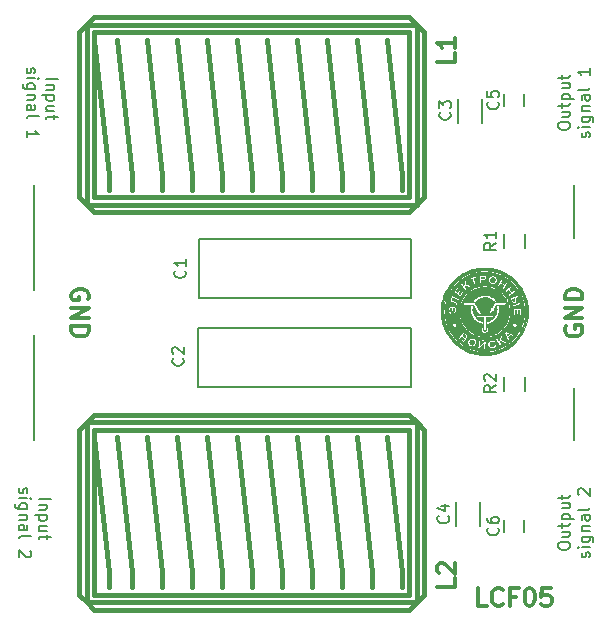
<source format=gbr>
G04 #@! TF.GenerationSoftware,KiCad,Pcbnew,(5.0.0)*
G04 #@! TF.CreationDate,2018-08-28T13:44:09+03:00*
G04 #@! TF.ProjectId,LCF05,4C434630352E6B696361645F70636200,rev?*
G04 #@! TF.SameCoordinates,Original*
G04 #@! TF.FileFunction,Legend,Top*
G04 #@! TF.FilePolarity,Positive*
%FSLAX46Y46*%
G04 Gerber Fmt 4.6, Leading zero omitted, Abs format (unit mm)*
G04 Created by KiCad (PCBNEW (5.0.0)) date 08/28/18 13:44:09*
%MOMM*%
%LPD*%
G01*
G04 APERTURE LIST*
%ADD10C,0.300000*%
%ADD11C,0.200000*%
%ADD12C,0.150000*%
%ADD13C,0.381000*%
%ADD14C,0.010000*%
%ADD15C,0.304800*%
G04 APERTURE END LIST*
D10*
X162742857Y-90848571D02*
X162028571Y-90848571D01*
X162028571Y-89348571D01*
X164100000Y-90705714D02*
X164028571Y-90777142D01*
X163814285Y-90848571D01*
X163671428Y-90848571D01*
X163457142Y-90777142D01*
X163314285Y-90634285D01*
X163242857Y-90491428D01*
X163171428Y-90205714D01*
X163171428Y-89991428D01*
X163242857Y-89705714D01*
X163314285Y-89562857D01*
X163457142Y-89420000D01*
X163671428Y-89348571D01*
X163814285Y-89348571D01*
X164028571Y-89420000D01*
X164100000Y-89491428D01*
X165242857Y-90062857D02*
X164742857Y-90062857D01*
X164742857Y-90848571D02*
X164742857Y-89348571D01*
X165457142Y-89348571D01*
X166314285Y-89348571D02*
X166457142Y-89348571D01*
X166600000Y-89420000D01*
X166671428Y-89491428D01*
X166742857Y-89634285D01*
X166814285Y-89920000D01*
X166814285Y-90277142D01*
X166742857Y-90562857D01*
X166671428Y-90705714D01*
X166600000Y-90777142D01*
X166457142Y-90848571D01*
X166314285Y-90848571D01*
X166171428Y-90777142D01*
X166100000Y-90705714D01*
X166028571Y-90562857D01*
X165957142Y-90277142D01*
X165957142Y-89920000D01*
X166028571Y-89634285D01*
X166100000Y-89491428D01*
X166171428Y-89420000D01*
X166314285Y-89348571D01*
X168171428Y-89348571D02*
X167457142Y-89348571D01*
X167385714Y-90062857D01*
X167457142Y-89991428D01*
X167600000Y-89920000D01*
X167957142Y-89920000D01*
X168100000Y-89991428D01*
X168171428Y-90062857D01*
X168242857Y-90205714D01*
X168242857Y-90562857D01*
X168171428Y-90705714D01*
X168100000Y-90777142D01*
X167957142Y-90848571D01*
X167600000Y-90848571D01*
X167457142Y-90777142D01*
X167385714Y-90705714D01*
D11*
X170180000Y-72390000D02*
X170180000Y-76835000D01*
X170180000Y-55245000D02*
X170180000Y-59690000D01*
X124460000Y-67945000D02*
X124460000Y-76835000D01*
X124460000Y-55245000D02*
X124460000Y-64135000D01*
D10*
X129020000Y-64897142D02*
X129091428Y-64754285D01*
X129091428Y-64540000D01*
X129020000Y-64325714D01*
X128877142Y-64182857D01*
X128734285Y-64111428D01*
X128448571Y-64040000D01*
X128234285Y-64040000D01*
X127948571Y-64111428D01*
X127805714Y-64182857D01*
X127662857Y-64325714D01*
X127591428Y-64540000D01*
X127591428Y-64682857D01*
X127662857Y-64897142D01*
X127734285Y-64968571D01*
X128234285Y-64968571D01*
X128234285Y-64682857D01*
X127591428Y-65611428D02*
X129091428Y-65611428D01*
X127591428Y-66468571D01*
X129091428Y-66468571D01*
X127591428Y-67182857D02*
X129091428Y-67182857D01*
X129091428Y-67540000D01*
X129020000Y-67754285D01*
X128877142Y-67897142D01*
X128734285Y-67968571D01*
X128448571Y-68040000D01*
X128234285Y-68040000D01*
X127948571Y-67968571D01*
X127805714Y-67897142D01*
X127662857Y-67754285D01*
X127591428Y-67540000D01*
X127591428Y-67182857D01*
X169430000Y-67182857D02*
X169358571Y-67325714D01*
X169358571Y-67540000D01*
X169430000Y-67754285D01*
X169572857Y-67897142D01*
X169715714Y-67968571D01*
X170001428Y-68040000D01*
X170215714Y-68040000D01*
X170501428Y-67968571D01*
X170644285Y-67897142D01*
X170787142Y-67754285D01*
X170858571Y-67540000D01*
X170858571Y-67397142D01*
X170787142Y-67182857D01*
X170715714Y-67111428D01*
X170215714Y-67111428D01*
X170215714Y-67397142D01*
X170858571Y-66468571D02*
X169358571Y-66468571D01*
X170858571Y-65611428D01*
X169358571Y-65611428D01*
X170858571Y-64897142D02*
X169358571Y-64897142D01*
X169358571Y-64540000D01*
X169430000Y-64325714D01*
X169572857Y-64182857D01*
X169715714Y-64111428D01*
X170001428Y-64040000D01*
X170215714Y-64040000D01*
X170501428Y-64111428D01*
X170644285Y-64182857D01*
X170787142Y-64325714D01*
X170858571Y-64540000D01*
X170858571Y-64897142D01*
D12*
X168807380Y-85843809D02*
X168807380Y-85653333D01*
X168855000Y-85558095D01*
X168950238Y-85462857D01*
X169140714Y-85415238D01*
X169474047Y-85415238D01*
X169664523Y-85462857D01*
X169759761Y-85558095D01*
X169807380Y-85653333D01*
X169807380Y-85843809D01*
X169759761Y-85939047D01*
X169664523Y-86034285D01*
X169474047Y-86081904D01*
X169140714Y-86081904D01*
X168950238Y-86034285D01*
X168855000Y-85939047D01*
X168807380Y-85843809D01*
X169140714Y-84558095D02*
X169807380Y-84558095D01*
X169140714Y-84986666D02*
X169664523Y-84986666D01*
X169759761Y-84939047D01*
X169807380Y-84843809D01*
X169807380Y-84700952D01*
X169759761Y-84605714D01*
X169712142Y-84558095D01*
X169140714Y-84224761D02*
X169140714Y-83843809D01*
X168807380Y-84081904D02*
X169664523Y-84081904D01*
X169759761Y-84034285D01*
X169807380Y-83939047D01*
X169807380Y-83843809D01*
X169140714Y-83510476D02*
X170140714Y-83510476D01*
X169188333Y-83510476D02*
X169140714Y-83415238D01*
X169140714Y-83224761D01*
X169188333Y-83129523D01*
X169235952Y-83081904D01*
X169331190Y-83034285D01*
X169616904Y-83034285D01*
X169712142Y-83081904D01*
X169759761Y-83129523D01*
X169807380Y-83224761D01*
X169807380Y-83415238D01*
X169759761Y-83510476D01*
X169140714Y-82177142D02*
X169807380Y-82177142D01*
X169140714Y-82605714D02*
X169664523Y-82605714D01*
X169759761Y-82558095D01*
X169807380Y-82462857D01*
X169807380Y-82320000D01*
X169759761Y-82224761D01*
X169712142Y-82177142D01*
X169140714Y-81843809D02*
X169140714Y-81462857D01*
X168807380Y-81700952D02*
X169664523Y-81700952D01*
X169759761Y-81653333D01*
X169807380Y-81558095D01*
X169807380Y-81462857D01*
X171409761Y-86748571D02*
X171457380Y-86653333D01*
X171457380Y-86462857D01*
X171409761Y-86367619D01*
X171314523Y-86320000D01*
X171266904Y-86320000D01*
X171171666Y-86367619D01*
X171124047Y-86462857D01*
X171124047Y-86605714D01*
X171076428Y-86700952D01*
X170981190Y-86748571D01*
X170933571Y-86748571D01*
X170838333Y-86700952D01*
X170790714Y-86605714D01*
X170790714Y-86462857D01*
X170838333Y-86367619D01*
X171457380Y-85891428D02*
X170790714Y-85891428D01*
X170457380Y-85891428D02*
X170505000Y-85939047D01*
X170552619Y-85891428D01*
X170505000Y-85843809D01*
X170457380Y-85891428D01*
X170552619Y-85891428D01*
X170790714Y-84986666D02*
X171600238Y-84986666D01*
X171695476Y-85034285D01*
X171743095Y-85081904D01*
X171790714Y-85177142D01*
X171790714Y-85320000D01*
X171743095Y-85415238D01*
X171409761Y-84986666D02*
X171457380Y-85081904D01*
X171457380Y-85272380D01*
X171409761Y-85367619D01*
X171362142Y-85415238D01*
X171266904Y-85462857D01*
X170981190Y-85462857D01*
X170885952Y-85415238D01*
X170838333Y-85367619D01*
X170790714Y-85272380D01*
X170790714Y-85081904D01*
X170838333Y-84986666D01*
X170790714Y-84510476D02*
X171457380Y-84510476D01*
X170885952Y-84510476D02*
X170838333Y-84462857D01*
X170790714Y-84367619D01*
X170790714Y-84224761D01*
X170838333Y-84129523D01*
X170933571Y-84081904D01*
X171457380Y-84081904D01*
X171457380Y-83177142D02*
X170933571Y-83177142D01*
X170838333Y-83224761D01*
X170790714Y-83320000D01*
X170790714Y-83510476D01*
X170838333Y-83605714D01*
X171409761Y-83177142D02*
X171457380Y-83272380D01*
X171457380Y-83510476D01*
X171409761Y-83605714D01*
X171314523Y-83653333D01*
X171219285Y-83653333D01*
X171124047Y-83605714D01*
X171076428Y-83510476D01*
X171076428Y-83272380D01*
X171028809Y-83177142D01*
X171457380Y-82558095D02*
X171409761Y-82653333D01*
X171314523Y-82700952D01*
X170457380Y-82700952D01*
X170552619Y-81462857D02*
X170505000Y-81415238D01*
X170457380Y-81320000D01*
X170457380Y-81081904D01*
X170505000Y-80986666D01*
X170552619Y-80939047D01*
X170647857Y-80891428D01*
X170743095Y-80891428D01*
X170885952Y-80939047D01*
X171457380Y-81510476D01*
X171457380Y-80891428D01*
X124832619Y-81796190D02*
X125832619Y-81796190D01*
X125499285Y-82272380D02*
X124832619Y-82272380D01*
X125404047Y-82272380D02*
X125451666Y-82320000D01*
X125499285Y-82415238D01*
X125499285Y-82558095D01*
X125451666Y-82653333D01*
X125356428Y-82700952D01*
X124832619Y-82700952D01*
X125499285Y-83177142D02*
X124499285Y-83177142D01*
X125451666Y-83177142D02*
X125499285Y-83272380D01*
X125499285Y-83462857D01*
X125451666Y-83558095D01*
X125404047Y-83605714D01*
X125308809Y-83653333D01*
X125023095Y-83653333D01*
X124927857Y-83605714D01*
X124880238Y-83558095D01*
X124832619Y-83462857D01*
X124832619Y-83272380D01*
X124880238Y-83177142D01*
X125499285Y-84510476D02*
X124832619Y-84510476D01*
X125499285Y-84081904D02*
X124975476Y-84081904D01*
X124880238Y-84129523D01*
X124832619Y-84224761D01*
X124832619Y-84367619D01*
X124880238Y-84462857D01*
X124927857Y-84510476D01*
X125499285Y-84843809D02*
X125499285Y-85224761D01*
X125832619Y-84986666D02*
X124975476Y-84986666D01*
X124880238Y-85034285D01*
X124832619Y-85129523D01*
X124832619Y-85224761D01*
X123230238Y-80891428D02*
X123182619Y-80986666D01*
X123182619Y-81177142D01*
X123230238Y-81272380D01*
X123325476Y-81320000D01*
X123373095Y-81320000D01*
X123468333Y-81272380D01*
X123515952Y-81177142D01*
X123515952Y-81034285D01*
X123563571Y-80939047D01*
X123658809Y-80891428D01*
X123706428Y-80891428D01*
X123801666Y-80939047D01*
X123849285Y-81034285D01*
X123849285Y-81177142D01*
X123801666Y-81272380D01*
X123182619Y-81748571D02*
X123849285Y-81748571D01*
X124182619Y-81748571D02*
X124135000Y-81700952D01*
X124087380Y-81748571D01*
X124135000Y-81796190D01*
X124182619Y-81748571D01*
X124087380Y-81748571D01*
X123849285Y-82653333D02*
X123039761Y-82653333D01*
X122944523Y-82605714D01*
X122896904Y-82558095D01*
X122849285Y-82462857D01*
X122849285Y-82320000D01*
X122896904Y-82224761D01*
X123230238Y-82653333D02*
X123182619Y-82558095D01*
X123182619Y-82367619D01*
X123230238Y-82272380D01*
X123277857Y-82224761D01*
X123373095Y-82177142D01*
X123658809Y-82177142D01*
X123754047Y-82224761D01*
X123801666Y-82272380D01*
X123849285Y-82367619D01*
X123849285Y-82558095D01*
X123801666Y-82653333D01*
X123849285Y-83129523D02*
X123182619Y-83129523D01*
X123754047Y-83129523D02*
X123801666Y-83177142D01*
X123849285Y-83272380D01*
X123849285Y-83415238D01*
X123801666Y-83510476D01*
X123706428Y-83558095D01*
X123182619Y-83558095D01*
X123182619Y-84462857D02*
X123706428Y-84462857D01*
X123801666Y-84415238D01*
X123849285Y-84320000D01*
X123849285Y-84129523D01*
X123801666Y-84034285D01*
X123230238Y-84462857D02*
X123182619Y-84367619D01*
X123182619Y-84129523D01*
X123230238Y-84034285D01*
X123325476Y-83986666D01*
X123420714Y-83986666D01*
X123515952Y-84034285D01*
X123563571Y-84129523D01*
X123563571Y-84367619D01*
X123611190Y-84462857D01*
X123182619Y-85081904D02*
X123230238Y-84986666D01*
X123325476Y-84939047D01*
X124182619Y-84939047D01*
X124087380Y-86177142D02*
X124135000Y-86224761D01*
X124182619Y-86320000D01*
X124182619Y-86558095D01*
X124135000Y-86653333D01*
X124087380Y-86700952D01*
X123992142Y-86748571D01*
X123896904Y-86748571D01*
X123754047Y-86700952D01*
X123182619Y-86129523D01*
X123182619Y-86748571D01*
X125467619Y-46236190D02*
X126467619Y-46236190D01*
X126134285Y-46712380D02*
X125467619Y-46712380D01*
X126039047Y-46712380D02*
X126086666Y-46760000D01*
X126134285Y-46855238D01*
X126134285Y-46998095D01*
X126086666Y-47093333D01*
X125991428Y-47140952D01*
X125467619Y-47140952D01*
X126134285Y-47617142D02*
X125134285Y-47617142D01*
X126086666Y-47617142D02*
X126134285Y-47712380D01*
X126134285Y-47902857D01*
X126086666Y-47998095D01*
X126039047Y-48045714D01*
X125943809Y-48093333D01*
X125658095Y-48093333D01*
X125562857Y-48045714D01*
X125515238Y-47998095D01*
X125467619Y-47902857D01*
X125467619Y-47712380D01*
X125515238Y-47617142D01*
X126134285Y-48950476D02*
X125467619Y-48950476D01*
X126134285Y-48521904D02*
X125610476Y-48521904D01*
X125515238Y-48569523D01*
X125467619Y-48664761D01*
X125467619Y-48807619D01*
X125515238Y-48902857D01*
X125562857Y-48950476D01*
X126134285Y-49283809D02*
X126134285Y-49664761D01*
X126467619Y-49426666D02*
X125610476Y-49426666D01*
X125515238Y-49474285D01*
X125467619Y-49569523D01*
X125467619Y-49664761D01*
X123865238Y-45331428D02*
X123817619Y-45426666D01*
X123817619Y-45617142D01*
X123865238Y-45712380D01*
X123960476Y-45760000D01*
X124008095Y-45760000D01*
X124103333Y-45712380D01*
X124150952Y-45617142D01*
X124150952Y-45474285D01*
X124198571Y-45379047D01*
X124293809Y-45331428D01*
X124341428Y-45331428D01*
X124436666Y-45379047D01*
X124484285Y-45474285D01*
X124484285Y-45617142D01*
X124436666Y-45712380D01*
X123817619Y-46188571D02*
X124484285Y-46188571D01*
X124817619Y-46188571D02*
X124770000Y-46140952D01*
X124722380Y-46188571D01*
X124770000Y-46236190D01*
X124817619Y-46188571D01*
X124722380Y-46188571D01*
X124484285Y-47093333D02*
X123674761Y-47093333D01*
X123579523Y-47045714D01*
X123531904Y-46998095D01*
X123484285Y-46902857D01*
X123484285Y-46760000D01*
X123531904Y-46664761D01*
X123865238Y-47093333D02*
X123817619Y-46998095D01*
X123817619Y-46807619D01*
X123865238Y-46712380D01*
X123912857Y-46664761D01*
X124008095Y-46617142D01*
X124293809Y-46617142D01*
X124389047Y-46664761D01*
X124436666Y-46712380D01*
X124484285Y-46807619D01*
X124484285Y-46998095D01*
X124436666Y-47093333D01*
X124484285Y-47569523D02*
X123817619Y-47569523D01*
X124389047Y-47569523D02*
X124436666Y-47617142D01*
X124484285Y-47712380D01*
X124484285Y-47855238D01*
X124436666Y-47950476D01*
X124341428Y-47998095D01*
X123817619Y-47998095D01*
X123817619Y-48902857D02*
X124341428Y-48902857D01*
X124436666Y-48855238D01*
X124484285Y-48760000D01*
X124484285Y-48569523D01*
X124436666Y-48474285D01*
X123865238Y-48902857D02*
X123817619Y-48807619D01*
X123817619Y-48569523D01*
X123865238Y-48474285D01*
X123960476Y-48426666D01*
X124055714Y-48426666D01*
X124150952Y-48474285D01*
X124198571Y-48569523D01*
X124198571Y-48807619D01*
X124246190Y-48902857D01*
X123817619Y-49521904D02*
X123865238Y-49426666D01*
X123960476Y-49379047D01*
X124817619Y-49379047D01*
X123817619Y-51188571D02*
X123817619Y-50617142D01*
X123817619Y-50902857D02*
X124817619Y-50902857D01*
X124674761Y-50807619D01*
X124579523Y-50712380D01*
X124531904Y-50617142D01*
X168807380Y-50283809D02*
X168807380Y-50093333D01*
X168855000Y-49998095D01*
X168950238Y-49902857D01*
X169140714Y-49855238D01*
X169474047Y-49855238D01*
X169664523Y-49902857D01*
X169759761Y-49998095D01*
X169807380Y-50093333D01*
X169807380Y-50283809D01*
X169759761Y-50379047D01*
X169664523Y-50474285D01*
X169474047Y-50521904D01*
X169140714Y-50521904D01*
X168950238Y-50474285D01*
X168855000Y-50379047D01*
X168807380Y-50283809D01*
X169140714Y-48998095D02*
X169807380Y-48998095D01*
X169140714Y-49426666D02*
X169664523Y-49426666D01*
X169759761Y-49379047D01*
X169807380Y-49283809D01*
X169807380Y-49140952D01*
X169759761Y-49045714D01*
X169712142Y-48998095D01*
X169140714Y-48664761D02*
X169140714Y-48283809D01*
X168807380Y-48521904D02*
X169664523Y-48521904D01*
X169759761Y-48474285D01*
X169807380Y-48379047D01*
X169807380Y-48283809D01*
X169140714Y-47950476D02*
X170140714Y-47950476D01*
X169188333Y-47950476D02*
X169140714Y-47855238D01*
X169140714Y-47664761D01*
X169188333Y-47569523D01*
X169235952Y-47521904D01*
X169331190Y-47474285D01*
X169616904Y-47474285D01*
X169712142Y-47521904D01*
X169759761Y-47569523D01*
X169807380Y-47664761D01*
X169807380Y-47855238D01*
X169759761Y-47950476D01*
X169140714Y-46617142D02*
X169807380Y-46617142D01*
X169140714Y-47045714D02*
X169664523Y-47045714D01*
X169759761Y-46998095D01*
X169807380Y-46902857D01*
X169807380Y-46760000D01*
X169759761Y-46664761D01*
X169712142Y-46617142D01*
X169140714Y-46283809D02*
X169140714Y-45902857D01*
X168807380Y-46140952D02*
X169664523Y-46140952D01*
X169759761Y-46093333D01*
X169807380Y-45998095D01*
X169807380Y-45902857D01*
X171409761Y-51188571D02*
X171457380Y-51093333D01*
X171457380Y-50902857D01*
X171409761Y-50807619D01*
X171314523Y-50760000D01*
X171266904Y-50760000D01*
X171171666Y-50807619D01*
X171124047Y-50902857D01*
X171124047Y-51045714D01*
X171076428Y-51140952D01*
X170981190Y-51188571D01*
X170933571Y-51188571D01*
X170838333Y-51140952D01*
X170790714Y-51045714D01*
X170790714Y-50902857D01*
X170838333Y-50807619D01*
X171457380Y-50331428D02*
X170790714Y-50331428D01*
X170457380Y-50331428D02*
X170505000Y-50379047D01*
X170552619Y-50331428D01*
X170505000Y-50283809D01*
X170457380Y-50331428D01*
X170552619Y-50331428D01*
X170790714Y-49426666D02*
X171600238Y-49426666D01*
X171695476Y-49474285D01*
X171743095Y-49521904D01*
X171790714Y-49617142D01*
X171790714Y-49760000D01*
X171743095Y-49855238D01*
X171409761Y-49426666D02*
X171457380Y-49521904D01*
X171457380Y-49712380D01*
X171409761Y-49807619D01*
X171362142Y-49855238D01*
X171266904Y-49902857D01*
X170981190Y-49902857D01*
X170885952Y-49855238D01*
X170838333Y-49807619D01*
X170790714Y-49712380D01*
X170790714Y-49521904D01*
X170838333Y-49426666D01*
X170790714Y-48950476D02*
X171457380Y-48950476D01*
X170885952Y-48950476D02*
X170838333Y-48902857D01*
X170790714Y-48807619D01*
X170790714Y-48664761D01*
X170838333Y-48569523D01*
X170933571Y-48521904D01*
X171457380Y-48521904D01*
X171457380Y-47617142D02*
X170933571Y-47617142D01*
X170838333Y-47664761D01*
X170790714Y-47760000D01*
X170790714Y-47950476D01*
X170838333Y-48045714D01*
X171409761Y-47617142D02*
X171457380Y-47712380D01*
X171457380Y-47950476D01*
X171409761Y-48045714D01*
X171314523Y-48093333D01*
X171219285Y-48093333D01*
X171124047Y-48045714D01*
X171076428Y-47950476D01*
X171076428Y-47712380D01*
X171028809Y-47617142D01*
X171457380Y-46998095D02*
X171409761Y-47093333D01*
X171314523Y-47140952D01*
X170457380Y-47140952D01*
X171457380Y-45331428D02*
X171457380Y-45902857D01*
X171457380Y-45617142D02*
X170457380Y-45617142D01*
X170600238Y-45712380D01*
X170695476Y-45807619D01*
X170743095Y-45902857D01*
D13*
G04 #@! TO.C,L2*
X139065000Y-76581000D02*
X140335000Y-88011000D01*
X141605000Y-76581000D02*
X142875000Y-88011000D01*
X144145000Y-76581000D02*
X145415000Y-88011000D01*
X140335000Y-88011000D02*
X140335000Y-89281000D01*
X142875000Y-88011000D02*
X142875000Y-89281000D01*
X145415000Y-88011000D02*
X145415000Y-89281000D01*
X128905000Y-90551000D02*
X128905000Y-75311000D01*
X156845000Y-90551000D02*
X128905000Y-90551000D01*
X156845000Y-75311000D02*
X156845000Y-90551000D01*
X128905000Y-75311000D02*
X156845000Y-75311000D01*
X129540000Y-74676000D02*
X156210000Y-74676000D01*
X128270000Y-75946000D02*
X129540000Y-74676000D01*
X128270000Y-89916000D02*
X128270000Y-75946000D01*
X128905000Y-90551000D02*
X128270000Y-89916000D01*
X129540000Y-91186000D02*
X128905000Y-90551000D01*
X156210000Y-91186000D02*
X129540000Y-91186000D01*
X157480000Y-89916000D02*
X156210000Y-91186000D01*
X157480000Y-75946000D02*
X157480000Y-89916000D01*
X156845000Y-75311000D02*
X157480000Y-75946000D01*
X156210000Y-74676000D02*
X156845000Y-75311000D01*
X156210000Y-75946000D02*
X156210000Y-89281000D01*
X129540000Y-75946000D02*
X156210000Y-75946000D01*
X129540000Y-89916000D02*
X129540000Y-75946000D01*
X156210000Y-89916000D02*
X129540000Y-89916000D01*
X156210000Y-89281000D02*
X156210000Y-89916000D01*
X137795000Y-88011000D02*
X137795000Y-89281000D01*
X135255000Y-88011000D02*
X135255000Y-89281000D01*
X132715000Y-88011000D02*
X132715000Y-89281000D01*
X136525000Y-76581000D02*
X137795000Y-88011000D01*
X133985000Y-76581000D02*
X135255000Y-88011000D01*
X131445000Y-76581000D02*
X132715000Y-88011000D01*
X153035000Y-88011000D02*
X153035000Y-89281000D01*
X150495000Y-88011000D02*
X150495000Y-89281000D01*
X147955000Y-88011000D02*
X147955000Y-89281000D01*
X151765000Y-76581000D02*
X153035000Y-88011000D01*
X149225000Y-76581000D02*
X150495000Y-88011000D01*
X146685000Y-76581000D02*
X147955000Y-88011000D01*
X154305000Y-76581000D02*
X155575000Y-88011000D01*
X155575000Y-88011000D02*
X155575000Y-89281000D01*
X129540000Y-76581000D02*
X130810000Y-88011000D01*
X130810000Y-88011000D02*
X130810000Y-89281000D01*
G04 #@! TO.C,L1*
X139065000Y-42926000D02*
X140335000Y-54356000D01*
X141605000Y-42926000D02*
X142875000Y-54356000D01*
X144145000Y-42926000D02*
X145415000Y-54356000D01*
X140335000Y-54356000D02*
X140335000Y-55626000D01*
X142875000Y-54356000D02*
X142875000Y-55626000D01*
X145415000Y-54356000D02*
X145415000Y-55626000D01*
X128905000Y-56896000D02*
X128905000Y-41656000D01*
X156845000Y-56896000D02*
X128905000Y-56896000D01*
X156845000Y-41656000D02*
X156845000Y-56896000D01*
X128905000Y-41656000D02*
X156845000Y-41656000D01*
X129540000Y-41021000D02*
X156210000Y-41021000D01*
X128270000Y-42291000D02*
X129540000Y-41021000D01*
X128270000Y-56261000D02*
X128270000Y-42291000D01*
X128905000Y-56896000D02*
X128270000Y-56261000D01*
X129540000Y-57531000D02*
X128905000Y-56896000D01*
X156210000Y-57531000D02*
X129540000Y-57531000D01*
X157480000Y-56261000D02*
X156210000Y-57531000D01*
X157480000Y-42291000D02*
X157480000Y-56261000D01*
X156845000Y-41656000D02*
X157480000Y-42291000D01*
X156210000Y-41021000D02*
X156845000Y-41656000D01*
X156210000Y-42291000D02*
X156210000Y-55626000D01*
X129540000Y-42291000D02*
X156210000Y-42291000D01*
X129540000Y-56261000D02*
X129540000Y-42291000D01*
X156210000Y-56261000D02*
X129540000Y-56261000D01*
X156210000Y-55626000D02*
X156210000Y-56261000D01*
X137795000Y-54356000D02*
X137795000Y-55626000D01*
X135255000Y-54356000D02*
X135255000Y-55626000D01*
X132715000Y-54356000D02*
X132715000Y-55626000D01*
X136525000Y-42926000D02*
X137795000Y-54356000D01*
X133985000Y-42926000D02*
X135255000Y-54356000D01*
X131445000Y-42926000D02*
X132715000Y-54356000D01*
X153035000Y-54356000D02*
X153035000Y-55626000D01*
X150495000Y-54356000D02*
X150495000Y-55626000D01*
X147955000Y-54356000D02*
X147955000Y-55626000D01*
X151765000Y-42926000D02*
X153035000Y-54356000D01*
X149225000Y-42926000D02*
X150495000Y-54356000D01*
X146685000Y-42926000D02*
X147955000Y-54356000D01*
X154305000Y-42926000D02*
X155575000Y-54356000D01*
X155575000Y-54356000D02*
X155575000Y-55626000D01*
X129540000Y-42926000D02*
X130810000Y-54356000D01*
X130810000Y-54356000D02*
X130810000Y-55626000D01*
D12*
G04 #@! TO.C,C1*
X156376500Y-64793500D02*
X156376500Y-64793500D01*
X138376500Y-59793500D02*
X138376500Y-64793500D01*
X138376500Y-64793500D02*
X156376500Y-64793500D01*
X156376500Y-64793500D02*
X156376500Y-59793500D01*
X156376500Y-59793500D02*
X138376500Y-59793500D01*
G04 #@! TO.C,C2*
X138327000Y-67350000D02*
X138327000Y-67350000D01*
X156327000Y-72350000D02*
X156327000Y-67350000D01*
X156327000Y-67350000D02*
X138327000Y-67350000D01*
X138327000Y-67350000D02*
X138327000Y-72350000D01*
X138327000Y-72350000D02*
X156327000Y-72350000D01*
G04 #@! TO.C,R1*
X164225000Y-60590000D02*
X164225000Y-59390000D01*
X165975000Y-59390000D02*
X165975000Y-60590000D01*
G04 #@! TO.C,R2*
X164225000Y-72674000D02*
X164225000Y-71474000D01*
X165975000Y-71474000D02*
X165975000Y-72674000D01*
G04 #@! TO.C,C3*
X162378500Y-49958500D02*
X162378500Y-47958500D01*
X160328500Y-47958500D02*
X160328500Y-49958500D01*
G04 #@! TO.C,C4*
X160138000Y-82058000D02*
X160138000Y-84058000D01*
X162188000Y-84058000D02*
X162188000Y-82058000D01*
G04 #@! TO.C,C5*
X165950000Y-48506000D02*
X165950000Y-47506000D01*
X164250000Y-47506000D02*
X164250000Y-48506000D01*
G04 #@! TO.C,C6*
X164250000Y-83558000D02*
X164250000Y-84558000D01*
X165950000Y-84558000D02*
X165950000Y-83558000D01*
D14*
G04 #@! TO.C,G\002A\002A\002A*
G36*
X162455344Y-62967834D02*
X162469623Y-62970116D01*
X162481101Y-62973877D01*
X162485293Y-62975752D01*
X162506559Y-62991829D01*
X162518547Y-63013452D01*
X162521409Y-63037664D01*
X162515300Y-63061507D01*
X162500373Y-63082024D01*
X162479083Y-63095380D01*
X162462312Y-63099916D01*
X162436915Y-63104230D01*
X162406960Y-63107704D01*
X162388352Y-63109138D01*
X162358276Y-63111147D01*
X162330925Y-63113286D01*
X162310077Y-63115244D01*
X162301941Y-63116251D01*
X162282008Y-63119311D01*
X162277412Y-63048963D01*
X162275860Y-63020386D01*
X162275168Y-62996733D01*
X162275376Y-62980719D01*
X162276295Y-62975137D01*
X162283558Y-62973672D01*
X162301159Y-62972007D01*
X162326742Y-62970315D01*
X162357949Y-62968766D01*
X162371022Y-62968243D01*
X162408512Y-62967060D01*
X162435797Y-62966870D01*
X162455344Y-62967834D01*
X162455344Y-62967834D01*
G37*
X162455344Y-62967834D02*
X162469623Y-62970116D01*
X162481101Y-62973877D01*
X162485293Y-62975752D01*
X162506559Y-62991829D01*
X162518547Y-63013452D01*
X162521409Y-63037664D01*
X162515300Y-63061507D01*
X162500373Y-63082024D01*
X162479083Y-63095380D01*
X162462312Y-63099916D01*
X162436915Y-63104230D01*
X162406960Y-63107704D01*
X162388352Y-63109138D01*
X162358276Y-63111147D01*
X162330925Y-63113286D01*
X162310077Y-63115244D01*
X162301941Y-63116251D01*
X162282008Y-63119311D01*
X162277412Y-63048963D01*
X162275860Y-63020386D01*
X162275168Y-62996733D01*
X162275376Y-62980719D01*
X162276295Y-62975137D01*
X162283558Y-62973672D01*
X162301159Y-62972007D01*
X162326742Y-62970315D01*
X162357949Y-62968766D01*
X162371022Y-62968243D01*
X162408512Y-62967060D01*
X162435797Y-62966870D01*
X162455344Y-62967834D01*
G36*
X163301427Y-63042691D02*
X163332554Y-63055533D01*
X163369562Y-63078480D01*
X163396218Y-63106503D01*
X163413393Y-63141103D01*
X163421958Y-63183784D01*
X163423321Y-63211993D01*
X163418911Y-63266090D01*
X163405624Y-63315929D01*
X163384405Y-63359939D01*
X163356195Y-63396550D01*
X163321936Y-63424192D01*
X163286352Y-63440210D01*
X163258536Y-63446885D01*
X163233519Y-63448218D01*
X163206614Y-63443956D01*
X163174073Y-63434167D01*
X163130505Y-63413659D01*
X163096485Y-63384917D01*
X163071565Y-63347539D01*
X163067601Y-63338917D01*
X163060764Y-63320957D01*
X163056958Y-63303885D01*
X163055675Y-63283478D01*
X163056409Y-63255511D01*
X163056750Y-63248693D01*
X163064456Y-63192073D01*
X163080639Y-63142914D01*
X163104329Y-63101896D01*
X163134555Y-63069698D01*
X163170348Y-63046999D01*
X163210737Y-63034479D01*
X163254754Y-63032817D01*
X163301427Y-63042691D01*
X163301427Y-63042691D01*
G37*
X163301427Y-63042691D02*
X163332554Y-63055533D01*
X163369562Y-63078480D01*
X163396218Y-63106503D01*
X163413393Y-63141103D01*
X163421958Y-63183784D01*
X163423321Y-63211993D01*
X163418911Y-63266090D01*
X163405624Y-63315929D01*
X163384405Y-63359939D01*
X163356195Y-63396550D01*
X163321936Y-63424192D01*
X163286352Y-63440210D01*
X163258536Y-63446885D01*
X163233519Y-63448218D01*
X163206614Y-63443956D01*
X163174073Y-63434167D01*
X163130505Y-63413659D01*
X163096485Y-63384917D01*
X163071565Y-63347539D01*
X163067601Y-63338917D01*
X163060764Y-63320957D01*
X163056958Y-63303885D01*
X163055675Y-63283478D01*
X163056409Y-63255511D01*
X163056750Y-63248693D01*
X163064456Y-63192073D01*
X163080639Y-63142914D01*
X163104329Y-63101896D01*
X163134555Y-63069698D01*
X163170348Y-63046999D01*
X163210737Y-63034479D01*
X163254754Y-63032817D01*
X163301427Y-63042691D01*
G36*
X165080333Y-64895116D02*
X165094762Y-64938852D01*
X165103051Y-64973071D01*
X165105070Y-64999443D01*
X165100690Y-65019637D01*
X165089782Y-65035325D01*
X165072217Y-65048175D01*
X165068349Y-65050310D01*
X165040896Y-65060783D01*
X165017419Y-65059897D01*
X164995752Y-65047409D01*
X164989379Y-65041462D01*
X164977707Y-65026705D01*
X164966228Y-65005441D01*
X164953886Y-64975489D01*
X164944036Y-64947800D01*
X164934645Y-64919440D01*
X164927297Y-64895676D01*
X164922706Y-64878937D01*
X164921588Y-64871656D01*
X164921623Y-64871600D01*
X164928265Y-64868302D01*
X164944338Y-64861825D01*
X164967281Y-64853167D01*
X164989209Y-64845219D01*
X165054316Y-64822014D01*
X165080333Y-64895116D01*
X165080333Y-64895116D01*
G37*
X165080333Y-64895116D02*
X165094762Y-64938852D01*
X165103051Y-64973071D01*
X165105070Y-64999443D01*
X165100690Y-65019637D01*
X165089782Y-65035325D01*
X165072217Y-65048175D01*
X165068349Y-65050310D01*
X165040896Y-65060783D01*
X165017419Y-65059897D01*
X164995752Y-65047409D01*
X164989379Y-65041462D01*
X164977707Y-65026705D01*
X164966228Y-65005441D01*
X164953886Y-64975489D01*
X164944036Y-64947800D01*
X164934645Y-64919440D01*
X164927297Y-64895676D01*
X164922706Y-64878937D01*
X164921588Y-64871656D01*
X164921623Y-64871600D01*
X164928265Y-64868302D01*
X164944338Y-64861825D01*
X164967281Y-64853167D01*
X164989209Y-64845219D01*
X165054316Y-64822014D01*
X165080333Y-64895116D01*
G36*
X162634797Y-63853508D02*
X162696804Y-63855086D01*
X162752251Y-63858093D01*
X162804196Y-63862825D01*
X162855693Y-63869579D01*
X162909800Y-63878650D01*
X162969574Y-63890334D01*
X162988082Y-63894185D01*
X163143294Y-63933206D01*
X163293837Y-63983763D01*
X163439180Y-64045387D01*
X163578789Y-64117604D01*
X163712134Y-64199946D01*
X163838681Y-64291939D01*
X163957897Y-64393114D01*
X164069250Y-64502999D01*
X164172208Y-64621123D01*
X164266239Y-64747015D01*
X164350809Y-64880204D01*
X164425386Y-65020219D01*
X164489438Y-65166588D01*
X164519917Y-65249425D01*
X164565599Y-65401631D01*
X164599247Y-65557043D01*
X164620833Y-65714720D01*
X164630327Y-65873724D01*
X164627700Y-66033113D01*
X164612923Y-66191948D01*
X164585967Y-66349290D01*
X164557611Y-66466218D01*
X164510299Y-66615411D01*
X164451204Y-66761584D01*
X164381066Y-66903350D01*
X164300620Y-67039322D01*
X164210605Y-67168112D01*
X164134496Y-67262375D01*
X164106030Y-67294138D01*
X164071047Y-67331096D01*
X164031875Y-67370966D01*
X163990843Y-67411462D01*
X163950281Y-67450301D01*
X163912516Y-67485199D01*
X163879879Y-67513872D01*
X163868100Y-67523639D01*
X163736795Y-67621874D01*
X163599696Y-67708834D01*
X163457049Y-67784413D01*
X163309103Y-67848503D01*
X163156107Y-67901000D01*
X162998310Y-67941797D01*
X162835960Y-67970788D01*
X162813545Y-67973812D01*
X162776573Y-67977600D01*
X162730113Y-67980807D01*
X162677099Y-67983369D01*
X162620466Y-67985222D01*
X162563148Y-67986302D01*
X162508080Y-67986544D01*
X162458194Y-67985883D01*
X162416425Y-67984256D01*
X162398075Y-67982935D01*
X162234653Y-67962149D01*
X162075187Y-67929527D01*
X161920165Y-67885335D01*
X161770073Y-67829839D01*
X161625398Y-67763306D01*
X161486626Y-67686003D01*
X161441494Y-67656067D01*
X162198050Y-67656067D01*
X162203914Y-67657108D01*
X162219596Y-67658508D01*
X162242225Y-67660029D01*
X162253612Y-67660674D01*
X162303391Y-67666458D01*
X162349945Y-67678905D01*
X162395435Y-67699040D01*
X162442022Y-67727884D01*
X162491867Y-67766462D01*
X162510058Y-67782080D01*
X162563175Y-67828676D01*
X162604450Y-67790848D01*
X162629326Y-67769179D01*
X162656713Y-67747063D01*
X162681151Y-67728887D01*
X162683704Y-67727126D01*
X162736074Y-67695689D01*
X162786489Y-67674784D01*
X162838052Y-67663294D01*
X162868796Y-67660546D01*
X162926767Y-67657802D01*
X162899333Y-67606138D01*
X162878598Y-67563948D01*
X162863382Y-67524585D01*
X162852948Y-67484738D01*
X162846557Y-67441095D01*
X162843471Y-67390343D01*
X162842890Y-67352887D01*
X162842575Y-67252899D01*
X162780662Y-67252874D01*
X162718750Y-67252850D01*
X162718750Y-67337776D01*
X162717948Y-67384089D01*
X162715486Y-67418844D01*
X162711275Y-67443085D01*
X162709470Y-67449002D01*
X162690199Y-67486699D01*
X162663108Y-67516251D01*
X162630237Y-67537184D01*
X162593626Y-67549023D01*
X162555315Y-67551296D01*
X162517344Y-67543527D01*
X162481753Y-67525244D01*
X162460281Y-67506904D01*
X162444787Y-67489688D01*
X162433434Y-67472982D01*
X162425522Y-67454305D01*
X162420353Y-67431175D01*
X162417225Y-67401113D01*
X162415440Y-67361638D01*
X162415035Y-67346512D01*
X162412785Y-67252850D01*
X162283326Y-67252850D01*
X162285849Y-67315685D01*
X162284678Y-67390404D01*
X162275484Y-67462676D01*
X162258804Y-67530034D01*
X162235172Y-67590012D01*
X162220500Y-67617156D01*
X162209293Y-67635985D01*
X162201247Y-67649923D01*
X162198053Y-67656035D01*
X162198050Y-67656067D01*
X161441494Y-67656067D01*
X161354244Y-67598196D01*
X161228740Y-67500153D01*
X161110598Y-67392139D01*
X161000308Y-67274421D01*
X160916313Y-67171159D01*
X160824398Y-67040237D01*
X160742954Y-66902519D01*
X160672319Y-66758873D01*
X160612837Y-66610164D01*
X160564847Y-66457259D01*
X160528691Y-66301026D01*
X160504710Y-66142329D01*
X160502285Y-66119375D01*
X160498990Y-66075806D01*
X160496698Y-66023253D01*
X160495408Y-65965020D01*
X160495121Y-65904409D01*
X160495839Y-65844724D01*
X160497560Y-65789269D01*
X160500287Y-65741347D01*
X160502222Y-65719325D01*
X160505369Y-65697100D01*
X161336430Y-65697100D01*
X161336858Y-65811384D01*
X161346574Y-65919401D01*
X161365959Y-66023936D01*
X161395395Y-66127775D01*
X161395466Y-66127989D01*
X161440128Y-66242969D01*
X161495552Y-66351860D01*
X161561044Y-66454058D01*
X161635910Y-66548960D01*
X161719458Y-66635960D01*
X161810995Y-66714455D01*
X161909826Y-66783840D01*
X162015260Y-66843513D01*
X162126602Y-66892868D01*
X162243160Y-66931301D01*
X162344100Y-66954611D01*
X162370513Y-66959524D01*
X162392150Y-66963490D01*
X162406024Y-66965964D01*
X162409337Y-66966501D01*
X162410846Y-66960698D01*
X162411965Y-66944236D01*
X162412636Y-66919153D01*
X162412798Y-66887485D01*
X162412512Y-66858232D01*
X162410775Y-66749364D01*
X162356800Y-66738389D01*
X162253687Y-66711055D01*
X162153631Y-66672035D01*
X162057729Y-66622191D01*
X161967079Y-66562384D01*
X161882780Y-66493476D01*
X161805929Y-66416329D01*
X161737624Y-66331805D01*
X161724833Y-66311953D01*
X161835992Y-66311953D01*
X161839089Y-66343812D01*
X161852235Y-66373792D01*
X161868834Y-66393403D01*
X161876604Y-66399818D01*
X161885489Y-66405157D01*
X161896663Y-66409520D01*
X161911298Y-66413002D01*
X161930567Y-66415703D01*
X161955643Y-66417720D01*
X161987699Y-66419151D01*
X162027908Y-66420093D01*
X162077443Y-66420644D01*
X162137477Y-66420902D01*
X162199637Y-66420964D01*
X162464750Y-66421000D01*
X162464750Y-66914754D01*
X162464831Y-67008411D01*
X162465069Y-67094279D01*
X162465457Y-67171771D01*
X162465989Y-67240300D01*
X162466657Y-67299276D01*
X162467453Y-67348113D01*
X162468372Y-67386221D01*
X162469405Y-67413015D01*
X162470546Y-67427904D01*
X162470974Y-67430213D01*
X162481456Y-67452319D01*
X162498292Y-67473968D01*
X162517391Y-67490307D01*
X162525075Y-67494407D01*
X162548710Y-67499497D01*
X162577329Y-67499173D01*
X162604621Y-67493825D01*
X162617090Y-67488718D01*
X162636069Y-67473551D01*
X162652284Y-67451848D01*
X162653504Y-67449619D01*
X162667950Y-67422302D01*
X162667950Y-66966842D01*
X162718451Y-66966842D01*
X162739238Y-66963138D01*
X162754538Y-66960298D01*
X162778328Y-66955753D01*
X162806639Y-66950266D01*
X162821945Y-66947270D01*
X162912267Y-66924909D01*
X163005412Y-66893140D01*
X163097447Y-66853305D01*
X163098397Y-66852847D01*
X163209336Y-66792463D01*
X163312115Y-66722530D01*
X163406351Y-66643542D01*
X163491661Y-66555992D01*
X163567664Y-66460370D01*
X163633976Y-66357170D01*
X163690214Y-66246884D01*
X163735997Y-66130005D01*
X163770941Y-66007023D01*
X163777035Y-65979675D01*
X163782651Y-65952417D01*
X163786926Y-65928849D01*
X163790043Y-65906528D01*
X163792185Y-65883012D01*
X163793536Y-65855857D01*
X163794279Y-65822622D01*
X163794597Y-65780863D01*
X163794665Y-65744725D01*
X163794425Y-65687287D01*
X163793410Y-65639758D01*
X163791320Y-65599357D01*
X163787858Y-65563300D01*
X163782723Y-65528805D01*
X163775618Y-65493091D01*
X163766243Y-65453376D01*
X163761234Y-65433575D01*
X163749832Y-65389125D01*
X163664503Y-65387407D01*
X163579175Y-65385690D01*
X163543835Y-65448884D01*
X163556265Y-65498379D01*
X163577107Y-65607150D01*
X163585657Y-65717467D01*
X163582030Y-65828159D01*
X163566340Y-65938058D01*
X163538703Y-66045992D01*
X163499232Y-66150793D01*
X163490442Y-66170175D01*
X163452462Y-66244521D01*
X163410520Y-66311962D01*
X163362076Y-66376149D01*
X163304595Y-66440736D01*
X163296971Y-66448685D01*
X163214971Y-66525030D01*
X163126330Y-66591504D01*
X163032122Y-66647507D01*
X162933423Y-66692439D01*
X162831309Y-66725697D01*
X162780053Y-66737610D01*
X162721925Y-66749348D01*
X162718451Y-66966842D01*
X162667950Y-66966842D01*
X162667950Y-66421000D01*
X162933062Y-66420848D01*
X162990865Y-66420679D01*
X163045516Y-66420260D01*
X163095531Y-66419621D01*
X163139424Y-66418793D01*
X163175710Y-66417805D01*
X163202904Y-66416689D01*
X163219520Y-66415474D01*
X163223037Y-66414930D01*
X163245694Y-66405395D01*
X163267866Y-66389109D01*
X163270347Y-66386715D01*
X163283123Y-66372569D01*
X163290284Y-66359287D01*
X163293836Y-66341854D01*
X163295254Y-66324370D01*
X163295901Y-66300176D01*
X163293520Y-66283521D01*
X163287102Y-66269405D01*
X163282868Y-66262895D01*
X163267136Y-66245341D01*
X163248230Y-66230867D01*
X163245899Y-66229557D01*
X163241899Y-66227663D01*
X163236953Y-66225984D01*
X163230317Y-66224508D01*
X163221245Y-66223220D01*
X163208995Y-66222109D01*
X163192821Y-66221162D01*
X163171981Y-66220366D01*
X163145728Y-66219709D01*
X163113321Y-66219177D01*
X163074013Y-66218757D01*
X163027062Y-66218438D01*
X162971723Y-66218206D01*
X162907252Y-66218048D01*
X162832904Y-66217953D01*
X162747936Y-66217906D01*
X162651604Y-66217895D01*
X162566449Y-66217904D01*
X161909125Y-66218008D01*
X161884386Y-66232191D01*
X161858902Y-66253434D01*
X161842684Y-66280924D01*
X161835992Y-66311953D01*
X161724833Y-66311953D01*
X161678964Y-66240766D01*
X161648327Y-66182280D01*
X161606058Y-66081105D01*
X161575751Y-65978113D01*
X161557075Y-65871828D01*
X161549698Y-65760773D01*
X161549544Y-65741550D01*
X161550744Y-65691408D01*
X161554113Y-65639941D01*
X161559301Y-65589983D01*
X161565962Y-65544367D01*
X161573746Y-65505929D01*
X161581829Y-65478736D01*
X161584825Y-65466455D01*
X161582808Y-65453908D01*
X161574808Y-65436685D01*
X161571041Y-65429850D01*
X161553525Y-65398662D01*
X161466896Y-65398656D01*
X161380268Y-65398650D01*
X161369904Y-65441512D01*
X161356606Y-65502063D01*
X161347100Y-65559540D01*
X161340740Y-65618884D01*
X161336877Y-65685039D01*
X161336430Y-65697100D01*
X160505369Y-65697100D01*
X160525291Y-65556434D01*
X160560200Y-65397822D01*
X160603283Y-65255183D01*
X160702314Y-65255183D01*
X160710666Y-65285649D01*
X160729455Y-65316139D01*
X160755461Y-65337487D01*
X160790098Y-65350653D01*
X160811946Y-65354581D01*
X160826350Y-65355625D01*
X160852131Y-65356614D01*
X160887962Y-65357526D01*
X160932519Y-65358344D01*
X160984479Y-65359047D01*
X161042516Y-65359618D01*
X161105305Y-65360037D01*
X161171524Y-65360284D01*
X161211615Y-65360342D01*
X161568205Y-65360550D01*
X162029775Y-66166890D01*
X162331935Y-66167000D01*
X162329150Y-66162237D01*
X162896601Y-66162237D01*
X162902384Y-66164597D01*
X162917636Y-66166301D01*
X162939131Y-66166997D01*
X162940452Y-66167000D01*
X162984355Y-66167000D01*
X163238494Y-65908978D01*
X163292453Y-65854173D01*
X163338145Y-65807675D01*
X163376226Y-65768755D01*
X163407351Y-65736682D01*
X163432175Y-65710726D01*
X163451354Y-65690157D01*
X163465544Y-65674244D01*
X163475400Y-65662259D01*
X163481577Y-65653470D01*
X163484732Y-65647147D01*
X163485519Y-65642561D01*
X163484594Y-65638980D01*
X163483146Y-65636477D01*
X163474706Y-65626866D01*
X163464163Y-65625292D01*
X163453434Y-65627799D01*
X163435155Y-65631673D01*
X163417125Y-65633416D01*
X163403442Y-65632865D01*
X163398200Y-65629979D01*
X163401264Y-65623726D01*
X163409888Y-65608019D01*
X163423217Y-65584365D01*
X163440397Y-65554270D01*
X163460572Y-65519243D01*
X163479162Y-65487191D01*
X163560125Y-65348025D01*
X163931600Y-65347798D01*
X164009924Y-65347731D01*
X164076574Y-65347612D01*
X164132578Y-65347411D01*
X164178962Y-65347095D01*
X164216751Y-65346635D01*
X164246974Y-65345998D01*
X164270656Y-65345153D01*
X164288824Y-65344070D01*
X164302505Y-65342716D01*
X164312725Y-65341061D01*
X164320511Y-65339073D01*
X164326889Y-65336722D01*
X164329212Y-65335701D01*
X164359028Y-65315970D01*
X164379871Y-65289484D01*
X164391561Y-65258648D01*
X164393917Y-65225871D01*
X164386761Y-65193558D01*
X164369913Y-65164117D01*
X164343791Y-65140348D01*
X164316711Y-65122425D01*
X163414341Y-65122425D01*
X163301300Y-65312925D01*
X163274662Y-65357814D01*
X163249934Y-65399479D01*
X163227900Y-65436599D01*
X163209346Y-65467851D01*
X163195057Y-65491914D01*
X163185816Y-65507466D01*
X163182551Y-65512950D01*
X163176874Y-65515621D01*
X163170669Y-65506198D01*
X163164153Y-65485263D01*
X163157542Y-65453400D01*
X163155071Y-65438680D01*
X163150761Y-65414595D01*
X163146480Y-65400249D01*
X163140915Y-65392751D01*
X163132749Y-65389209D01*
X163132548Y-65389158D01*
X163119864Y-65387278D01*
X163114375Y-65388257D01*
X163112251Y-65394644D01*
X163107076Y-65412001D01*
X163099206Y-65439066D01*
X163088995Y-65474574D01*
X163076800Y-65517264D01*
X163062975Y-65565870D01*
X163047877Y-65619130D01*
X163031861Y-65675780D01*
X163015282Y-65734557D01*
X162998496Y-65794196D01*
X162981858Y-65853435D01*
X162965724Y-65911010D01*
X162950450Y-65965658D01*
X162936390Y-66016114D01*
X162923901Y-66061116D01*
X162913338Y-66099400D01*
X162905057Y-66129703D01*
X162899412Y-66150760D01*
X162896760Y-66161309D01*
X162896601Y-66162237D01*
X162329150Y-66162237D01*
X162314297Y-66136837D01*
X162308495Y-66126960D01*
X162296735Y-66106979D01*
X162279509Y-66077732D01*
X162257312Y-66040054D01*
X162230635Y-65994783D01*
X162199971Y-65942753D01*
X162165814Y-65884803D01*
X162128656Y-65821767D01*
X162088991Y-65754483D01*
X162047311Y-65683787D01*
X162006488Y-65614550D01*
X161716317Y-65122425D01*
X161253921Y-65122425D01*
X161166224Y-65122431D01*
X161090321Y-65122467D01*
X161025304Y-65122557D01*
X160970264Y-65122725D01*
X160924296Y-65122997D01*
X160886492Y-65123397D01*
X160855945Y-65123949D01*
X160831748Y-65124679D01*
X160812993Y-65125611D01*
X160798773Y-65126770D01*
X160788182Y-65128180D01*
X160780311Y-65129866D01*
X160774254Y-65131852D01*
X160769103Y-65134164D01*
X160766125Y-65135690D01*
X160736487Y-65157624D01*
X160715319Y-65186618D01*
X160703601Y-65220022D01*
X160702314Y-65255183D01*
X160603283Y-65255183D01*
X160606686Y-65243919D01*
X160664485Y-65095155D01*
X160669860Y-65083976D01*
X161524950Y-65083976D01*
X161530954Y-65085136D01*
X161547590Y-65086136D01*
X161572786Y-65086906D01*
X161604475Y-65087380D01*
X161632125Y-65087500D01*
X161671378Y-65087568D01*
X161699877Y-65087929D01*
X161719568Y-65088821D01*
X161732399Y-65090477D01*
X161740315Y-65093134D01*
X161745262Y-65097028D01*
X161748676Y-65101619D01*
X161752496Y-65106640D01*
X161756723Y-65108630D01*
X161762812Y-65106519D01*
X161772215Y-65099231D01*
X161786388Y-65085695D01*
X161806784Y-65064837D01*
X161826887Y-65043903D01*
X161904224Y-64969838D01*
X161983825Y-64907066D01*
X162067566Y-64854185D01*
X162112325Y-64830646D01*
X162217861Y-64784789D01*
X162323476Y-64751486D01*
X162429981Y-64730610D01*
X162538188Y-64722036D01*
X162648909Y-64725639D01*
X162728275Y-64735328D01*
X162838107Y-64758924D01*
X162943652Y-64794362D01*
X163044395Y-64841356D01*
X163139820Y-64899619D01*
X163229412Y-64968868D01*
X163312657Y-65048815D01*
X163331937Y-65069903D01*
X163375688Y-65118982D01*
X163385240Y-65103241D01*
X163394791Y-65087500D01*
X163501799Y-65087500D01*
X163543250Y-65087145D01*
X163575060Y-65086115D01*
X163596327Y-65084465D01*
X163606145Y-65082248D01*
X163606691Y-65081280D01*
X163599687Y-65067966D01*
X163585807Y-65047217D01*
X163566641Y-65021064D01*
X163543780Y-64991535D01*
X163518815Y-64960662D01*
X163493337Y-64930475D01*
X163468937Y-64903004D01*
X163457080Y-64890339D01*
X163365072Y-64803121D01*
X163266670Y-64726795D01*
X163162126Y-64661511D01*
X163051696Y-64607417D01*
X162935633Y-64564661D01*
X162865705Y-64545084D01*
X162822716Y-64534747D01*
X162785490Y-64526848D01*
X162751086Y-64521071D01*
X162716564Y-64517099D01*
X162678985Y-64514615D01*
X162635410Y-64513302D01*
X162582897Y-64512843D01*
X162566350Y-64512825D01*
X162505679Y-64513326D01*
X162453850Y-64514795D01*
X162412044Y-64517178D01*
X162381445Y-64520423D01*
X162375850Y-64521333D01*
X162248592Y-64550081D01*
X162127600Y-64589653D01*
X162013176Y-64639879D01*
X161905621Y-64700585D01*
X161805239Y-64771602D01*
X161712332Y-64852756D01*
X161627203Y-64943876D01*
X161622770Y-64949152D01*
X161601846Y-64974875D01*
X161580802Y-65001918D01*
X161561145Y-65028207D01*
X161544380Y-65051667D01*
X161532011Y-65070222D01*
X161525546Y-65081798D01*
X161524950Y-65083976D01*
X160669860Y-65083976D01*
X160733335Y-64951961D01*
X160812972Y-64814768D01*
X160903133Y-64684007D01*
X161003554Y-64560108D01*
X161113973Y-64443502D01*
X161234126Y-64334620D01*
X161363750Y-64233892D01*
X161443435Y-64179202D01*
X161530006Y-64126536D01*
X161625802Y-64075453D01*
X161727345Y-64027531D01*
X161831160Y-63984352D01*
X161933771Y-63947493D01*
X161994850Y-63928626D01*
X162087666Y-63903912D01*
X162176712Y-63884610D01*
X162265171Y-63870298D01*
X162356225Y-63860553D01*
X162453059Y-63854951D01*
X162558855Y-63853069D01*
X162563175Y-63853065D01*
X162634797Y-63853508D01*
X162634797Y-63853508D01*
G37*
X162634797Y-63853508D02*
X162696804Y-63855086D01*
X162752251Y-63858093D01*
X162804196Y-63862825D01*
X162855693Y-63869579D01*
X162909800Y-63878650D01*
X162969574Y-63890334D01*
X162988082Y-63894185D01*
X163143294Y-63933206D01*
X163293837Y-63983763D01*
X163439180Y-64045387D01*
X163578789Y-64117604D01*
X163712134Y-64199946D01*
X163838681Y-64291939D01*
X163957897Y-64393114D01*
X164069250Y-64502999D01*
X164172208Y-64621123D01*
X164266239Y-64747015D01*
X164350809Y-64880204D01*
X164425386Y-65020219D01*
X164489438Y-65166588D01*
X164519917Y-65249425D01*
X164565599Y-65401631D01*
X164599247Y-65557043D01*
X164620833Y-65714720D01*
X164630327Y-65873724D01*
X164627700Y-66033113D01*
X164612923Y-66191948D01*
X164585967Y-66349290D01*
X164557611Y-66466218D01*
X164510299Y-66615411D01*
X164451204Y-66761584D01*
X164381066Y-66903350D01*
X164300620Y-67039322D01*
X164210605Y-67168112D01*
X164134496Y-67262375D01*
X164106030Y-67294138D01*
X164071047Y-67331096D01*
X164031875Y-67370966D01*
X163990843Y-67411462D01*
X163950281Y-67450301D01*
X163912516Y-67485199D01*
X163879879Y-67513872D01*
X163868100Y-67523639D01*
X163736795Y-67621874D01*
X163599696Y-67708834D01*
X163457049Y-67784413D01*
X163309103Y-67848503D01*
X163156107Y-67901000D01*
X162998310Y-67941797D01*
X162835960Y-67970788D01*
X162813545Y-67973812D01*
X162776573Y-67977600D01*
X162730113Y-67980807D01*
X162677099Y-67983369D01*
X162620466Y-67985222D01*
X162563148Y-67986302D01*
X162508080Y-67986544D01*
X162458194Y-67985883D01*
X162416425Y-67984256D01*
X162398075Y-67982935D01*
X162234653Y-67962149D01*
X162075187Y-67929527D01*
X161920165Y-67885335D01*
X161770073Y-67829839D01*
X161625398Y-67763306D01*
X161486626Y-67686003D01*
X161441494Y-67656067D01*
X162198050Y-67656067D01*
X162203914Y-67657108D01*
X162219596Y-67658508D01*
X162242225Y-67660029D01*
X162253612Y-67660674D01*
X162303391Y-67666458D01*
X162349945Y-67678905D01*
X162395435Y-67699040D01*
X162442022Y-67727884D01*
X162491867Y-67766462D01*
X162510058Y-67782080D01*
X162563175Y-67828676D01*
X162604450Y-67790848D01*
X162629326Y-67769179D01*
X162656713Y-67747063D01*
X162681151Y-67728887D01*
X162683704Y-67727126D01*
X162736074Y-67695689D01*
X162786489Y-67674784D01*
X162838052Y-67663294D01*
X162868796Y-67660546D01*
X162926767Y-67657802D01*
X162899333Y-67606138D01*
X162878598Y-67563948D01*
X162863382Y-67524585D01*
X162852948Y-67484738D01*
X162846557Y-67441095D01*
X162843471Y-67390343D01*
X162842890Y-67352887D01*
X162842575Y-67252899D01*
X162780662Y-67252874D01*
X162718750Y-67252850D01*
X162718750Y-67337776D01*
X162717948Y-67384089D01*
X162715486Y-67418844D01*
X162711275Y-67443085D01*
X162709470Y-67449002D01*
X162690199Y-67486699D01*
X162663108Y-67516251D01*
X162630237Y-67537184D01*
X162593626Y-67549023D01*
X162555315Y-67551296D01*
X162517344Y-67543527D01*
X162481753Y-67525244D01*
X162460281Y-67506904D01*
X162444787Y-67489688D01*
X162433434Y-67472982D01*
X162425522Y-67454305D01*
X162420353Y-67431175D01*
X162417225Y-67401113D01*
X162415440Y-67361638D01*
X162415035Y-67346512D01*
X162412785Y-67252850D01*
X162283326Y-67252850D01*
X162285849Y-67315685D01*
X162284678Y-67390404D01*
X162275484Y-67462676D01*
X162258804Y-67530034D01*
X162235172Y-67590012D01*
X162220500Y-67617156D01*
X162209293Y-67635985D01*
X162201247Y-67649923D01*
X162198053Y-67656035D01*
X162198050Y-67656067D01*
X161441494Y-67656067D01*
X161354244Y-67598196D01*
X161228740Y-67500153D01*
X161110598Y-67392139D01*
X161000308Y-67274421D01*
X160916313Y-67171159D01*
X160824398Y-67040237D01*
X160742954Y-66902519D01*
X160672319Y-66758873D01*
X160612837Y-66610164D01*
X160564847Y-66457259D01*
X160528691Y-66301026D01*
X160504710Y-66142329D01*
X160502285Y-66119375D01*
X160498990Y-66075806D01*
X160496698Y-66023253D01*
X160495408Y-65965020D01*
X160495121Y-65904409D01*
X160495839Y-65844724D01*
X160497560Y-65789269D01*
X160500287Y-65741347D01*
X160502222Y-65719325D01*
X160505369Y-65697100D01*
X161336430Y-65697100D01*
X161336858Y-65811384D01*
X161346574Y-65919401D01*
X161365959Y-66023936D01*
X161395395Y-66127775D01*
X161395466Y-66127989D01*
X161440128Y-66242969D01*
X161495552Y-66351860D01*
X161561044Y-66454058D01*
X161635910Y-66548960D01*
X161719458Y-66635960D01*
X161810995Y-66714455D01*
X161909826Y-66783840D01*
X162015260Y-66843513D01*
X162126602Y-66892868D01*
X162243160Y-66931301D01*
X162344100Y-66954611D01*
X162370513Y-66959524D01*
X162392150Y-66963490D01*
X162406024Y-66965964D01*
X162409337Y-66966501D01*
X162410846Y-66960698D01*
X162411965Y-66944236D01*
X162412636Y-66919153D01*
X162412798Y-66887485D01*
X162412512Y-66858232D01*
X162410775Y-66749364D01*
X162356800Y-66738389D01*
X162253687Y-66711055D01*
X162153631Y-66672035D01*
X162057729Y-66622191D01*
X161967079Y-66562384D01*
X161882780Y-66493476D01*
X161805929Y-66416329D01*
X161737624Y-66331805D01*
X161724833Y-66311953D01*
X161835992Y-66311953D01*
X161839089Y-66343812D01*
X161852235Y-66373792D01*
X161868834Y-66393403D01*
X161876604Y-66399818D01*
X161885489Y-66405157D01*
X161896663Y-66409520D01*
X161911298Y-66413002D01*
X161930567Y-66415703D01*
X161955643Y-66417720D01*
X161987699Y-66419151D01*
X162027908Y-66420093D01*
X162077443Y-66420644D01*
X162137477Y-66420902D01*
X162199637Y-66420964D01*
X162464750Y-66421000D01*
X162464750Y-66914754D01*
X162464831Y-67008411D01*
X162465069Y-67094279D01*
X162465457Y-67171771D01*
X162465989Y-67240300D01*
X162466657Y-67299276D01*
X162467453Y-67348113D01*
X162468372Y-67386221D01*
X162469405Y-67413015D01*
X162470546Y-67427904D01*
X162470974Y-67430213D01*
X162481456Y-67452319D01*
X162498292Y-67473968D01*
X162517391Y-67490307D01*
X162525075Y-67494407D01*
X162548710Y-67499497D01*
X162577329Y-67499173D01*
X162604621Y-67493825D01*
X162617090Y-67488718D01*
X162636069Y-67473551D01*
X162652284Y-67451848D01*
X162653504Y-67449619D01*
X162667950Y-67422302D01*
X162667950Y-66966842D01*
X162718451Y-66966842D01*
X162739238Y-66963138D01*
X162754538Y-66960298D01*
X162778328Y-66955753D01*
X162806639Y-66950266D01*
X162821945Y-66947270D01*
X162912267Y-66924909D01*
X163005412Y-66893140D01*
X163097447Y-66853305D01*
X163098397Y-66852847D01*
X163209336Y-66792463D01*
X163312115Y-66722530D01*
X163406351Y-66643542D01*
X163491661Y-66555992D01*
X163567664Y-66460370D01*
X163633976Y-66357170D01*
X163690214Y-66246884D01*
X163735997Y-66130005D01*
X163770941Y-66007023D01*
X163777035Y-65979675D01*
X163782651Y-65952417D01*
X163786926Y-65928849D01*
X163790043Y-65906528D01*
X163792185Y-65883012D01*
X163793536Y-65855857D01*
X163794279Y-65822622D01*
X163794597Y-65780863D01*
X163794665Y-65744725D01*
X163794425Y-65687287D01*
X163793410Y-65639758D01*
X163791320Y-65599357D01*
X163787858Y-65563300D01*
X163782723Y-65528805D01*
X163775618Y-65493091D01*
X163766243Y-65453376D01*
X163761234Y-65433575D01*
X163749832Y-65389125D01*
X163664503Y-65387407D01*
X163579175Y-65385690D01*
X163543835Y-65448884D01*
X163556265Y-65498379D01*
X163577107Y-65607150D01*
X163585657Y-65717467D01*
X163582030Y-65828159D01*
X163566340Y-65938058D01*
X163538703Y-66045992D01*
X163499232Y-66150793D01*
X163490442Y-66170175D01*
X163452462Y-66244521D01*
X163410520Y-66311962D01*
X163362076Y-66376149D01*
X163304595Y-66440736D01*
X163296971Y-66448685D01*
X163214971Y-66525030D01*
X163126330Y-66591504D01*
X163032122Y-66647507D01*
X162933423Y-66692439D01*
X162831309Y-66725697D01*
X162780053Y-66737610D01*
X162721925Y-66749348D01*
X162718451Y-66966842D01*
X162667950Y-66966842D01*
X162667950Y-66421000D01*
X162933062Y-66420848D01*
X162990865Y-66420679D01*
X163045516Y-66420260D01*
X163095531Y-66419621D01*
X163139424Y-66418793D01*
X163175710Y-66417805D01*
X163202904Y-66416689D01*
X163219520Y-66415474D01*
X163223037Y-66414930D01*
X163245694Y-66405395D01*
X163267866Y-66389109D01*
X163270347Y-66386715D01*
X163283123Y-66372569D01*
X163290284Y-66359287D01*
X163293836Y-66341854D01*
X163295254Y-66324370D01*
X163295901Y-66300176D01*
X163293520Y-66283521D01*
X163287102Y-66269405D01*
X163282868Y-66262895D01*
X163267136Y-66245341D01*
X163248230Y-66230867D01*
X163245899Y-66229557D01*
X163241899Y-66227663D01*
X163236953Y-66225984D01*
X163230317Y-66224508D01*
X163221245Y-66223220D01*
X163208995Y-66222109D01*
X163192821Y-66221162D01*
X163171981Y-66220366D01*
X163145728Y-66219709D01*
X163113321Y-66219177D01*
X163074013Y-66218757D01*
X163027062Y-66218438D01*
X162971723Y-66218206D01*
X162907252Y-66218048D01*
X162832904Y-66217953D01*
X162747936Y-66217906D01*
X162651604Y-66217895D01*
X162566449Y-66217904D01*
X161909125Y-66218008D01*
X161884386Y-66232191D01*
X161858902Y-66253434D01*
X161842684Y-66280924D01*
X161835992Y-66311953D01*
X161724833Y-66311953D01*
X161678964Y-66240766D01*
X161648327Y-66182280D01*
X161606058Y-66081105D01*
X161575751Y-65978113D01*
X161557075Y-65871828D01*
X161549698Y-65760773D01*
X161549544Y-65741550D01*
X161550744Y-65691408D01*
X161554113Y-65639941D01*
X161559301Y-65589983D01*
X161565962Y-65544367D01*
X161573746Y-65505929D01*
X161581829Y-65478736D01*
X161584825Y-65466455D01*
X161582808Y-65453908D01*
X161574808Y-65436685D01*
X161571041Y-65429850D01*
X161553525Y-65398662D01*
X161466896Y-65398656D01*
X161380268Y-65398650D01*
X161369904Y-65441512D01*
X161356606Y-65502063D01*
X161347100Y-65559540D01*
X161340740Y-65618884D01*
X161336877Y-65685039D01*
X161336430Y-65697100D01*
X160505369Y-65697100D01*
X160525291Y-65556434D01*
X160560200Y-65397822D01*
X160603283Y-65255183D01*
X160702314Y-65255183D01*
X160710666Y-65285649D01*
X160729455Y-65316139D01*
X160755461Y-65337487D01*
X160790098Y-65350653D01*
X160811946Y-65354581D01*
X160826350Y-65355625D01*
X160852131Y-65356614D01*
X160887962Y-65357526D01*
X160932519Y-65358344D01*
X160984479Y-65359047D01*
X161042516Y-65359618D01*
X161105305Y-65360037D01*
X161171524Y-65360284D01*
X161211615Y-65360342D01*
X161568205Y-65360550D01*
X162029775Y-66166890D01*
X162331935Y-66167000D01*
X162329150Y-66162237D01*
X162896601Y-66162237D01*
X162902384Y-66164597D01*
X162917636Y-66166301D01*
X162939131Y-66166997D01*
X162940452Y-66167000D01*
X162984355Y-66167000D01*
X163238494Y-65908978D01*
X163292453Y-65854173D01*
X163338145Y-65807675D01*
X163376226Y-65768755D01*
X163407351Y-65736682D01*
X163432175Y-65710726D01*
X163451354Y-65690157D01*
X163465544Y-65674244D01*
X163475400Y-65662259D01*
X163481577Y-65653470D01*
X163484732Y-65647147D01*
X163485519Y-65642561D01*
X163484594Y-65638980D01*
X163483146Y-65636477D01*
X163474706Y-65626866D01*
X163464163Y-65625292D01*
X163453434Y-65627799D01*
X163435155Y-65631673D01*
X163417125Y-65633416D01*
X163403442Y-65632865D01*
X163398200Y-65629979D01*
X163401264Y-65623726D01*
X163409888Y-65608019D01*
X163423217Y-65584365D01*
X163440397Y-65554270D01*
X163460572Y-65519243D01*
X163479162Y-65487191D01*
X163560125Y-65348025D01*
X163931600Y-65347798D01*
X164009924Y-65347731D01*
X164076574Y-65347612D01*
X164132578Y-65347411D01*
X164178962Y-65347095D01*
X164216751Y-65346635D01*
X164246974Y-65345998D01*
X164270656Y-65345153D01*
X164288824Y-65344070D01*
X164302505Y-65342716D01*
X164312725Y-65341061D01*
X164320511Y-65339073D01*
X164326889Y-65336722D01*
X164329212Y-65335701D01*
X164359028Y-65315970D01*
X164379871Y-65289484D01*
X164391561Y-65258648D01*
X164393917Y-65225871D01*
X164386761Y-65193558D01*
X164369913Y-65164117D01*
X164343791Y-65140348D01*
X164316711Y-65122425D01*
X163414341Y-65122425D01*
X163301300Y-65312925D01*
X163274662Y-65357814D01*
X163249934Y-65399479D01*
X163227900Y-65436599D01*
X163209346Y-65467851D01*
X163195057Y-65491914D01*
X163185816Y-65507466D01*
X163182551Y-65512950D01*
X163176874Y-65515621D01*
X163170669Y-65506198D01*
X163164153Y-65485263D01*
X163157542Y-65453400D01*
X163155071Y-65438680D01*
X163150761Y-65414595D01*
X163146480Y-65400249D01*
X163140915Y-65392751D01*
X163132749Y-65389209D01*
X163132548Y-65389158D01*
X163119864Y-65387278D01*
X163114375Y-65388257D01*
X163112251Y-65394644D01*
X163107076Y-65412001D01*
X163099206Y-65439066D01*
X163088995Y-65474574D01*
X163076800Y-65517264D01*
X163062975Y-65565870D01*
X163047877Y-65619130D01*
X163031861Y-65675780D01*
X163015282Y-65734557D01*
X162998496Y-65794196D01*
X162981858Y-65853435D01*
X162965724Y-65911010D01*
X162950450Y-65965658D01*
X162936390Y-66016114D01*
X162923901Y-66061116D01*
X162913338Y-66099400D01*
X162905057Y-66129703D01*
X162899412Y-66150760D01*
X162896760Y-66161309D01*
X162896601Y-66162237D01*
X162329150Y-66162237D01*
X162314297Y-66136837D01*
X162308495Y-66126960D01*
X162296735Y-66106979D01*
X162279509Y-66077732D01*
X162257312Y-66040054D01*
X162230635Y-65994783D01*
X162199971Y-65942753D01*
X162165814Y-65884803D01*
X162128656Y-65821767D01*
X162088991Y-65754483D01*
X162047311Y-65683787D01*
X162006488Y-65614550D01*
X161716317Y-65122425D01*
X161253921Y-65122425D01*
X161166224Y-65122431D01*
X161090321Y-65122467D01*
X161025304Y-65122557D01*
X160970264Y-65122725D01*
X160924296Y-65122997D01*
X160886492Y-65123397D01*
X160855945Y-65123949D01*
X160831748Y-65124679D01*
X160812993Y-65125611D01*
X160798773Y-65126770D01*
X160788182Y-65128180D01*
X160780311Y-65129866D01*
X160774254Y-65131852D01*
X160769103Y-65134164D01*
X160766125Y-65135690D01*
X160736487Y-65157624D01*
X160715319Y-65186618D01*
X160703601Y-65220022D01*
X160702314Y-65255183D01*
X160603283Y-65255183D01*
X160606686Y-65243919D01*
X160664485Y-65095155D01*
X160669860Y-65083976D01*
X161524950Y-65083976D01*
X161530954Y-65085136D01*
X161547590Y-65086136D01*
X161572786Y-65086906D01*
X161604475Y-65087380D01*
X161632125Y-65087500D01*
X161671378Y-65087568D01*
X161699877Y-65087929D01*
X161719568Y-65088821D01*
X161732399Y-65090477D01*
X161740315Y-65093134D01*
X161745262Y-65097028D01*
X161748676Y-65101619D01*
X161752496Y-65106640D01*
X161756723Y-65108630D01*
X161762812Y-65106519D01*
X161772215Y-65099231D01*
X161786388Y-65085695D01*
X161806784Y-65064837D01*
X161826887Y-65043903D01*
X161904224Y-64969838D01*
X161983825Y-64907066D01*
X162067566Y-64854185D01*
X162112325Y-64830646D01*
X162217861Y-64784789D01*
X162323476Y-64751486D01*
X162429981Y-64730610D01*
X162538188Y-64722036D01*
X162648909Y-64725639D01*
X162728275Y-64735328D01*
X162838107Y-64758924D01*
X162943652Y-64794362D01*
X163044395Y-64841356D01*
X163139820Y-64899619D01*
X163229412Y-64968868D01*
X163312657Y-65048815D01*
X163331937Y-65069903D01*
X163375688Y-65118982D01*
X163385240Y-65103241D01*
X163394791Y-65087500D01*
X163501799Y-65087500D01*
X163543250Y-65087145D01*
X163575060Y-65086115D01*
X163596327Y-65084465D01*
X163606145Y-65082248D01*
X163606691Y-65081280D01*
X163599687Y-65067966D01*
X163585807Y-65047217D01*
X163566641Y-65021064D01*
X163543780Y-64991535D01*
X163518815Y-64960662D01*
X163493337Y-64930475D01*
X163468937Y-64903004D01*
X163457080Y-64890339D01*
X163365072Y-64803121D01*
X163266670Y-64726795D01*
X163162126Y-64661511D01*
X163051696Y-64607417D01*
X162935633Y-64564661D01*
X162865705Y-64545084D01*
X162822716Y-64534747D01*
X162785490Y-64526848D01*
X162751086Y-64521071D01*
X162716564Y-64517099D01*
X162678985Y-64514615D01*
X162635410Y-64513302D01*
X162582897Y-64512843D01*
X162566350Y-64512825D01*
X162505679Y-64513326D01*
X162453850Y-64514795D01*
X162412044Y-64517178D01*
X162381445Y-64520423D01*
X162375850Y-64521333D01*
X162248592Y-64550081D01*
X162127600Y-64589653D01*
X162013176Y-64639879D01*
X161905621Y-64700585D01*
X161805239Y-64771602D01*
X161712332Y-64852756D01*
X161627203Y-64943876D01*
X161622770Y-64949152D01*
X161601846Y-64974875D01*
X161580802Y-65001918D01*
X161561145Y-65028207D01*
X161544380Y-65051667D01*
X161532011Y-65070222D01*
X161525546Y-65081798D01*
X161524950Y-65083976D01*
X160669860Y-65083976D01*
X160733335Y-64951961D01*
X160812972Y-64814768D01*
X160903133Y-64684007D01*
X161003554Y-64560108D01*
X161113973Y-64443502D01*
X161234126Y-64334620D01*
X161363750Y-64233892D01*
X161443435Y-64179202D01*
X161530006Y-64126536D01*
X161625802Y-64075453D01*
X161727345Y-64027531D01*
X161831160Y-63984352D01*
X161933771Y-63947493D01*
X161994850Y-63928626D01*
X162087666Y-63903912D01*
X162176712Y-63884610D01*
X162265171Y-63870298D01*
X162356225Y-63860553D01*
X162453059Y-63854951D01*
X162558855Y-63853069D01*
X162563175Y-63853065D01*
X162634797Y-63853508D01*
G36*
X164472745Y-67822164D02*
X164487654Y-67827587D01*
X164508480Y-67835706D01*
X164532354Y-67845346D01*
X164556407Y-67855330D01*
X164577769Y-67864485D01*
X164593573Y-67871634D01*
X164600948Y-67875603D01*
X164601016Y-67875667D01*
X164598711Y-67881524D01*
X164589835Y-67893769D01*
X164576727Y-67909741D01*
X164561730Y-67926780D01*
X164547184Y-67942226D01*
X164535430Y-67953419D01*
X164528830Y-67957700D01*
X164524505Y-67952226D01*
X164516450Y-67937343D01*
X164505835Y-67915356D01*
X164494437Y-67889966D01*
X164483024Y-67863276D01*
X164473961Y-67841250D01*
X164468190Y-67826239D01*
X164466621Y-67820611D01*
X164472745Y-67822164D01*
X164472745Y-67822164D01*
G37*
X164472745Y-67822164D02*
X164487654Y-67827587D01*
X164508480Y-67835706D01*
X164532354Y-67845346D01*
X164556407Y-67855330D01*
X164577769Y-67864485D01*
X164593573Y-67871634D01*
X164600948Y-67875603D01*
X164601016Y-67875667D01*
X164598711Y-67881524D01*
X164589835Y-67893769D01*
X164576727Y-67909741D01*
X164561730Y-67926780D01*
X164547184Y-67942226D01*
X164535430Y-67953419D01*
X164528830Y-67957700D01*
X164524505Y-67952226D01*
X164516450Y-67937343D01*
X164505835Y-67915356D01*
X164494437Y-67889966D01*
X164483024Y-67863276D01*
X164473961Y-67841250D01*
X164468190Y-67826239D01*
X164466621Y-67820611D01*
X164472745Y-67822164D01*
G36*
X160804375Y-67869866D02*
X160822818Y-67885006D01*
X160845390Y-67904639D01*
X160869821Y-67926680D01*
X160893840Y-67949046D01*
X160915175Y-67969650D01*
X160931556Y-67986410D01*
X160940710Y-67997239D01*
X160941096Y-67997843D01*
X160950628Y-68015813D01*
X160951992Y-68029019D01*
X160944795Y-68042742D01*
X160937010Y-68052462D01*
X160919175Y-68067400D01*
X160898908Y-68071294D01*
X160874255Y-68064335D01*
X160864550Y-68059542D01*
X160851643Y-68051190D01*
X160833078Y-68037360D01*
X160810986Y-68019856D01*
X160787502Y-68000480D01*
X160764757Y-67981035D01*
X160744886Y-67963324D01*
X160730022Y-67949149D01*
X160722297Y-67940314D01*
X160721675Y-67938797D01*
X160725610Y-67929779D01*
X160735762Y-67915618D01*
X160749653Y-67899034D01*
X160764804Y-67882746D01*
X160778735Y-67869471D01*
X160788968Y-67861929D01*
X160792334Y-67861304D01*
X160804375Y-67869866D01*
X160804375Y-67869866D01*
G37*
X160804375Y-67869866D02*
X160822818Y-67885006D01*
X160845390Y-67904639D01*
X160869821Y-67926680D01*
X160893840Y-67949046D01*
X160915175Y-67969650D01*
X160931556Y-67986410D01*
X160940710Y-67997239D01*
X160941096Y-67997843D01*
X160950628Y-68015813D01*
X160951992Y-68029019D01*
X160944795Y-68042742D01*
X160937010Y-68052462D01*
X160919175Y-68067400D01*
X160898908Y-68071294D01*
X160874255Y-68064335D01*
X160864550Y-68059542D01*
X160851643Y-68051190D01*
X160833078Y-68037360D01*
X160810986Y-68019856D01*
X160787502Y-68000480D01*
X160764757Y-67981035D01*
X160744886Y-67963324D01*
X160730022Y-67949149D01*
X160722297Y-67940314D01*
X160721675Y-67938797D01*
X160725610Y-67929779D01*
X160735762Y-67915618D01*
X160749653Y-67899034D01*
X160764804Y-67882746D01*
X160778735Y-67869471D01*
X160788968Y-67861929D01*
X160792334Y-67861304D01*
X160804375Y-67869866D01*
G36*
X160687410Y-68108236D02*
X160728904Y-68144836D01*
X160760523Y-68175293D01*
X160782849Y-68200673D01*
X160796465Y-68222039D01*
X160801951Y-68240455D01*
X160799892Y-68256987D01*
X160790868Y-68272698D01*
X160782488Y-68282038D01*
X160759791Y-68297005D01*
X160733679Y-68299820D01*
X160703982Y-68290496D01*
X160699450Y-68288181D01*
X160686651Y-68279788D01*
X160666732Y-68264865D01*
X160642089Y-68245287D01*
X160615123Y-68222928D01*
X160605689Y-68214886D01*
X160534154Y-68153449D01*
X160552950Y-68130187D01*
X160568431Y-68111465D01*
X160586863Y-68089764D01*
X160596234Y-68078956D01*
X160620721Y-68050987D01*
X160687410Y-68108236D01*
X160687410Y-68108236D01*
G37*
X160687410Y-68108236D02*
X160728904Y-68144836D01*
X160760523Y-68175293D01*
X160782849Y-68200673D01*
X160796465Y-68222039D01*
X160801951Y-68240455D01*
X160799892Y-68256987D01*
X160790868Y-68272698D01*
X160782488Y-68282038D01*
X160759791Y-68297005D01*
X160733679Y-68299820D01*
X160703982Y-68290496D01*
X160699450Y-68288181D01*
X160686651Y-68279788D01*
X160666732Y-68264865D01*
X160642089Y-68245287D01*
X160615123Y-68222928D01*
X160605689Y-68214886D01*
X160534154Y-68153449D01*
X160552950Y-68130187D01*
X160568431Y-68111465D01*
X160586863Y-68089764D01*
X160596234Y-68078956D01*
X160620721Y-68050987D01*
X160687410Y-68108236D01*
G36*
X161516855Y-68317008D02*
X161536722Y-68319461D01*
X161554350Y-68325108D01*
X161574962Y-68335227D01*
X161582100Y-68339101D01*
X161621734Y-68367048D01*
X161650331Y-68401174D01*
X161667704Y-68441062D01*
X161673670Y-68486300D01*
X161668598Y-68533884D01*
X161653303Y-68585356D01*
X161630605Y-68631591D01*
X161601869Y-68670581D01*
X161568459Y-68700320D01*
X161546954Y-68712786D01*
X161511907Y-68723233D01*
X161471335Y-68725557D01*
X161429460Y-68719776D01*
X161404913Y-68712211D01*
X161369576Y-68693100D01*
X161338230Y-68665790D01*
X161314331Y-68633639D01*
X161306005Y-68616151D01*
X161298929Y-68585363D01*
X161297276Y-68547548D01*
X161300818Y-68507054D01*
X161309329Y-68468228D01*
X161314511Y-68453000D01*
X161335587Y-68410991D01*
X161363740Y-68373176D01*
X161396088Y-68343208D01*
X161407091Y-68335725D01*
X161424446Y-68325838D01*
X161439791Y-68320047D01*
X161457695Y-68317288D01*
X161482725Y-68316492D01*
X161489527Y-68316475D01*
X161516855Y-68317008D01*
X161516855Y-68317008D01*
G37*
X161516855Y-68317008D02*
X161536722Y-68319461D01*
X161554350Y-68325108D01*
X161574962Y-68335227D01*
X161582100Y-68339101D01*
X161621734Y-68367048D01*
X161650331Y-68401174D01*
X161667704Y-68441062D01*
X161673670Y-68486300D01*
X161668598Y-68533884D01*
X161653303Y-68585356D01*
X161630605Y-68631591D01*
X161601869Y-68670581D01*
X161568459Y-68700320D01*
X161546954Y-68712786D01*
X161511907Y-68723233D01*
X161471335Y-68725557D01*
X161429460Y-68719776D01*
X161404913Y-68712211D01*
X161369576Y-68693100D01*
X161338230Y-68665790D01*
X161314331Y-68633639D01*
X161306005Y-68616151D01*
X161298929Y-68585363D01*
X161297276Y-68547548D01*
X161300818Y-68507054D01*
X161309329Y-68468228D01*
X161314511Y-68453000D01*
X161335587Y-68410991D01*
X161363740Y-68373176D01*
X161396088Y-68343208D01*
X161407091Y-68335725D01*
X161424446Y-68325838D01*
X161439791Y-68320047D01*
X161457695Y-68317288D01*
X161482725Y-68316492D01*
X161489527Y-68316475D01*
X161516855Y-68317008D01*
G36*
X162233718Y-68360342D02*
X162241787Y-68366630D01*
X162263718Y-68380439D01*
X162294755Y-68392117D01*
X162331397Y-68401045D01*
X162370139Y-68406603D01*
X162407480Y-68408173D01*
X162439917Y-68405137D01*
X162448517Y-68403139D01*
X162464401Y-68399124D01*
X162473883Y-68397471D01*
X162474884Y-68397609D01*
X162471318Y-68402588D01*
X162460848Y-68416117D01*
X162444544Y-68436859D01*
X162423476Y-68463479D01*
X162398711Y-68494639D01*
X162371320Y-68529005D01*
X162342371Y-68565240D01*
X162312934Y-68602008D01*
X162284079Y-68637972D01*
X162256873Y-68671798D01*
X162232388Y-68702148D01*
X162211691Y-68727687D01*
X162195852Y-68747078D01*
X162185940Y-68758986D01*
X162183298Y-68761968D01*
X162181162Y-68759871D01*
X162182017Y-68748751D01*
X162182179Y-68747811D01*
X162183605Y-68737901D01*
X162186265Y-68717650D01*
X162189923Y-68688970D01*
X162194346Y-68653775D01*
X162199298Y-68613980D01*
X162204545Y-68571498D01*
X162209851Y-68528242D01*
X162214983Y-68486126D01*
X162219705Y-68447065D01*
X162223782Y-68412971D01*
X162226980Y-68385758D01*
X162229064Y-68367340D01*
X162229800Y-68359651D01*
X162233718Y-68360342D01*
X162233718Y-68360342D01*
G37*
X162233718Y-68360342D02*
X162241787Y-68366630D01*
X162263718Y-68380439D01*
X162294755Y-68392117D01*
X162331397Y-68401045D01*
X162370139Y-68406603D01*
X162407480Y-68408173D01*
X162439917Y-68405137D01*
X162448517Y-68403139D01*
X162464401Y-68399124D01*
X162473883Y-68397471D01*
X162474884Y-68397609D01*
X162471318Y-68402588D01*
X162460848Y-68416117D01*
X162444544Y-68436859D01*
X162423476Y-68463479D01*
X162398711Y-68494639D01*
X162371320Y-68529005D01*
X162342371Y-68565240D01*
X162312934Y-68602008D01*
X162284079Y-68637972D01*
X162256873Y-68671798D01*
X162232388Y-68702148D01*
X162211691Y-68727687D01*
X162195852Y-68747078D01*
X162185940Y-68758986D01*
X162183298Y-68761968D01*
X162181162Y-68759871D01*
X162182017Y-68748751D01*
X162182179Y-68747811D01*
X162183605Y-68737901D01*
X162186265Y-68717650D01*
X162189923Y-68688970D01*
X162194346Y-68653775D01*
X162199298Y-68613980D01*
X162204545Y-68571498D01*
X162209851Y-68528242D01*
X162214983Y-68486126D01*
X162219705Y-68447065D01*
X162223782Y-68412971D01*
X162226980Y-68385758D01*
X162229064Y-68367340D01*
X162229800Y-68359651D01*
X162233718Y-68360342D01*
G36*
X162848666Y-62582062D02*
X163052173Y-62605635D01*
X163253890Y-62641495D01*
X163410900Y-62678345D01*
X163591559Y-62731387D01*
X163771585Y-62796001D01*
X163949307Y-62871357D01*
X164123055Y-62956626D01*
X164291159Y-63050977D01*
X164451948Y-63153583D01*
X164603752Y-63263613D01*
X164628361Y-63282851D01*
X164780236Y-63410331D01*
X164925183Y-63546951D01*
X165061948Y-63691373D01*
X165189278Y-63842257D01*
X165305920Y-63998263D01*
X165329411Y-64032242D01*
X165439610Y-64205013D01*
X165538351Y-64382795D01*
X165625599Y-64565049D01*
X165701317Y-64751239D01*
X165765469Y-64940826D01*
X165818020Y-65133273D01*
X165858932Y-65328043D01*
X165888171Y-65524597D01*
X165905699Y-65722399D01*
X165911481Y-65920911D01*
X165905481Y-66119594D01*
X165887663Y-66317913D01*
X165857990Y-66515328D01*
X165816426Y-66711304D01*
X165762936Y-66905301D01*
X165697484Y-67096782D01*
X165620032Y-67285211D01*
X165556754Y-67418812D01*
X165459786Y-67598394D01*
X165352363Y-67771108D01*
X165234951Y-67936541D01*
X165108012Y-68094282D01*
X164972011Y-68243917D01*
X164827412Y-68385035D01*
X164674680Y-68517224D01*
X164514278Y-68640072D01*
X164346670Y-68753166D01*
X164172321Y-68856094D01*
X163991694Y-68948445D01*
X163805254Y-69029805D01*
X163696048Y-69071289D01*
X163503433Y-69134027D01*
X163307502Y-69184802D01*
X163107635Y-69223747D01*
X162903212Y-69250998D01*
X162847916Y-69256302D01*
X162800047Y-69259612D01*
X162742333Y-69262123D01*
X162677444Y-69263837D01*
X162608051Y-69264755D01*
X162536823Y-69264880D01*
X162466432Y-69264213D01*
X162399546Y-69262756D01*
X162338838Y-69260511D01*
X162286976Y-69257479D01*
X162267900Y-69255919D01*
X162062591Y-69230933D01*
X161860613Y-69193849D01*
X161662411Y-69144916D01*
X161468433Y-69084381D01*
X161339930Y-69035584D01*
X161959405Y-69035584D01*
X161959435Y-69035652D01*
X161966469Y-69037434D01*
X161983837Y-69040340D01*
X162009257Y-69044029D01*
X162040447Y-69048160D01*
X162056429Y-69050154D01*
X162150425Y-69061658D01*
X162165477Y-69042689D01*
X162195138Y-69005446D01*
X162226898Y-68965804D01*
X162259805Y-68924929D01*
X162292912Y-68883983D01*
X162325268Y-68844129D01*
X162355924Y-68806529D01*
X162383930Y-68772349D01*
X162408336Y-68742750D01*
X162428194Y-68718895D01*
X162442552Y-68701948D01*
X162450462Y-68693072D01*
X162451721Y-68692078D01*
X162450878Y-68699502D01*
X162448647Y-68717949D01*
X162445222Y-68745839D01*
X162440799Y-68781595D01*
X162435573Y-68823639D01*
X162429738Y-68870391D01*
X162427141Y-68891150D01*
X162421247Y-68939341D01*
X162416124Y-68983438D01*
X162411931Y-69021875D01*
X162408830Y-69053087D01*
X162406982Y-69075507D01*
X162406547Y-69087569D01*
X162406831Y-69089179D01*
X162414120Y-69091425D01*
X162431168Y-69094679D01*
X162455113Y-69098537D01*
X162483092Y-69102598D01*
X162512244Y-69106456D01*
X162539705Y-69109710D01*
X162562614Y-69111955D01*
X162573580Y-69112677D01*
X162585634Y-69111140D01*
X162591626Y-69102708D01*
X162593858Y-69092762D01*
X162596250Y-69076809D01*
X162599743Y-69050830D01*
X162604171Y-69016234D01*
X162609372Y-68974433D01*
X162615180Y-68926838D01*
X162621432Y-68874859D01*
X162627963Y-68819909D01*
X162634609Y-68763397D01*
X162641206Y-68706735D01*
X162645502Y-68669450D01*
X162808652Y-68669450D01*
X162809299Y-68693196D01*
X162814957Y-68754585D01*
X162826939Y-68808007D01*
X162846330Y-68857062D01*
X162872162Y-68902229D01*
X162913068Y-68954208D01*
X162960903Y-68995799D01*
X163014909Y-69026726D01*
X163074329Y-69046712D01*
X163138404Y-69055478D01*
X163206376Y-69052748D01*
X163257785Y-69043393D01*
X163322276Y-69022536D01*
X163379780Y-68992988D01*
X163429250Y-68955640D01*
X163469635Y-68911383D01*
X163499886Y-68861110D01*
X163513454Y-68826158D01*
X163520578Y-68793091D01*
X163524510Y-68752869D01*
X163525002Y-68710687D01*
X163521804Y-68671745D01*
X163521049Y-68666851D01*
X163519852Y-68657754D01*
X163518532Y-68651251D01*
X163515358Y-68647393D01*
X163508593Y-68646233D01*
X163496505Y-68647822D01*
X163477359Y-68652213D01*
X163449421Y-68659457D01*
X163410958Y-68669607D01*
X163408626Y-68670218D01*
X163333328Y-68689943D01*
X163337298Y-68719873D01*
X163337722Y-68764730D01*
X163327116Y-68804356D01*
X163306429Y-68837747D01*
X163276605Y-68863901D01*
X163238593Y-68881814D01*
X163193337Y-68890484D01*
X163175642Y-68891150D01*
X163132687Y-68886041D01*
X163095512Y-68870394D01*
X163063451Y-68843728D01*
X163035834Y-68805562D01*
X163023208Y-68781436D01*
X163005699Y-68733861D01*
X162996555Y-68684649D01*
X162995898Y-68636730D01*
X163003853Y-68593034D01*
X163014207Y-68567300D01*
X163031956Y-68543070D01*
X163058195Y-68519521D01*
X163089008Y-68500026D01*
X163096575Y-68496359D01*
X163127238Y-68486564D01*
X163162096Y-68481876D01*
X163196664Y-68482398D01*
X163226457Y-68488234D01*
X163237987Y-68493082D01*
X163253128Y-68504473D01*
X163270450Y-68522005D01*
X163286183Y-68541371D01*
X163296559Y-68558267D01*
X163297825Y-68561450D01*
X163304058Y-68561539D01*
X163319939Y-68559039D01*
X163342821Y-68554558D01*
X163370063Y-68548704D01*
X163399018Y-68542082D01*
X163427042Y-68535301D01*
X163451491Y-68528968D01*
X163469721Y-68523690D01*
X163479087Y-68520073D01*
X163479553Y-68519723D01*
X163477947Y-68513552D01*
X163471885Y-68499006D01*
X163462615Y-68479055D01*
X163461162Y-68476059D01*
X163429778Y-68425264D01*
X163390082Y-68383684D01*
X163342924Y-68351737D01*
X163289154Y-68329844D01*
X163229622Y-68318424D01*
X163165177Y-68317896D01*
X163144817Y-68319948D01*
X163072165Y-68334461D01*
X163006848Y-68358694D01*
X162949397Y-68392326D01*
X162900339Y-68435041D01*
X162860204Y-68486518D01*
X162855406Y-68494275D01*
X162833227Y-68536101D01*
X162818634Y-68576687D01*
X162810738Y-68619860D01*
X162808652Y-68669450D01*
X162645502Y-68669450D01*
X162647590Y-68651334D01*
X162653596Y-68598604D01*
X162659060Y-68549957D01*
X162663818Y-68506804D01*
X162667705Y-68470556D01*
X162670558Y-68442623D01*
X162672212Y-68424417D01*
X162672502Y-68417348D01*
X162672483Y-68417316D01*
X162665273Y-68415408D01*
X162647805Y-68412498D01*
X162622447Y-68408933D01*
X162591570Y-68405064D01*
X162580215Y-68403739D01*
X162491343Y-68393556D01*
X162518465Y-68367197D01*
X162537518Y-68343936D01*
X162554315Y-68314997D01*
X162566700Y-68284898D01*
X162572515Y-68258159D01*
X162572700Y-68253557D01*
X162571726Y-68245812D01*
X162567015Y-68240931D01*
X162555878Y-68237795D01*
X162535629Y-68235289D01*
X162526662Y-68234427D01*
X162502368Y-68231859D01*
X162482096Y-68229195D01*
X162470058Y-68226991D01*
X162469745Y-68226902D01*
X162460108Y-68228659D01*
X162451574Y-68241295D01*
X162450091Y-68244683D01*
X162438196Y-68266249D01*
X162422761Y-68278495D01*
X162400433Y-68283444D01*
X162385173Y-68283808D01*
X162349644Y-68279316D01*
X162323959Y-68266928D01*
X162307916Y-68246518D01*
X162303333Y-68232764D01*
X162301181Y-68224683D01*
X163481919Y-68224683D01*
X163647006Y-68515054D01*
X163685309Y-68582414D01*
X163717829Y-68639568D01*
X163745056Y-68687352D01*
X163767478Y-68726604D01*
X163785584Y-68758159D01*
X163799863Y-68782856D01*
X163810805Y-68801530D01*
X163818898Y-68815019D01*
X163824631Y-68824160D01*
X163828493Y-68829790D01*
X163830973Y-68832745D01*
X163832560Y-68833862D01*
X163833354Y-68834000D01*
X163839670Y-68831022D01*
X163854951Y-68822837D01*
X163877154Y-68810567D01*
X163904234Y-68795332D01*
X163915614Y-68788865D01*
X163946606Y-68771053D01*
X163968008Y-68758158D01*
X163981340Y-68748941D01*
X163988123Y-68742163D01*
X163989875Y-68736587D01*
X163988117Y-68730973D01*
X163987685Y-68730127D01*
X163982152Y-68720071D01*
X163971564Y-68701252D01*
X163957195Y-68675919D01*
X163940318Y-68646318D01*
X163930296Y-68628804D01*
X163880036Y-68541084D01*
X163893777Y-68499790D01*
X163902228Y-68477779D01*
X163909755Y-68464470D01*
X163914797Y-68461508D01*
X163922368Y-68464708D01*
X163940029Y-68472204D01*
X163966185Y-68483319D01*
X163999242Y-68497375D01*
X164037603Y-68513694D01*
X164079675Y-68531597D01*
X164080595Y-68531989D01*
X164122706Y-68549731D01*
X164161179Y-68565596D01*
X164194420Y-68578953D01*
X164220834Y-68589172D01*
X164238825Y-68595624D01*
X164246799Y-68597678D01*
X164246860Y-68597666D01*
X164255275Y-68593954D01*
X164271976Y-68585278D01*
X164294813Y-68572866D01*
X164321635Y-68557943D01*
X164350290Y-68541735D01*
X164378628Y-68525468D01*
X164404497Y-68510368D01*
X164425745Y-68497661D01*
X164440223Y-68488573D01*
X164445778Y-68484330D01*
X164445785Y-68484291D01*
X164440135Y-68481202D01*
X164423936Y-68473899D01*
X164398424Y-68462902D01*
X164364834Y-68448730D01*
X164324402Y-68431903D01*
X164278363Y-68412940D01*
X164227955Y-68392362D01*
X164206237Y-68383549D01*
X164154336Y-68362507D01*
X164106227Y-68342971D01*
X164063155Y-68325450D01*
X164026366Y-68310451D01*
X163997105Y-68298482D01*
X163976618Y-68290051D01*
X163966148Y-68285667D01*
X163965041Y-68285157D01*
X163966620Y-68279056D01*
X163971785Y-68262328D01*
X163980078Y-68236384D01*
X163991041Y-68202636D01*
X164004216Y-68162496D01*
X164019146Y-68117376D01*
X164030147Y-68084331D01*
X164046039Y-68036430D01*
X164060476Y-67992369D01*
X164072999Y-67953592D01*
X164083150Y-67921544D01*
X164090469Y-67897668D01*
X164094498Y-67883410D01*
X164095126Y-67879953D01*
X164089416Y-67881473D01*
X164074445Y-67888547D01*
X164051901Y-67900294D01*
X164023469Y-67915830D01*
X163990837Y-67934273D01*
X163986013Y-67937046D01*
X163878512Y-67998975D01*
X163825521Y-68167250D01*
X163811635Y-68211350D01*
X163798980Y-68251552D01*
X163788063Y-68286246D01*
X163779389Y-68313820D01*
X163773467Y-68332664D01*
X163770803Y-68341167D01*
X163770735Y-68341388D01*
X163767241Y-68337991D01*
X163758569Y-68325064D01*
X163745689Y-68304186D01*
X163729574Y-68276937D01*
X163711197Y-68244898D01*
X163709206Y-68241375D01*
X163690336Y-68208442D01*
X163673304Y-68179685D01*
X163659167Y-68156810D01*
X163648981Y-68141522D01*
X163643802Y-68135527D01*
X163643654Y-68135500D01*
X163636312Y-68138502D01*
X163620141Y-68146745D01*
X163597289Y-68159087D01*
X163569906Y-68174382D01*
X163559877Y-68180091D01*
X163481919Y-68224683D01*
X162301181Y-68224683D01*
X162299228Y-68217352D01*
X162293332Y-68209128D01*
X162281816Y-68205074D01*
X162265233Y-68202710D01*
X162239585Y-68199448D01*
X162213750Y-68196028D01*
X162205987Y-68194964D01*
X162179000Y-68191207D01*
X162179000Y-68225844D01*
X162182484Y-68265095D01*
X162192120Y-68301715D01*
X162206681Y-68331386D01*
X162210484Y-68336629D01*
X162217948Y-68348668D01*
X162218681Y-68355896D01*
X162217838Y-68356445D01*
X162209404Y-68356518D01*
X162190936Y-68355179D01*
X162164994Y-68352656D01*
X162134139Y-68349179D01*
X162127684Y-68348399D01*
X162096679Y-68344757D01*
X162070594Y-68341972D01*
X162051812Y-68340277D01*
X162042714Y-68339905D01*
X162042246Y-68340027D01*
X162040943Y-68346713D01*
X162038367Y-68364592D01*
X162034684Y-68392272D01*
X162030059Y-68428358D01*
X162024660Y-68471455D01*
X162018650Y-68520171D01*
X162012198Y-68573111D01*
X162005467Y-68628882D01*
X161998625Y-68686088D01*
X161991838Y-68743338D01*
X161985270Y-68799235D01*
X161979089Y-68852387D01*
X161973460Y-68901400D01*
X161968549Y-68944879D01*
X161964522Y-68981431D01*
X161961545Y-69009662D01*
X161959784Y-69028178D01*
X161959405Y-69035584D01*
X161339930Y-69035584D01*
X161279123Y-69012494D01*
X161094929Y-68929502D01*
X160916295Y-68835654D01*
X160743668Y-68731199D01*
X160577495Y-68616384D01*
X160494815Y-68551534D01*
X161108010Y-68551534D01*
X161117002Y-68613457D01*
X161137086Y-68671605D01*
X161167861Y-68725147D01*
X161208927Y-68773255D01*
X161259885Y-68815099D01*
X161320333Y-68849850D01*
X161389872Y-68876680D01*
X161407475Y-68881741D01*
X161442918Y-68888076D01*
X161485288Y-68890750D01*
X161529671Y-68889844D01*
X161571155Y-68885439D01*
X161602068Y-68878516D01*
X161663612Y-68852865D01*
X161717965Y-68816922D01*
X161764660Y-68771167D01*
X161803232Y-68716080D01*
X161833213Y-68652143D01*
X161839739Y-68633534D01*
X161848429Y-68605304D01*
X161853874Y-68581746D01*
X161856750Y-68558077D01*
X161857738Y-68529514D01*
X161857697Y-68506975D01*
X161856695Y-68470079D01*
X161854100Y-68441878D01*
X161849380Y-68418411D01*
X161843227Y-68399025D01*
X161815537Y-68340925D01*
X161777510Y-68288817D01*
X161730442Y-68243600D01*
X161675630Y-68206171D01*
X161614372Y-68177429D01*
X161547962Y-68158272D01*
X161483675Y-68149900D01*
X161419830Y-68151058D01*
X161362119Y-68162633D01*
X161308930Y-68185247D01*
X161258649Y-68219522D01*
X161225811Y-68249293D01*
X161198546Y-68278102D01*
X161178131Y-68304253D01*
X161161108Y-68332503D01*
X161151581Y-68351400D01*
X161124899Y-68419676D01*
X161110509Y-68486664D01*
X161108010Y-68551534D01*
X160494815Y-68551534D01*
X160418221Y-68491459D01*
X160266293Y-68356671D01*
X160122156Y-68212269D01*
X160066262Y-68149025D01*
X160291682Y-68149025D01*
X160295859Y-68153963D01*
X160308466Y-68165887D01*
X160328169Y-68183659D01*
X160353636Y-68206139D01*
X160383535Y-68232191D01*
X160416534Y-68260676D01*
X160451299Y-68290455D01*
X160486499Y-68320391D01*
X160520801Y-68349344D01*
X160552872Y-68376178D01*
X160581381Y-68399754D01*
X160604993Y-68418932D01*
X160622378Y-68432576D01*
X160630623Y-68438555D01*
X160673031Y-68460113D01*
X160720953Y-68473624D01*
X160770589Y-68478554D01*
X160818144Y-68474370D01*
X160841419Y-68468201D01*
X160870986Y-68453317D01*
X160901594Y-68429841D01*
X160929734Y-68401041D01*
X160951899Y-68370181D01*
X160957152Y-68360415D01*
X160965929Y-68340858D01*
X160970680Y-68324107D01*
X160972233Y-68305192D01*
X160971415Y-68279146D01*
X160971227Y-68275836D01*
X160968338Y-68225931D01*
X161002315Y-68218327D01*
X161040272Y-68203723D01*
X161074793Y-68179027D01*
X161103553Y-68146801D01*
X161124227Y-68109605D01*
X161134109Y-68073185D01*
X161133602Y-68031007D01*
X161121880Y-67986209D01*
X161099650Y-67940558D01*
X161067614Y-67895822D01*
X161059891Y-67886915D01*
X161049551Y-67876667D01*
X161030988Y-67859611D01*
X161005719Y-67837086D01*
X160975261Y-67810432D01*
X160941134Y-67780988D01*
X160905825Y-67750917D01*
X160870140Y-67720701D01*
X160837074Y-67692663D01*
X160808036Y-67668002D01*
X160784434Y-67647916D01*
X160767679Y-67633602D01*
X160759180Y-67626260D01*
X160759088Y-67626178D01*
X160756086Y-67623738D01*
X160752883Y-67622460D01*
X160748801Y-67623064D01*
X160743159Y-67626269D01*
X160735278Y-67632794D01*
X160724477Y-67643359D01*
X160710078Y-67658684D01*
X160691400Y-67679488D01*
X160667763Y-67706490D01*
X160638488Y-67740410D01*
X160602895Y-67781967D01*
X160560305Y-67831881D01*
X160519596Y-67879652D01*
X160477214Y-67929428D01*
X160437354Y-67976306D01*
X160400769Y-68019396D01*
X160368213Y-68057808D01*
X160340439Y-68090651D01*
X160318199Y-68117037D01*
X160302247Y-68136074D01*
X160293335Y-68146872D01*
X160291682Y-68149025D01*
X160066262Y-68149025D01*
X159986256Y-68058500D01*
X159883273Y-67928252D01*
X159764644Y-67759998D01*
X159657185Y-67585771D01*
X159560990Y-67405816D01*
X159476154Y-67220377D01*
X159406498Y-67039374D01*
X159810649Y-67039374D01*
X159814541Y-67086460D01*
X159820199Y-67107475D01*
X159835592Y-67138819D01*
X159859352Y-67169756D01*
X159888180Y-67196939D01*
X159918772Y-67217019D01*
X159934874Y-67223735D01*
X159972394Y-67230953D01*
X160013266Y-67231048D01*
X160052253Y-67224341D01*
X160077150Y-67215016D01*
X160118249Y-67187800D01*
X160150040Y-67152932D01*
X160171788Y-67112093D01*
X160182757Y-67066962D01*
X160182210Y-67019221D01*
X160175896Y-66989489D01*
X160159923Y-66954244D01*
X160134499Y-66920801D01*
X160102788Y-66892417D01*
X160067956Y-66872352D01*
X160058775Y-66868899D01*
X160012096Y-66859680D01*
X159965194Y-66862036D01*
X159920531Y-66875405D01*
X159880568Y-66899221D01*
X159864636Y-66913336D01*
X159836260Y-66950351D01*
X159818077Y-66993184D01*
X159810649Y-67039374D01*
X159406498Y-67039374D01*
X159402774Y-67029699D01*
X159340943Y-66834026D01*
X159290758Y-66633603D01*
X159252313Y-66428674D01*
X159228434Y-66246375D01*
X159223978Y-66193269D01*
X159220550Y-66130157D01*
X159218150Y-66059647D01*
X159216779Y-65984350D01*
X159216435Y-65906874D01*
X159217119Y-65829830D01*
X159217833Y-65798953D01*
X159435893Y-65798953D01*
X159440881Y-65867215D01*
X159455726Y-65929153D01*
X159479920Y-65984028D01*
X159512952Y-66031099D01*
X159554316Y-66069629D01*
X159603501Y-66098875D01*
X159654550Y-66116780D01*
X159672221Y-66120640D01*
X159683999Y-66122105D01*
X159686412Y-66121704D01*
X159687564Y-66114818D01*
X159689059Y-66097554D01*
X159690735Y-66072223D01*
X159692426Y-66041137D01*
X159693088Y-66027226D01*
X159697289Y-65935225D01*
X159665656Y-65921652D01*
X159635976Y-65902670D01*
X159614410Y-65876056D01*
X159600805Y-65843819D01*
X159595005Y-65807965D01*
X159596857Y-65770504D01*
X159606205Y-65733442D01*
X159622895Y-65698788D01*
X159646773Y-65668549D01*
X159677684Y-65644732D01*
X159687360Y-65639594D01*
X159704266Y-65632234D01*
X159715994Y-65628662D01*
X159718913Y-65628846D01*
X159719554Y-65635881D01*
X159719408Y-65653447D01*
X159718543Y-65679402D01*
X159717026Y-65711606D01*
X159715468Y-65739110D01*
X159713249Y-65777811D01*
X159711349Y-65814935D01*
X159709908Y-65847400D01*
X159709068Y-65872123D01*
X159708911Y-65881951D01*
X159708850Y-65917578D01*
X159783462Y-65920950D01*
X159812766Y-65922124D01*
X159837007Y-65922809D01*
X159853623Y-65922953D01*
X159860034Y-65922523D01*
X159860894Y-65915943D01*
X159862221Y-65898501D01*
X159863904Y-65872024D01*
X159865828Y-65838338D01*
X159867882Y-65799266D01*
X159868900Y-65778749D01*
X159871062Y-65737511D01*
X159873294Y-65700584D01*
X159875459Y-65669837D01*
X159877419Y-65647144D01*
X159879037Y-65634374D01*
X159879649Y-65632322D01*
X159887738Y-65631719D01*
X159902923Y-65636845D01*
X159921909Y-65646128D01*
X159941398Y-65657996D01*
X159955190Y-65668341D01*
X159981608Y-65698868D01*
X159998630Y-65737826D01*
X160005865Y-65780339D01*
X160004250Y-65827392D01*
X159992499Y-65867512D01*
X159971084Y-65900031D01*
X159940480Y-65924281D01*
X159901158Y-65939597D01*
X159891408Y-65941696D01*
X159882053Y-65943762D01*
X159875062Y-65947110D01*
X159869979Y-65953490D01*
X159866346Y-65964647D01*
X159863706Y-65982328D01*
X159861601Y-66008281D01*
X159859573Y-66044253D01*
X159858382Y-66067806D01*
X159854920Y-66136888D01*
X159894095Y-66132455D01*
X159921724Y-66127874D01*
X159949900Y-66120957D01*
X159964132Y-66116296D01*
X160019434Y-66088773D01*
X160066901Y-66051454D01*
X160106063Y-66004894D01*
X160136444Y-65949648D01*
X160138661Y-65943129D01*
X160366342Y-65943129D01*
X160366983Y-66005091D01*
X160368662Y-66062358D01*
X160371401Y-66112096D01*
X160374395Y-66144775D01*
X160399208Y-66311706D01*
X160434158Y-66471459D01*
X160479554Y-66624901D01*
X160535703Y-66772896D01*
X160602914Y-66916311D01*
X160681495Y-67056010D01*
X160721701Y-67119500D01*
X160818665Y-67256430D01*
X160923789Y-67383838D01*
X161037454Y-67502089D01*
X161160045Y-67611544D01*
X161291943Y-67712567D01*
X161433532Y-67805521D01*
X161463681Y-67823549D01*
X161594084Y-67893582D01*
X161732573Y-67955308D01*
X161877098Y-68008071D01*
X162025608Y-68051217D01*
X162176054Y-68084090D01*
X162326383Y-68106034D01*
X162356800Y-68109104D01*
X162394095Y-68111697D01*
X162440969Y-68113608D01*
X162494331Y-68114832D01*
X162551090Y-68115363D01*
X162608155Y-68115194D01*
X162662435Y-68114319D01*
X162710840Y-68112733D01*
X162750277Y-68110429D01*
X162756850Y-68109879D01*
X162921115Y-68088923D01*
X163082105Y-68055917D01*
X163239263Y-68011213D01*
X163392033Y-67955167D01*
X163539860Y-67888133D01*
X163682186Y-67810465D01*
X163818456Y-67722518D01*
X163827343Y-67715809D01*
X164229714Y-67715809D01*
X164368893Y-68044717D01*
X164395020Y-68106469D01*
X164419918Y-68165330D01*
X164443099Y-68220149D01*
X164464077Y-68269772D01*
X164482364Y-68313046D01*
X164497473Y-68348821D01*
X164508917Y-68375942D01*
X164516210Y-68393258D01*
X164518473Y-68398661D01*
X164525273Y-68413970D01*
X164530150Y-68419136D01*
X164535907Y-68415807D01*
X164540090Y-68411361D01*
X164548620Y-68402242D01*
X164563911Y-68386144D01*
X164583906Y-68365225D01*
X164606546Y-68341641D01*
X164609960Y-68338094D01*
X164668614Y-68277163D01*
X164633482Y-68198892D01*
X164620525Y-68169435D01*
X164609723Y-68143750D01*
X164602052Y-68124244D01*
X164598486Y-68113322D01*
X164598350Y-68112281D01*
X164602605Y-68105269D01*
X164614426Y-68090872D01*
X164632398Y-68070685D01*
X164655104Y-68046301D01*
X164679312Y-68021169D01*
X164760275Y-67938396D01*
X164928231Y-68007672D01*
X164998686Y-67933473D01*
X165069140Y-67859275D01*
X165048607Y-67850895D01*
X165034544Y-67845344D01*
X165010776Y-67836181D01*
X164978578Y-67823883D01*
X164939227Y-67808932D01*
X164894001Y-67791806D01*
X164844175Y-67772985D01*
X164791027Y-67752948D01*
X164735833Y-67732174D01*
X164679870Y-67711144D01*
X164624414Y-67690336D01*
X164570743Y-67670231D01*
X164520133Y-67651306D01*
X164473860Y-67634043D01*
X164433202Y-67618920D01*
X164399435Y-67606416D01*
X164373836Y-67597012D01*
X164357681Y-67591187D01*
X164352267Y-67589400D01*
X164346287Y-67593809D01*
X164333487Y-67605895D01*
X164315597Y-67623945D01*
X164294348Y-67646245D01*
X164288416Y-67652604D01*
X164229714Y-67715809D01*
X163827343Y-67715809D01*
X163948114Y-67624646D01*
X164070603Y-67517203D01*
X164185368Y-67400543D01*
X164291852Y-67275022D01*
X164389499Y-67140993D01*
X164438271Y-67063445D01*
X164911811Y-67063445D01*
X164922200Y-67105824D01*
X164942001Y-67145810D01*
X164969831Y-67180397D01*
X164994365Y-67200469D01*
X165037251Y-67222918D01*
X165080976Y-67232988D01*
X165127031Y-67230900D01*
X165155030Y-67224316D01*
X165197404Y-67205433D01*
X165232896Y-67176970D01*
X165260112Y-67140796D01*
X165277658Y-67098783D01*
X165284140Y-67052803D01*
X165284150Y-67050959D01*
X165281710Y-67010630D01*
X165273439Y-66977659D01*
X165257911Y-66947492D01*
X165246814Y-66931821D01*
X165214278Y-66898919D01*
X165175625Y-66875753D01*
X165133035Y-66862546D01*
X165088690Y-66859523D01*
X165044770Y-66866906D01*
X165003457Y-66884920D01*
X164977036Y-66904168D01*
X164949816Y-66934827D01*
X164927882Y-66972448D01*
X164914102Y-67011832D01*
X164912214Y-67021679D01*
X164911811Y-67063445D01*
X164438271Y-67063445D01*
X164464387Y-67021922D01*
X164541144Y-66878546D01*
X164606614Y-66729948D01*
X164660686Y-66576933D01*
X164703250Y-66420309D01*
X164734196Y-66260883D01*
X164753414Y-66099461D01*
X164760793Y-65936850D01*
X164756224Y-65773857D01*
X164741879Y-65633600D01*
X164973000Y-65633600D01*
X164973000Y-66217800D01*
X165138100Y-66217800D01*
X165138100Y-65824100D01*
X165258750Y-65824100D01*
X165258750Y-66001525D01*
X165258913Y-66047633D01*
X165259375Y-66089421D01*
X165260092Y-66125257D01*
X165261021Y-66153508D01*
X165262118Y-66172542D01*
X165263341Y-66180728D01*
X165263512Y-66180912D01*
X165271396Y-66181523D01*
X165289280Y-66181719D01*
X165314471Y-66181499D01*
X165342887Y-66180903D01*
X165417500Y-66178931D01*
X165417500Y-65824100D01*
X165518913Y-65824100D01*
X165520594Y-66016187D01*
X165522275Y-66208275D01*
X165600062Y-66210057D01*
X165677850Y-66211840D01*
X165677850Y-65633600D01*
X164973000Y-65633600D01*
X164741879Y-65633600D01*
X164739596Y-65611289D01*
X164710798Y-65449952D01*
X164690624Y-65365447D01*
X164679513Y-65328512D01*
X164911357Y-65328512D01*
X164912211Y-65332357D01*
X164915982Y-65344175D01*
X164922934Y-65364730D01*
X164933329Y-65394787D01*
X164947430Y-65435111D01*
X164965499Y-65486466D01*
X164969800Y-65498662D01*
X164974469Y-65506008D01*
X164975938Y-65506600D01*
X164982387Y-65504560D01*
X164999722Y-65498696D01*
X165026845Y-65489388D01*
X165062658Y-65477015D01*
X165106063Y-65461960D01*
X165155962Y-65444602D01*
X165211258Y-65425321D01*
X165270852Y-65404499D01*
X165307925Y-65391526D01*
X165369490Y-65369959D01*
X165427348Y-65349670D01*
X165480407Y-65331043D01*
X165527580Y-65314462D01*
X165567775Y-65300310D01*
X165599904Y-65288970D01*
X165622878Y-65280825D01*
X165635606Y-65276261D01*
X165637872Y-65275399D01*
X165636466Y-65269364D01*
X165631612Y-65254000D01*
X165624221Y-65231907D01*
X165615204Y-65205686D01*
X165605474Y-65177936D01*
X165595940Y-65151256D01*
X165587515Y-65128248D01*
X165581110Y-65111510D01*
X165577709Y-65103759D01*
X165572532Y-65103401D01*
X165559041Y-65106286D01*
X165536749Y-65112570D01*
X165505173Y-65122411D01*
X165463826Y-65135966D01*
X165412222Y-65153392D01*
X165349877Y-65174846D01*
X165276305Y-65200486D01*
X165242875Y-65212213D01*
X165181175Y-65233887D01*
X165123179Y-65254254D01*
X165069972Y-65272934D01*
X165022641Y-65289544D01*
X164982271Y-65303705D01*
X164949948Y-65315035D01*
X164926759Y-65323152D01*
X164913790Y-65327677D01*
X164911357Y-65328512D01*
X164679513Y-65328512D01*
X164643105Y-65207486D01*
X164584365Y-65054880D01*
X164514905Y-64908092D01*
X164435223Y-64767585D01*
X164418985Y-64743289D01*
X164711447Y-64743289D01*
X164712189Y-64750340D01*
X164716787Y-64767519D01*
X164724622Y-64793070D01*
X164735078Y-64825234D01*
X164747537Y-64862256D01*
X164761380Y-64902378D01*
X164775990Y-64943842D01*
X164790749Y-64984891D01*
X164805039Y-65023767D01*
X164818243Y-65058715D01*
X164829743Y-65087976D01*
X164838921Y-65109792D01*
X164844039Y-65120454D01*
X164866122Y-65153946D01*
X164894085Y-65185821D01*
X164924327Y-65212366D01*
X164947612Y-65227206D01*
X164988562Y-65242833D01*
X165032036Y-65248559D01*
X165080198Y-65244499D01*
X165116662Y-65236227D01*
X165157584Y-65219559D01*
X165196467Y-65193870D01*
X165228369Y-65162505D01*
X165231496Y-65158515D01*
X165253285Y-65122388D01*
X165266510Y-65082043D01*
X165271185Y-65036428D01*
X165267322Y-64984488D01*
X165254936Y-64925170D01*
X165235176Y-64860707D01*
X165204082Y-64770440D01*
X165277453Y-64744612D01*
X165310650Y-64732922D01*
X165343907Y-64721202D01*
X165372947Y-64710962D01*
X165390512Y-64704761D01*
X165410652Y-64696719D01*
X165424936Y-64689248D01*
X165430200Y-64684090D01*
X165428231Y-64676507D01*
X165422943Y-64659773D01*
X165415259Y-64636566D01*
X165406103Y-64609566D01*
X165396399Y-64581453D01*
X165387072Y-64554906D01*
X165379045Y-64532604D01*
X165373244Y-64517227D01*
X165370671Y-64511504D01*
X165364507Y-64513157D01*
X165347704Y-64518610D01*
X165321585Y-64527399D01*
X165287473Y-64539059D01*
X165246691Y-64553125D01*
X165200561Y-64569131D01*
X165150408Y-64586612D01*
X165097554Y-64605104D01*
X165043321Y-64624141D01*
X164989033Y-64643257D01*
X164936013Y-64661988D01*
X164885583Y-64679869D01*
X164839068Y-64696434D01*
X164797789Y-64711219D01*
X164763070Y-64723757D01*
X164736233Y-64733584D01*
X164718602Y-64740235D01*
X164711500Y-64743245D01*
X164711447Y-64743289D01*
X164418985Y-64743289D01*
X164345820Y-64633823D01*
X164247196Y-64507269D01*
X164139850Y-64388387D01*
X164024282Y-64277641D01*
X163900992Y-64175492D01*
X163862284Y-64147884D01*
X164231409Y-64147884D01*
X164236459Y-64155516D01*
X164247756Y-64170100D01*
X164263491Y-64189499D01*
X164281853Y-64211576D01*
X164301031Y-64234192D01*
X164319216Y-64255212D01*
X164334598Y-64272497D01*
X164345365Y-64283910D01*
X164349569Y-64287400D01*
X164356476Y-64283629D01*
X164370476Y-64273593D01*
X164388951Y-64259203D01*
X164395501Y-64253891D01*
X164416728Y-64236511D01*
X164444218Y-64214001D01*
X164474410Y-64189281D01*
X164503565Y-64165408D01*
X164570706Y-64110433D01*
X164648223Y-64205256D01*
X164672490Y-64235172D01*
X164693934Y-64262047D01*
X164711260Y-64284223D01*
X164723172Y-64300038D01*
X164728375Y-64307834D01*
X164728451Y-64308027D01*
X164724552Y-64314277D01*
X164712045Y-64327113D01*
X164692307Y-64345278D01*
X164666718Y-64367512D01*
X164636656Y-64392557D01*
X164629326Y-64398525D01*
X164598291Y-64423798D01*
X164570439Y-64446700D01*
X164547354Y-64465911D01*
X164530619Y-64480110D01*
X164521820Y-64487975D01*
X164521075Y-64488762D01*
X164520952Y-64495399D01*
X164527446Y-64508212D01*
X164541167Y-64528153D01*
X164562725Y-64556174D01*
X164570792Y-64566273D01*
X164591499Y-64591298D01*
X164609888Y-64612161D01*
X164624322Y-64627105D01*
X164633167Y-64634375D01*
X164634622Y-64634785D01*
X164640863Y-64630628D01*
X164655998Y-64619154D01*
X164679101Y-64601103D01*
X164709247Y-64577212D01*
X164745510Y-64548220D01*
X164786965Y-64514866D01*
X164832687Y-64477889D01*
X164881750Y-64438027D01*
X164909574Y-64415344D01*
X164959815Y-64374222D01*
X165006908Y-64335454D01*
X165049966Y-64299786D01*
X165088099Y-64267965D01*
X165120419Y-64240737D01*
X165146037Y-64218850D01*
X165164065Y-64203050D01*
X165173614Y-64194084D01*
X165174927Y-64192327D01*
X165169627Y-64183992D01*
X165158193Y-64168800D01*
X165142435Y-64148926D01*
X165124164Y-64126544D01*
X165105190Y-64103829D01*
X165087325Y-64082954D01*
X165072379Y-64066095D01*
X165062164Y-64055425D01*
X165058722Y-64052794D01*
X165052045Y-64056535D01*
X165037221Y-64067157D01*
X165015872Y-64083424D01*
X164989618Y-64104099D01*
X164960079Y-64127945D01*
X164957690Y-64129897D01*
X164863010Y-64207345D01*
X164841327Y-64182285D01*
X164829489Y-64168277D01*
X164811781Y-64146917D01*
X164790295Y-64120744D01*
X164767122Y-64092300D01*
X164758768Y-64081991D01*
X164697891Y-64006758D01*
X164716383Y-63992045D01*
X164753136Y-63962485D01*
X164787984Y-63933866D01*
X164819601Y-63907332D01*
X164846662Y-63884024D01*
X164867841Y-63865086D01*
X164881811Y-63851662D01*
X164887248Y-63844894D01*
X164887275Y-63844690D01*
X164883433Y-63836558D01*
X164873115Y-63821483D01*
X164858128Y-63801652D01*
X164840279Y-63779252D01*
X164821375Y-63756469D01*
X164803225Y-63735490D01*
X164787636Y-63718501D01*
X164776415Y-63707689D01*
X164771762Y-63704962D01*
X164765229Y-63709184D01*
X164750145Y-63720549D01*
X164727594Y-63738168D01*
X164698662Y-63761152D01*
X164664434Y-63788609D01*
X164625995Y-63819651D01*
X164584432Y-63853387D01*
X164540829Y-63888929D01*
X164496272Y-63925386D01*
X164451846Y-63961869D01*
X164408637Y-63997488D01*
X164367730Y-64031354D01*
X164330211Y-64062576D01*
X164297164Y-64090264D01*
X164269676Y-64113530D01*
X164248831Y-64131484D01*
X164235715Y-64143235D01*
X164231409Y-64147884D01*
X163862284Y-64147884D01*
X163770480Y-64082406D01*
X163633245Y-63998846D01*
X163489788Y-63925274D01*
X163340607Y-63862155D01*
X163186203Y-63809952D01*
X163027076Y-63769129D01*
X162953355Y-63754466D01*
X162826889Y-63736130D01*
X162693562Y-63725273D01*
X162556780Y-63721894D01*
X162419947Y-63725995D01*
X162286469Y-63737577D01*
X162172650Y-63754285D01*
X162012489Y-63789292D01*
X161855788Y-63836288D01*
X161703222Y-63894869D01*
X161555466Y-63964633D01*
X161413193Y-64045177D01*
X161277079Y-64136099D01*
X161147797Y-64236995D01*
X161026023Y-64347463D01*
X160912430Y-64467101D01*
X160845939Y-64546290D01*
X160746001Y-64681153D01*
X160657352Y-64821805D01*
X160580054Y-64968096D01*
X160514171Y-65119874D01*
X160459766Y-65276991D01*
X160416902Y-65439294D01*
X160385642Y-65606633D01*
X160377980Y-65662175D01*
X160373743Y-65705064D01*
X160370440Y-65757441D01*
X160368092Y-65816468D01*
X160366718Y-65879309D01*
X160366342Y-65943129D01*
X160138661Y-65943129D01*
X160156387Y-65891028D01*
X160162055Y-65858474D01*
X160165188Y-65818158D01*
X160165786Y-65774588D01*
X160163851Y-65732273D01*
X160159384Y-65695721D01*
X160156326Y-65681488D01*
X160134517Y-65622222D01*
X160102076Y-65568457D01*
X160060381Y-65521560D01*
X160010810Y-65482901D01*
X159954740Y-65453847D01*
X159913500Y-65440250D01*
X159841164Y-65427484D01*
X159770129Y-65426573D01*
X159721271Y-65433189D01*
X159663604Y-65448718D01*
X159614089Y-65471180D01*
X159569243Y-65502417D01*
X159540497Y-65528747D01*
X159499427Y-65576767D01*
X159469053Y-65628604D01*
X159448791Y-65685773D01*
X159438054Y-65749786D01*
X159435893Y-65798953D01*
X159217833Y-65798953D01*
X159218831Y-65755827D01*
X159221569Y-65687474D01*
X159225334Y-65627383D01*
X159228507Y-65592325D01*
X159256846Y-65382319D01*
X159296831Y-65177324D01*
X159333838Y-65033954D01*
X159570637Y-65033954D01*
X159577032Y-65037037D01*
X159593777Y-65044379D01*
X159619485Y-65055393D01*
X159652768Y-65069489D01*
X159692238Y-65086079D01*
X159736507Y-65104574D01*
X159769869Y-65118448D01*
X159817983Y-65138493D01*
X159863409Y-65157559D01*
X159904534Y-65174959D01*
X159939747Y-65190005D01*
X159967435Y-65202010D01*
X159985985Y-65210286D01*
X159992164Y-65213229D01*
X160018600Y-65228981D01*
X160042273Y-65247075D01*
X160059602Y-65264602D01*
X160064738Y-65272189D01*
X160066651Y-65287620D01*
X160060954Y-65308374D01*
X160049066Y-65330841D01*
X160034413Y-65349371D01*
X160024821Y-65361583D01*
X160021790Y-65370202D01*
X160022359Y-65371375D01*
X160030067Y-65375542D01*
X160046640Y-65382762D01*
X160068975Y-65391839D01*
X160093969Y-65401576D01*
X160118519Y-65410777D01*
X160139523Y-65418245D01*
X160153876Y-65422784D01*
X160157789Y-65423597D01*
X160166105Y-65419235D01*
X160177605Y-65407789D01*
X160181349Y-65403144D01*
X160209076Y-65358109D01*
X160226416Y-65310416D01*
X160233070Y-65262090D01*
X160228739Y-65215158D01*
X160214936Y-65175235D01*
X160192234Y-65139969D01*
X160159810Y-65105063D01*
X160120444Y-65073126D01*
X160079865Y-65048290D01*
X160060259Y-65038681D01*
X160031535Y-65025403D01*
X159996319Y-65009630D01*
X159957233Y-64992535D01*
X159916900Y-64975291D01*
X159912050Y-64973246D01*
X159875229Y-64957695D01*
X159842564Y-64943802D01*
X159815799Y-64932317D01*
X159796679Y-64923991D01*
X159786948Y-64919572D01*
X159786093Y-64919098D01*
X159787314Y-64912804D01*
X159792098Y-64897593D01*
X159799385Y-64876380D01*
X159808112Y-64852078D01*
X159817221Y-64827598D01*
X159825649Y-64805855D01*
X159832337Y-64789760D01*
X159835633Y-64783049D01*
X159840214Y-64782197D01*
X159851642Y-64784336D01*
X159870652Y-64789710D01*
X159897975Y-64798566D01*
X159934344Y-64811147D01*
X159980492Y-64827698D01*
X160037151Y-64848465D01*
X160089294Y-64867814D01*
X160142600Y-64887636D01*
X160192207Y-64906007D01*
X160236854Y-64922466D01*
X160275281Y-64936552D01*
X160306226Y-64947803D01*
X160328428Y-64955758D01*
X160340626Y-64959954D01*
X160342578Y-64960500D01*
X160346724Y-64954974D01*
X160353632Y-64940337D01*
X160361961Y-64919495D01*
X160363816Y-64914462D01*
X160374910Y-64884207D01*
X160387118Y-64851358D01*
X160396495Y-64826461D01*
X160412453Y-64784498D01*
X160093989Y-64665937D01*
X160033186Y-64643326D01*
X159975719Y-64622006D01*
X159922733Y-64602398D01*
X159875378Y-64584925D01*
X159834800Y-64570009D01*
X159802147Y-64558072D01*
X159778566Y-64549536D01*
X159765204Y-64544824D01*
X159762796Y-64544055D01*
X159759318Y-64544099D01*
X159755497Y-64546726D01*
X159750887Y-64552974D01*
X159745041Y-64563879D01*
X159737514Y-64580479D01*
X159727859Y-64603810D01*
X159715630Y-64634911D01*
X159700382Y-64674817D01*
X159681668Y-64724568D01*
X159659041Y-64785198D01*
X159658815Y-64785806D01*
X159639249Y-64838620D01*
X159621266Y-64887674D01*
X159605315Y-64931710D01*
X159591843Y-64969466D01*
X159581297Y-64999683D01*
X159574126Y-65021101D01*
X159570778Y-65032459D01*
X159570637Y-65033954D01*
X159333838Y-65033954D01*
X159348436Y-64977401D01*
X159411638Y-64782611D01*
X159486411Y-64593014D01*
X159572730Y-64408670D01*
X159659218Y-64250412D01*
X159923397Y-64250412D01*
X159929168Y-64254994D01*
X159944112Y-64266547D01*
X159967292Y-64284353D01*
X159997771Y-64307696D01*
X160034612Y-64335860D01*
X160076879Y-64368129D01*
X160123634Y-64403785D01*
X160173940Y-64442113D01*
X160203428Y-64464563D01*
X160478931Y-64674260D01*
X160489828Y-64660217D01*
X160495902Y-64652292D01*
X160508810Y-64635379D01*
X160527700Y-64610597D01*
X160551719Y-64579067D01*
X160580012Y-64541910D01*
X160611726Y-64500245D01*
X160646010Y-64455193D01*
X160666683Y-64428020D01*
X160832642Y-64209866D01*
X160770969Y-64162908D01*
X160746898Y-64144838D01*
X160726475Y-64129992D01*
X160711803Y-64119866D01*
X160704988Y-64115955D01*
X160704910Y-64115950D01*
X160700116Y-64120815D01*
X160688658Y-64134586D01*
X160671512Y-64156024D01*
X160649655Y-64183889D01*
X160624064Y-64216943D01*
X160595715Y-64253948D01*
X160584755Y-64268350D01*
X160555599Y-64306510D01*
X160528790Y-64341174D01*
X160505313Y-64371103D01*
X160486154Y-64395056D01*
X160472295Y-64411794D01*
X160464724Y-64420076D01*
X160463717Y-64420750D01*
X160456739Y-64417205D01*
X160442851Y-64407988D01*
X160424910Y-64395220D01*
X160405772Y-64381022D01*
X160388293Y-64367517D01*
X160375330Y-64356828D01*
X160369739Y-64351076D01*
X160369697Y-64350900D01*
X160373332Y-64345228D01*
X160383723Y-64330790D01*
X160399896Y-64308893D01*
X160420876Y-64280847D01*
X160445689Y-64247960D01*
X160473360Y-64211542D01*
X160477760Y-64205772D01*
X160509497Y-64164073D01*
X160534195Y-64131264D01*
X160552595Y-64106197D01*
X160565436Y-64087722D01*
X160573458Y-64074691D01*
X160577400Y-64065954D01*
X160578004Y-64060362D01*
X160576007Y-64056767D01*
X160574501Y-64055525D01*
X160564590Y-64048226D01*
X160547399Y-64035376D01*
X160525765Y-64019101D01*
X160512125Y-64008798D01*
X160487417Y-63990741D01*
X160470689Y-63980222D01*
X160460371Y-63976406D01*
X160454975Y-63978354D01*
X160450177Y-63984601D01*
X160438927Y-63999344D01*
X160422453Y-64020968D01*
X160401984Y-64047855D01*
X160378750Y-64078390D01*
X160353980Y-64110955D01*
X160328904Y-64143936D01*
X160304750Y-64175714D01*
X160282748Y-64204675D01*
X160264127Y-64229201D01*
X160250117Y-64247677D01*
X160244848Y-64254639D01*
X160239429Y-64252097D01*
X160226427Y-64243437D01*
X160208295Y-64230326D01*
X160201490Y-64225219D01*
X160159767Y-64193635D01*
X160274085Y-64043511D01*
X160302990Y-64005442D01*
X160329311Y-63970561D01*
X160352083Y-63940166D01*
X160370339Y-63915554D01*
X160383113Y-63898024D01*
X160389437Y-63888873D01*
X160389939Y-63887935D01*
X160385875Y-63881999D01*
X160373827Y-63870636D01*
X160356204Y-63855718D01*
X160335418Y-63839113D01*
X160313880Y-63822691D01*
X160294001Y-63808322D01*
X160278190Y-63797875D01*
X160268860Y-63793220D01*
X160267772Y-63793196D01*
X160262218Y-63798723D01*
X160250189Y-63813086D01*
X160232617Y-63835051D01*
X160210434Y-63863381D01*
X160184570Y-63896839D01*
X160155956Y-63934189D01*
X160125524Y-63974196D01*
X160094205Y-64015621D01*
X160062931Y-64057231D01*
X160032631Y-64097787D01*
X160004238Y-64136054D01*
X159978683Y-64170795D01*
X159956897Y-64200775D01*
X159939810Y-64224756D01*
X159928355Y-64241503D01*
X159923462Y-64249779D01*
X159923397Y-64250412D01*
X159659218Y-64250412D01*
X159670571Y-64229640D01*
X159779909Y-64055985D01*
X159900719Y-63887765D01*
X159950776Y-63823850D01*
X160084093Y-63667629D01*
X160170013Y-63578569D01*
X160493768Y-63578569D01*
X160497512Y-63585111D01*
X160507905Y-63600663D01*
X160524118Y-63624079D01*
X160545322Y-63654218D01*
X160570688Y-63689933D01*
X160599385Y-63730083D01*
X160630586Y-63773522D01*
X160663461Y-63819107D01*
X160697180Y-63865694D01*
X160730914Y-63912138D01*
X160763835Y-63957297D01*
X160795111Y-64000026D01*
X160823915Y-64039181D01*
X160849417Y-64073618D01*
X160870788Y-64102193D01*
X160887198Y-64123763D01*
X160897818Y-64137184D01*
X160901756Y-64141350D01*
X160908265Y-64137795D01*
X160922962Y-64128052D01*
X160943836Y-64113502D01*
X160968878Y-64095526D01*
X160975895Y-64090410D01*
X161001553Y-64071346D01*
X161023240Y-64054679D01*
X161039007Y-64041948D01*
X161046906Y-64034691D01*
X161047428Y-64033899D01*
X161044482Y-64027209D01*
X161035133Y-64012062D01*
X161020542Y-63990201D01*
X161001871Y-63963372D01*
X160982726Y-63936679D01*
X160916120Y-63845031D01*
X160925695Y-63803057D01*
X160932226Y-63779351D01*
X160938467Y-63766011D01*
X160942772Y-63763621D01*
X160959993Y-63769167D01*
X160985663Y-63777073D01*
X161017843Y-63786773D01*
X161054594Y-63797703D01*
X161093976Y-63809299D01*
X161134052Y-63820997D01*
X161172881Y-63832231D01*
X161208525Y-63842437D01*
X161239045Y-63851052D01*
X161262501Y-63857509D01*
X161276955Y-63861246D01*
X161280569Y-63861950D01*
X161288108Y-63858420D01*
X161303775Y-63848806D01*
X161325480Y-63834570D01*
X161351136Y-63817173D01*
X161378655Y-63798077D01*
X161405949Y-63778743D01*
X161430929Y-63760633D01*
X161451508Y-63745209D01*
X161465597Y-63733933D01*
X161470908Y-63728707D01*
X161465606Y-63726093D01*
X161449346Y-63720459D01*
X161425069Y-63712725D01*
X163600369Y-63712725D01*
X163605007Y-63717769D01*
X163618080Y-63727937D01*
X163637326Y-63741728D01*
X163660485Y-63757641D01*
X163685296Y-63774178D01*
X163709498Y-63789836D01*
X163730830Y-63803118D01*
X163747031Y-63812521D01*
X163755839Y-63816546D01*
X163756718Y-63816464D01*
X163760535Y-63810715D01*
X163770155Y-63795818D01*
X163784573Y-63773341D01*
X163802783Y-63744855D01*
X163823778Y-63711930D01*
X163833378Y-63696850D01*
X163855190Y-63662574D01*
X163874572Y-63632123D01*
X163890532Y-63607049D01*
X163902083Y-63588907D01*
X163908236Y-63579251D01*
X163908976Y-63578094D01*
X163914313Y-63580965D01*
X163928734Y-63589719D01*
X163950645Y-63603362D01*
X163978452Y-63620899D01*
X164010562Y-63641336D01*
X164019435Y-63647012D01*
X164056242Y-63670660D01*
X164083572Y-63688552D01*
X164102675Y-63701727D01*
X164114803Y-63711227D01*
X164121206Y-63718092D01*
X164123135Y-63723363D01*
X164121841Y-63728080D01*
X164120190Y-63730843D01*
X164083253Y-63787858D01*
X164052903Y-63835161D01*
X164028650Y-63873589D01*
X164010002Y-63903974D01*
X163996470Y-63927151D01*
X163987563Y-63943955D01*
X163982791Y-63955219D01*
X163981662Y-63961778D01*
X163982995Y-63964164D01*
X163991518Y-63969612D01*
X164008255Y-63980531D01*
X164030839Y-63995370D01*
X164056902Y-64012577D01*
X164058600Y-64013700D01*
X164084429Y-64030494D01*
X164106655Y-64044379D01*
X164123040Y-64053997D01*
X164131345Y-64057990D01*
X164131625Y-64058027D01*
X164136142Y-64052862D01*
X164146804Y-64037944D01*
X164162966Y-64014251D01*
X164183981Y-63982762D01*
X164209203Y-63944456D01*
X164237986Y-63900309D01*
X164269685Y-63851302D01*
X164303652Y-63798413D01*
X164322125Y-63769501D01*
X164356957Y-63714725D01*
X164389636Y-63663016D01*
X164419536Y-63615387D01*
X164446030Y-63572854D01*
X164468489Y-63536431D01*
X164486287Y-63507131D01*
X164498797Y-63485971D01*
X164505391Y-63473962D01*
X164506275Y-63471687D01*
X164501322Y-63466242D01*
X164488003Y-63455513D01*
X164468625Y-63441098D01*
X164445495Y-63424595D01*
X164420922Y-63407601D01*
X164397213Y-63391714D01*
X164376676Y-63378530D01*
X164361618Y-63369649D01*
X164354545Y-63366650D01*
X164350803Y-63371753D01*
X164341357Y-63385975D01*
X164327265Y-63407684D01*
X164309583Y-63435251D01*
X164289371Y-63467042D01*
X164286701Y-63471262D01*
X164266079Y-63503522D01*
X164247619Y-63531763D01*
X164232426Y-63554342D01*
X164221608Y-63569620D01*
X164216269Y-63575955D01*
X164216052Y-63576037D01*
X164209756Y-63572839D01*
X164194831Y-63564004D01*
X164173296Y-63550811D01*
X164147172Y-63534543D01*
X164118480Y-63516478D01*
X164089241Y-63497897D01*
X164061474Y-63480081D01*
X164037202Y-63464310D01*
X164018443Y-63451865D01*
X164007220Y-63444025D01*
X164005351Y-63442520D01*
X164006863Y-63435785D01*
X164014495Y-63420069D01*
X164027351Y-63396972D01*
X164044534Y-63368100D01*
X164065148Y-63335055D01*
X164067639Y-63331152D01*
X164088082Y-63298585D01*
X164105487Y-63269679D01*
X164118911Y-63246099D01*
X164127412Y-63229512D01*
X164130049Y-63221581D01*
X164129835Y-63221206D01*
X164091869Y-63196543D01*
X164056603Y-63174501D01*
X164025502Y-63155922D01*
X164000032Y-63141647D01*
X163981658Y-63132520D01*
X163971847Y-63129381D01*
X163970727Y-63129819D01*
X163966590Y-63136281D01*
X163956251Y-63152427D01*
X163940357Y-63177244D01*
X163919555Y-63209723D01*
X163894493Y-63248852D01*
X163865819Y-63293620D01*
X163834179Y-63343017D01*
X163800223Y-63396030D01*
X163783980Y-63421388D01*
X163749253Y-63475690D01*
X163716648Y-63526838D01*
X163686803Y-63573822D01*
X163660352Y-63615635D01*
X163637930Y-63651268D01*
X163620174Y-63679713D01*
X163607719Y-63699962D01*
X163601201Y-63711005D01*
X163600369Y-63712725D01*
X161425069Y-63712725D01*
X161423402Y-63712194D01*
X161389052Y-63701686D01*
X161347570Y-63689323D01*
X161300232Y-63675493D01*
X161248314Y-63660585D01*
X161228795Y-63655041D01*
X161175166Y-63639810D01*
X161125318Y-63625565D01*
X161080583Y-63612692D01*
X161042294Y-63601581D01*
X161011786Y-63592618D01*
X160990391Y-63586191D01*
X160979443Y-63582687D01*
X160978344Y-63582235D01*
X160978281Y-63575420D01*
X160980700Y-63557680D01*
X160985329Y-63530486D01*
X160991896Y-63495310D01*
X161000130Y-63453625D01*
X161009758Y-63406903D01*
X161017032Y-63372685D01*
X161027586Y-63323302D01*
X161037148Y-63277920D01*
X161045416Y-63238020D01*
X161052090Y-63205080D01*
X161056869Y-63180582D01*
X161059450Y-63166005D01*
X161059797Y-63162513D01*
X161054459Y-63164542D01*
X161040934Y-63172944D01*
X161021097Y-63186346D01*
X160996827Y-63203379D01*
X160970002Y-63222670D01*
X160942499Y-63242848D01*
X160916196Y-63262543D01*
X160892970Y-63280382D01*
X160874699Y-63294995D01*
X160863261Y-63305010D01*
X160860610Y-63307985D01*
X160857537Y-63316959D01*
X160852478Y-63336666D01*
X160845824Y-63365365D01*
X160837966Y-63401314D01*
X160829294Y-63442770D01*
X160820200Y-63487992D01*
X160820024Y-63488887D01*
X160811108Y-63533433D01*
X160802805Y-63573588D01*
X160795468Y-63607757D01*
X160789447Y-63634345D01*
X160785095Y-63651755D01*
X160782762Y-63658393D01*
X160782688Y-63658413D01*
X160777922Y-63653398D01*
X160767047Y-63639674D01*
X160751310Y-63618886D01*
X160731957Y-63592679D01*
X160712073Y-63565255D01*
X160690303Y-63535342D01*
X160670780Y-63509197D01*
X160654807Y-63488509D01*
X160643687Y-63474969D01*
X160638897Y-63470290D01*
X160631216Y-63472971D01*
X160616073Y-63481997D01*
X160595764Y-63495655D01*
X160572584Y-63512232D01*
X160548828Y-63530017D01*
X160526791Y-63547298D01*
X160508767Y-63562361D01*
X160497053Y-63573495D01*
X160493768Y-63578569D01*
X160170013Y-63578569D01*
X160225980Y-63520557D01*
X160375951Y-63382916D01*
X160533519Y-63254991D01*
X160698196Y-63137065D01*
X160763354Y-63096119D01*
X161209163Y-63096119D01*
X161209901Y-63102985D01*
X161214367Y-63118785D01*
X161221541Y-63140719D01*
X161230404Y-63165991D01*
X161239934Y-63191802D01*
X161249111Y-63215355D01*
X161256915Y-63233852D01*
X161262325Y-63244496D01*
X161263832Y-63246000D01*
X161270900Y-63243935D01*
X161287863Y-63238213D01*
X161312689Y-63229542D01*
X161343346Y-63218629D01*
X161370563Y-63208812D01*
X161473098Y-63171625D01*
X161536372Y-63346925D01*
X161554207Y-63396370D01*
X161572182Y-63446257D01*
X161589399Y-63494097D01*
X161604965Y-63537403D01*
X161617984Y-63573684D01*
X161627385Y-63599959D01*
X161638254Y-63628969D01*
X161648266Y-63653069D01*
X161656416Y-63670014D01*
X161661697Y-63677559D01*
X161662253Y-63677746D01*
X161670574Y-63675717D01*
X161688408Y-63670117D01*
X161713340Y-63661742D01*
X161742959Y-63651387D01*
X161751153Y-63648460D01*
X161781048Y-63637676D01*
X161806294Y-63628458D01*
X161824665Y-63621629D01*
X161833937Y-63618008D01*
X161834603Y-63617677D01*
X161832875Y-63611600D01*
X161827250Y-63594820D01*
X161818163Y-63568574D01*
X161806049Y-63534097D01*
X161791345Y-63492626D01*
X161774485Y-63445396D01*
X161755906Y-63393644D01*
X161744806Y-63362854D01*
X161719449Y-63292099D01*
X161698669Y-63232980D01*
X161682406Y-63185312D01*
X161670600Y-63148908D01*
X161663189Y-63123584D01*
X161660112Y-63109152D01*
X161660578Y-63105383D01*
X161668835Y-63101913D01*
X161686803Y-63095055D01*
X161712217Y-63085650D01*
X161742813Y-63074541D01*
X161759900Y-63068415D01*
X161792156Y-63056676D01*
X161820244Y-63046040D01*
X161841940Y-63037380D01*
X161855024Y-63031569D01*
X161857689Y-63029961D01*
X161857580Y-63022600D01*
X161853993Y-63006240D01*
X161847848Y-62983797D01*
X161840065Y-62958184D01*
X161831565Y-62932317D01*
X161823266Y-62909112D01*
X161816090Y-62891484D01*
X161811177Y-62882588D01*
X161804818Y-62883961D01*
X161787908Y-62889186D01*
X161761832Y-62897771D01*
X161727975Y-62909225D01*
X161687720Y-62923057D01*
X161642453Y-62938777D01*
X161593557Y-62955892D01*
X161542417Y-62973913D01*
X161490417Y-62992348D01*
X161438942Y-63010705D01*
X161389375Y-63028495D01*
X161343102Y-63045226D01*
X161301507Y-63060406D01*
X161265973Y-63073546D01*
X161237886Y-63084153D01*
X161218630Y-63091738D01*
X161209589Y-63095808D01*
X161209163Y-63096119D01*
X160763354Y-63096119D01*
X160869494Y-63029421D01*
X161046928Y-62932345D01*
X161230008Y-62846118D01*
X161273894Y-62828611D01*
X162073837Y-62828611D01*
X162074013Y-62835035D01*
X162074950Y-62852987D01*
X162076580Y-62881320D01*
X162078831Y-62918889D01*
X162081634Y-62964547D01*
X162084919Y-63017149D01*
X162088616Y-63075550D01*
X162092654Y-63138604D01*
X162095414Y-63181323D01*
X162118190Y-63532571D01*
X162147007Y-63529200D01*
X162166054Y-63527326D01*
X162193316Y-63525088D01*
X162224329Y-63522839D01*
X162240912Y-63521754D01*
X162270134Y-63519823D01*
X162288963Y-63517952D01*
X162299684Y-63515415D01*
X162304581Y-63511486D01*
X162305936Y-63505440D01*
X162306000Y-63501072D01*
X162305579Y-63489231D01*
X162304417Y-63467288D01*
X162302665Y-63437810D01*
X162300472Y-63403365D01*
X162298963Y-63380735D01*
X162296740Y-63345889D01*
X162295084Y-63315755D01*
X162294093Y-63292488D01*
X162293863Y-63278243D01*
X162294201Y-63274800D01*
X162300980Y-63273646D01*
X162318264Y-63271870D01*
X162343887Y-63269662D01*
X162375680Y-63267213D01*
X162399363Y-63265533D01*
X162455952Y-63260707D01*
X162502076Y-63254459D01*
X162539939Y-63246251D01*
X162571747Y-63235544D01*
X162599702Y-63221802D01*
X162607289Y-63217099D01*
X162865680Y-63217099D01*
X162866054Y-63283401D01*
X162877860Y-63346221D01*
X162900512Y-63404605D01*
X162933424Y-63457601D01*
X162976012Y-63504255D01*
X163027690Y-63543613D01*
X163087872Y-63574722D01*
X163151965Y-63595663D01*
X163195197Y-63603295D01*
X163243337Y-63606942D01*
X163290954Y-63606446D01*
X163332616Y-63601649D01*
X163335974Y-63600984D01*
X163394742Y-63582669D01*
X163447886Y-63554041D01*
X163494788Y-63516457D01*
X163534831Y-63471274D01*
X163567397Y-63419850D01*
X163591870Y-63363543D01*
X163607632Y-63303710D01*
X163614065Y-63241708D01*
X163610553Y-63178895D01*
X163596478Y-63116630D01*
X163577755Y-63069285D01*
X163559137Y-63038868D01*
X163532198Y-63005897D01*
X163500022Y-62973412D01*
X163465693Y-62944449D01*
X163432292Y-62922047D01*
X163423600Y-62917400D01*
X163368878Y-62895160D01*
X163309340Y-62879870D01*
X163248267Y-62871888D01*
X163188940Y-62871576D01*
X163134639Y-62879294D01*
X163117881Y-62883819D01*
X163057640Y-62908867D01*
X163004054Y-62944323D01*
X162957894Y-62989339D01*
X162919931Y-63043068D01*
X162890933Y-63104665D01*
X162877322Y-63148270D01*
X162865680Y-63217099D01*
X162607289Y-63217099D01*
X162613374Y-63213328D01*
X162652212Y-63180579D01*
X162680473Y-63140822D01*
X162698126Y-63094128D01*
X162705136Y-63040569D01*
X162704804Y-63014117D01*
X162696654Y-62960497D01*
X162678226Y-62914337D01*
X162649525Y-62875641D01*
X162610553Y-62844414D01*
X162582276Y-62829281D01*
X162562705Y-62821225D01*
X162542223Y-62814975D01*
X162519314Y-62810460D01*
X162492465Y-62807612D01*
X162460162Y-62806360D01*
X162420889Y-62806635D01*
X162373133Y-62808366D01*
X162315378Y-62811483D01*
X162265130Y-62814654D01*
X162217438Y-62817833D01*
X162174048Y-62820810D01*
X162136523Y-62823471D01*
X162106424Y-62825703D01*
X162085314Y-62827392D01*
X162074755Y-62828423D01*
X162073837Y-62828611D01*
X161273894Y-62828611D01*
X161418249Y-62771025D01*
X161611163Y-62707350D01*
X161808263Y-62655376D01*
X162009061Y-62615387D01*
X162033164Y-62611442D01*
X162235617Y-62585467D01*
X162439567Y-62571938D01*
X162644190Y-62570817D01*
X162848666Y-62582062D01*
X162848666Y-62582062D01*
G37*
X162848666Y-62582062D02*
X163052173Y-62605635D01*
X163253890Y-62641495D01*
X163410900Y-62678345D01*
X163591559Y-62731387D01*
X163771585Y-62796001D01*
X163949307Y-62871357D01*
X164123055Y-62956626D01*
X164291159Y-63050977D01*
X164451948Y-63153583D01*
X164603752Y-63263613D01*
X164628361Y-63282851D01*
X164780236Y-63410331D01*
X164925183Y-63546951D01*
X165061948Y-63691373D01*
X165189278Y-63842257D01*
X165305920Y-63998263D01*
X165329411Y-64032242D01*
X165439610Y-64205013D01*
X165538351Y-64382795D01*
X165625599Y-64565049D01*
X165701317Y-64751239D01*
X165765469Y-64940826D01*
X165818020Y-65133273D01*
X165858932Y-65328043D01*
X165888171Y-65524597D01*
X165905699Y-65722399D01*
X165911481Y-65920911D01*
X165905481Y-66119594D01*
X165887663Y-66317913D01*
X165857990Y-66515328D01*
X165816426Y-66711304D01*
X165762936Y-66905301D01*
X165697484Y-67096782D01*
X165620032Y-67285211D01*
X165556754Y-67418812D01*
X165459786Y-67598394D01*
X165352363Y-67771108D01*
X165234951Y-67936541D01*
X165108012Y-68094282D01*
X164972011Y-68243917D01*
X164827412Y-68385035D01*
X164674680Y-68517224D01*
X164514278Y-68640072D01*
X164346670Y-68753166D01*
X164172321Y-68856094D01*
X163991694Y-68948445D01*
X163805254Y-69029805D01*
X163696048Y-69071289D01*
X163503433Y-69134027D01*
X163307502Y-69184802D01*
X163107635Y-69223747D01*
X162903212Y-69250998D01*
X162847916Y-69256302D01*
X162800047Y-69259612D01*
X162742333Y-69262123D01*
X162677444Y-69263837D01*
X162608051Y-69264755D01*
X162536823Y-69264880D01*
X162466432Y-69264213D01*
X162399546Y-69262756D01*
X162338838Y-69260511D01*
X162286976Y-69257479D01*
X162267900Y-69255919D01*
X162062591Y-69230933D01*
X161860613Y-69193849D01*
X161662411Y-69144916D01*
X161468433Y-69084381D01*
X161339930Y-69035584D01*
X161959405Y-69035584D01*
X161959435Y-69035652D01*
X161966469Y-69037434D01*
X161983837Y-69040340D01*
X162009257Y-69044029D01*
X162040447Y-69048160D01*
X162056429Y-69050154D01*
X162150425Y-69061658D01*
X162165477Y-69042689D01*
X162195138Y-69005446D01*
X162226898Y-68965804D01*
X162259805Y-68924929D01*
X162292912Y-68883983D01*
X162325268Y-68844129D01*
X162355924Y-68806529D01*
X162383930Y-68772349D01*
X162408336Y-68742750D01*
X162428194Y-68718895D01*
X162442552Y-68701948D01*
X162450462Y-68693072D01*
X162451721Y-68692078D01*
X162450878Y-68699502D01*
X162448647Y-68717949D01*
X162445222Y-68745839D01*
X162440799Y-68781595D01*
X162435573Y-68823639D01*
X162429738Y-68870391D01*
X162427141Y-68891150D01*
X162421247Y-68939341D01*
X162416124Y-68983438D01*
X162411931Y-69021875D01*
X162408830Y-69053087D01*
X162406982Y-69075507D01*
X162406547Y-69087569D01*
X162406831Y-69089179D01*
X162414120Y-69091425D01*
X162431168Y-69094679D01*
X162455113Y-69098537D01*
X162483092Y-69102598D01*
X162512244Y-69106456D01*
X162539705Y-69109710D01*
X162562614Y-69111955D01*
X162573580Y-69112677D01*
X162585634Y-69111140D01*
X162591626Y-69102708D01*
X162593858Y-69092762D01*
X162596250Y-69076809D01*
X162599743Y-69050830D01*
X162604171Y-69016234D01*
X162609372Y-68974433D01*
X162615180Y-68926838D01*
X162621432Y-68874859D01*
X162627963Y-68819909D01*
X162634609Y-68763397D01*
X162641206Y-68706735D01*
X162645502Y-68669450D01*
X162808652Y-68669450D01*
X162809299Y-68693196D01*
X162814957Y-68754585D01*
X162826939Y-68808007D01*
X162846330Y-68857062D01*
X162872162Y-68902229D01*
X162913068Y-68954208D01*
X162960903Y-68995799D01*
X163014909Y-69026726D01*
X163074329Y-69046712D01*
X163138404Y-69055478D01*
X163206376Y-69052748D01*
X163257785Y-69043393D01*
X163322276Y-69022536D01*
X163379780Y-68992988D01*
X163429250Y-68955640D01*
X163469635Y-68911383D01*
X163499886Y-68861110D01*
X163513454Y-68826158D01*
X163520578Y-68793091D01*
X163524510Y-68752869D01*
X163525002Y-68710687D01*
X163521804Y-68671745D01*
X163521049Y-68666851D01*
X163519852Y-68657754D01*
X163518532Y-68651251D01*
X163515358Y-68647393D01*
X163508593Y-68646233D01*
X163496505Y-68647822D01*
X163477359Y-68652213D01*
X163449421Y-68659457D01*
X163410958Y-68669607D01*
X163408626Y-68670218D01*
X163333328Y-68689943D01*
X163337298Y-68719873D01*
X163337722Y-68764730D01*
X163327116Y-68804356D01*
X163306429Y-68837747D01*
X163276605Y-68863901D01*
X163238593Y-68881814D01*
X163193337Y-68890484D01*
X163175642Y-68891150D01*
X163132687Y-68886041D01*
X163095512Y-68870394D01*
X163063451Y-68843728D01*
X163035834Y-68805562D01*
X163023208Y-68781436D01*
X163005699Y-68733861D01*
X162996555Y-68684649D01*
X162995898Y-68636730D01*
X163003853Y-68593034D01*
X163014207Y-68567300D01*
X163031956Y-68543070D01*
X163058195Y-68519521D01*
X163089008Y-68500026D01*
X163096575Y-68496359D01*
X163127238Y-68486564D01*
X163162096Y-68481876D01*
X163196664Y-68482398D01*
X163226457Y-68488234D01*
X163237987Y-68493082D01*
X163253128Y-68504473D01*
X163270450Y-68522005D01*
X163286183Y-68541371D01*
X163296559Y-68558267D01*
X163297825Y-68561450D01*
X163304058Y-68561539D01*
X163319939Y-68559039D01*
X163342821Y-68554558D01*
X163370063Y-68548704D01*
X163399018Y-68542082D01*
X163427042Y-68535301D01*
X163451491Y-68528968D01*
X163469721Y-68523690D01*
X163479087Y-68520073D01*
X163479553Y-68519723D01*
X163477947Y-68513552D01*
X163471885Y-68499006D01*
X163462615Y-68479055D01*
X163461162Y-68476059D01*
X163429778Y-68425264D01*
X163390082Y-68383684D01*
X163342924Y-68351737D01*
X163289154Y-68329844D01*
X163229622Y-68318424D01*
X163165177Y-68317896D01*
X163144817Y-68319948D01*
X163072165Y-68334461D01*
X163006848Y-68358694D01*
X162949397Y-68392326D01*
X162900339Y-68435041D01*
X162860204Y-68486518D01*
X162855406Y-68494275D01*
X162833227Y-68536101D01*
X162818634Y-68576687D01*
X162810738Y-68619860D01*
X162808652Y-68669450D01*
X162645502Y-68669450D01*
X162647590Y-68651334D01*
X162653596Y-68598604D01*
X162659060Y-68549957D01*
X162663818Y-68506804D01*
X162667705Y-68470556D01*
X162670558Y-68442623D01*
X162672212Y-68424417D01*
X162672502Y-68417348D01*
X162672483Y-68417316D01*
X162665273Y-68415408D01*
X162647805Y-68412498D01*
X162622447Y-68408933D01*
X162591570Y-68405064D01*
X162580215Y-68403739D01*
X162491343Y-68393556D01*
X162518465Y-68367197D01*
X162537518Y-68343936D01*
X162554315Y-68314997D01*
X162566700Y-68284898D01*
X162572515Y-68258159D01*
X162572700Y-68253557D01*
X162571726Y-68245812D01*
X162567015Y-68240931D01*
X162555878Y-68237795D01*
X162535629Y-68235289D01*
X162526662Y-68234427D01*
X162502368Y-68231859D01*
X162482096Y-68229195D01*
X162470058Y-68226991D01*
X162469745Y-68226902D01*
X162460108Y-68228659D01*
X162451574Y-68241295D01*
X162450091Y-68244683D01*
X162438196Y-68266249D01*
X162422761Y-68278495D01*
X162400433Y-68283444D01*
X162385173Y-68283808D01*
X162349644Y-68279316D01*
X162323959Y-68266928D01*
X162307916Y-68246518D01*
X162303333Y-68232764D01*
X162301181Y-68224683D01*
X163481919Y-68224683D01*
X163647006Y-68515054D01*
X163685309Y-68582414D01*
X163717829Y-68639568D01*
X163745056Y-68687352D01*
X163767478Y-68726604D01*
X163785584Y-68758159D01*
X163799863Y-68782856D01*
X163810805Y-68801530D01*
X163818898Y-68815019D01*
X163824631Y-68824160D01*
X163828493Y-68829790D01*
X163830973Y-68832745D01*
X163832560Y-68833862D01*
X163833354Y-68834000D01*
X163839670Y-68831022D01*
X163854951Y-68822837D01*
X163877154Y-68810567D01*
X163904234Y-68795332D01*
X163915614Y-68788865D01*
X163946606Y-68771053D01*
X163968008Y-68758158D01*
X163981340Y-68748941D01*
X163988123Y-68742163D01*
X163989875Y-68736587D01*
X163988117Y-68730973D01*
X163987685Y-68730127D01*
X163982152Y-68720071D01*
X163971564Y-68701252D01*
X163957195Y-68675919D01*
X163940318Y-68646318D01*
X163930296Y-68628804D01*
X163880036Y-68541084D01*
X163893777Y-68499790D01*
X163902228Y-68477779D01*
X163909755Y-68464470D01*
X163914797Y-68461508D01*
X163922368Y-68464708D01*
X163940029Y-68472204D01*
X163966185Y-68483319D01*
X163999242Y-68497375D01*
X164037603Y-68513694D01*
X164079675Y-68531597D01*
X164080595Y-68531989D01*
X164122706Y-68549731D01*
X164161179Y-68565596D01*
X164194420Y-68578953D01*
X164220834Y-68589172D01*
X164238825Y-68595624D01*
X164246799Y-68597678D01*
X164246860Y-68597666D01*
X164255275Y-68593954D01*
X164271976Y-68585278D01*
X164294813Y-68572866D01*
X164321635Y-68557943D01*
X164350290Y-68541735D01*
X164378628Y-68525468D01*
X164404497Y-68510368D01*
X164425745Y-68497661D01*
X164440223Y-68488573D01*
X164445778Y-68484330D01*
X164445785Y-68484291D01*
X164440135Y-68481202D01*
X164423936Y-68473899D01*
X164398424Y-68462902D01*
X164364834Y-68448730D01*
X164324402Y-68431903D01*
X164278363Y-68412940D01*
X164227955Y-68392362D01*
X164206237Y-68383549D01*
X164154336Y-68362507D01*
X164106227Y-68342971D01*
X164063155Y-68325450D01*
X164026366Y-68310451D01*
X163997105Y-68298482D01*
X163976618Y-68290051D01*
X163966148Y-68285667D01*
X163965041Y-68285157D01*
X163966620Y-68279056D01*
X163971785Y-68262328D01*
X163980078Y-68236384D01*
X163991041Y-68202636D01*
X164004216Y-68162496D01*
X164019146Y-68117376D01*
X164030147Y-68084331D01*
X164046039Y-68036430D01*
X164060476Y-67992369D01*
X164072999Y-67953592D01*
X164083150Y-67921544D01*
X164090469Y-67897668D01*
X164094498Y-67883410D01*
X164095126Y-67879953D01*
X164089416Y-67881473D01*
X164074445Y-67888547D01*
X164051901Y-67900294D01*
X164023469Y-67915830D01*
X163990837Y-67934273D01*
X163986013Y-67937046D01*
X163878512Y-67998975D01*
X163825521Y-68167250D01*
X163811635Y-68211350D01*
X163798980Y-68251552D01*
X163788063Y-68286246D01*
X163779389Y-68313820D01*
X163773467Y-68332664D01*
X163770803Y-68341167D01*
X163770735Y-68341388D01*
X163767241Y-68337991D01*
X163758569Y-68325064D01*
X163745689Y-68304186D01*
X163729574Y-68276937D01*
X163711197Y-68244898D01*
X163709206Y-68241375D01*
X163690336Y-68208442D01*
X163673304Y-68179685D01*
X163659167Y-68156810D01*
X163648981Y-68141522D01*
X163643802Y-68135527D01*
X163643654Y-68135500D01*
X163636312Y-68138502D01*
X163620141Y-68146745D01*
X163597289Y-68159087D01*
X163569906Y-68174382D01*
X163559877Y-68180091D01*
X163481919Y-68224683D01*
X162301181Y-68224683D01*
X162299228Y-68217352D01*
X162293332Y-68209128D01*
X162281816Y-68205074D01*
X162265233Y-68202710D01*
X162239585Y-68199448D01*
X162213750Y-68196028D01*
X162205987Y-68194964D01*
X162179000Y-68191207D01*
X162179000Y-68225844D01*
X162182484Y-68265095D01*
X162192120Y-68301715D01*
X162206681Y-68331386D01*
X162210484Y-68336629D01*
X162217948Y-68348668D01*
X162218681Y-68355896D01*
X162217838Y-68356445D01*
X162209404Y-68356518D01*
X162190936Y-68355179D01*
X162164994Y-68352656D01*
X162134139Y-68349179D01*
X162127684Y-68348399D01*
X162096679Y-68344757D01*
X162070594Y-68341972D01*
X162051812Y-68340277D01*
X162042714Y-68339905D01*
X162042246Y-68340027D01*
X162040943Y-68346713D01*
X162038367Y-68364592D01*
X162034684Y-68392272D01*
X162030059Y-68428358D01*
X162024660Y-68471455D01*
X162018650Y-68520171D01*
X162012198Y-68573111D01*
X162005467Y-68628882D01*
X161998625Y-68686088D01*
X161991838Y-68743338D01*
X161985270Y-68799235D01*
X161979089Y-68852387D01*
X161973460Y-68901400D01*
X161968549Y-68944879D01*
X161964522Y-68981431D01*
X161961545Y-69009662D01*
X161959784Y-69028178D01*
X161959405Y-69035584D01*
X161339930Y-69035584D01*
X161279123Y-69012494D01*
X161094929Y-68929502D01*
X160916295Y-68835654D01*
X160743668Y-68731199D01*
X160577495Y-68616384D01*
X160494815Y-68551534D01*
X161108010Y-68551534D01*
X161117002Y-68613457D01*
X161137086Y-68671605D01*
X161167861Y-68725147D01*
X161208927Y-68773255D01*
X161259885Y-68815099D01*
X161320333Y-68849850D01*
X161389872Y-68876680D01*
X161407475Y-68881741D01*
X161442918Y-68888076D01*
X161485288Y-68890750D01*
X161529671Y-68889844D01*
X161571155Y-68885439D01*
X161602068Y-68878516D01*
X161663612Y-68852865D01*
X161717965Y-68816922D01*
X161764660Y-68771167D01*
X161803232Y-68716080D01*
X161833213Y-68652143D01*
X161839739Y-68633534D01*
X161848429Y-68605304D01*
X161853874Y-68581746D01*
X161856750Y-68558077D01*
X161857738Y-68529514D01*
X161857697Y-68506975D01*
X161856695Y-68470079D01*
X161854100Y-68441878D01*
X161849380Y-68418411D01*
X161843227Y-68399025D01*
X161815537Y-68340925D01*
X161777510Y-68288817D01*
X161730442Y-68243600D01*
X161675630Y-68206171D01*
X161614372Y-68177429D01*
X161547962Y-68158272D01*
X161483675Y-68149900D01*
X161419830Y-68151058D01*
X161362119Y-68162633D01*
X161308930Y-68185247D01*
X161258649Y-68219522D01*
X161225811Y-68249293D01*
X161198546Y-68278102D01*
X161178131Y-68304253D01*
X161161108Y-68332503D01*
X161151581Y-68351400D01*
X161124899Y-68419676D01*
X161110509Y-68486664D01*
X161108010Y-68551534D01*
X160494815Y-68551534D01*
X160418221Y-68491459D01*
X160266293Y-68356671D01*
X160122156Y-68212269D01*
X160066262Y-68149025D01*
X160291682Y-68149025D01*
X160295859Y-68153963D01*
X160308466Y-68165887D01*
X160328169Y-68183659D01*
X160353636Y-68206139D01*
X160383535Y-68232191D01*
X160416534Y-68260676D01*
X160451299Y-68290455D01*
X160486499Y-68320391D01*
X160520801Y-68349344D01*
X160552872Y-68376178D01*
X160581381Y-68399754D01*
X160604993Y-68418932D01*
X160622378Y-68432576D01*
X160630623Y-68438555D01*
X160673031Y-68460113D01*
X160720953Y-68473624D01*
X160770589Y-68478554D01*
X160818144Y-68474370D01*
X160841419Y-68468201D01*
X160870986Y-68453317D01*
X160901594Y-68429841D01*
X160929734Y-68401041D01*
X160951899Y-68370181D01*
X160957152Y-68360415D01*
X160965929Y-68340858D01*
X160970680Y-68324107D01*
X160972233Y-68305192D01*
X160971415Y-68279146D01*
X160971227Y-68275836D01*
X160968338Y-68225931D01*
X161002315Y-68218327D01*
X161040272Y-68203723D01*
X161074793Y-68179027D01*
X161103553Y-68146801D01*
X161124227Y-68109605D01*
X161134109Y-68073185D01*
X161133602Y-68031007D01*
X161121880Y-67986209D01*
X161099650Y-67940558D01*
X161067614Y-67895822D01*
X161059891Y-67886915D01*
X161049551Y-67876667D01*
X161030988Y-67859611D01*
X161005719Y-67837086D01*
X160975261Y-67810432D01*
X160941134Y-67780988D01*
X160905825Y-67750917D01*
X160870140Y-67720701D01*
X160837074Y-67692663D01*
X160808036Y-67668002D01*
X160784434Y-67647916D01*
X160767679Y-67633602D01*
X160759180Y-67626260D01*
X160759088Y-67626178D01*
X160756086Y-67623738D01*
X160752883Y-67622460D01*
X160748801Y-67623064D01*
X160743159Y-67626269D01*
X160735278Y-67632794D01*
X160724477Y-67643359D01*
X160710078Y-67658684D01*
X160691400Y-67679488D01*
X160667763Y-67706490D01*
X160638488Y-67740410D01*
X160602895Y-67781967D01*
X160560305Y-67831881D01*
X160519596Y-67879652D01*
X160477214Y-67929428D01*
X160437354Y-67976306D01*
X160400769Y-68019396D01*
X160368213Y-68057808D01*
X160340439Y-68090651D01*
X160318199Y-68117037D01*
X160302247Y-68136074D01*
X160293335Y-68146872D01*
X160291682Y-68149025D01*
X160066262Y-68149025D01*
X159986256Y-68058500D01*
X159883273Y-67928252D01*
X159764644Y-67759998D01*
X159657185Y-67585771D01*
X159560990Y-67405816D01*
X159476154Y-67220377D01*
X159406498Y-67039374D01*
X159810649Y-67039374D01*
X159814541Y-67086460D01*
X159820199Y-67107475D01*
X159835592Y-67138819D01*
X159859352Y-67169756D01*
X159888180Y-67196939D01*
X159918772Y-67217019D01*
X159934874Y-67223735D01*
X159972394Y-67230953D01*
X160013266Y-67231048D01*
X160052253Y-67224341D01*
X160077150Y-67215016D01*
X160118249Y-67187800D01*
X160150040Y-67152932D01*
X160171788Y-67112093D01*
X160182757Y-67066962D01*
X160182210Y-67019221D01*
X160175896Y-66989489D01*
X160159923Y-66954244D01*
X160134499Y-66920801D01*
X160102788Y-66892417D01*
X160067956Y-66872352D01*
X160058775Y-66868899D01*
X160012096Y-66859680D01*
X159965194Y-66862036D01*
X159920531Y-66875405D01*
X159880568Y-66899221D01*
X159864636Y-66913336D01*
X159836260Y-66950351D01*
X159818077Y-66993184D01*
X159810649Y-67039374D01*
X159406498Y-67039374D01*
X159402774Y-67029699D01*
X159340943Y-66834026D01*
X159290758Y-66633603D01*
X159252313Y-66428674D01*
X159228434Y-66246375D01*
X159223978Y-66193269D01*
X159220550Y-66130157D01*
X159218150Y-66059647D01*
X159216779Y-65984350D01*
X159216435Y-65906874D01*
X159217119Y-65829830D01*
X159217833Y-65798953D01*
X159435893Y-65798953D01*
X159440881Y-65867215D01*
X159455726Y-65929153D01*
X159479920Y-65984028D01*
X159512952Y-66031099D01*
X159554316Y-66069629D01*
X159603501Y-66098875D01*
X159654550Y-66116780D01*
X159672221Y-66120640D01*
X159683999Y-66122105D01*
X159686412Y-66121704D01*
X159687564Y-66114818D01*
X159689059Y-66097554D01*
X159690735Y-66072223D01*
X159692426Y-66041137D01*
X159693088Y-66027226D01*
X159697289Y-65935225D01*
X159665656Y-65921652D01*
X159635976Y-65902670D01*
X159614410Y-65876056D01*
X159600805Y-65843819D01*
X159595005Y-65807965D01*
X159596857Y-65770504D01*
X159606205Y-65733442D01*
X159622895Y-65698788D01*
X159646773Y-65668549D01*
X159677684Y-65644732D01*
X159687360Y-65639594D01*
X159704266Y-65632234D01*
X159715994Y-65628662D01*
X159718913Y-65628846D01*
X159719554Y-65635881D01*
X159719408Y-65653447D01*
X159718543Y-65679402D01*
X159717026Y-65711606D01*
X159715468Y-65739110D01*
X159713249Y-65777811D01*
X159711349Y-65814935D01*
X159709908Y-65847400D01*
X159709068Y-65872123D01*
X159708911Y-65881951D01*
X159708850Y-65917578D01*
X159783462Y-65920950D01*
X159812766Y-65922124D01*
X159837007Y-65922809D01*
X159853623Y-65922953D01*
X159860034Y-65922523D01*
X159860894Y-65915943D01*
X159862221Y-65898501D01*
X159863904Y-65872024D01*
X159865828Y-65838338D01*
X159867882Y-65799266D01*
X159868900Y-65778749D01*
X159871062Y-65737511D01*
X159873294Y-65700584D01*
X159875459Y-65669837D01*
X159877419Y-65647144D01*
X159879037Y-65634374D01*
X159879649Y-65632322D01*
X159887738Y-65631719D01*
X159902923Y-65636845D01*
X159921909Y-65646128D01*
X159941398Y-65657996D01*
X159955190Y-65668341D01*
X159981608Y-65698868D01*
X159998630Y-65737826D01*
X160005865Y-65780339D01*
X160004250Y-65827392D01*
X159992499Y-65867512D01*
X159971084Y-65900031D01*
X159940480Y-65924281D01*
X159901158Y-65939597D01*
X159891408Y-65941696D01*
X159882053Y-65943762D01*
X159875062Y-65947110D01*
X159869979Y-65953490D01*
X159866346Y-65964647D01*
X159863706Y-65982328D01*
X159861601Y-66008281D01*
X159859573Y-66044253D01*
X159858382Y-66067806D01*
X159854920Y-66136888D01*
X159894095Y-66132455D01*
X159921724Y-66127874D01*
X159949900Y-66120957D01*
X159964132Y-66116296D01*
X160019434Y-66088773D01*
X160066901Y-66051454D01*
X160106063Y-66004894D01*
X160136444Y-65949648D01*
X160138661Y-65943129D01*
X160366342Y-65943129D01*
X160366983Y-66005091D01*
X160368662Y-66062358D01*
X160371401Y-66112096D01*
X160374395Y-66144775D01*
X160399208Y-66311706D01*
X160434158Y-66471459D01*
X160479554Y-66624901D01*
X160535703Y-66772896D01*
X160602914Y-66916311D01*
X160681495Y-67056010D01*
X160721701Y-67119500D01*
X160818665Y-67256430D01*
X160923789Y-67383838D01*
X161037454Y-67502089D01*
X161160045Y-67611544D01*
X161291943Y-67712567D01*
X161433532Y-67805521D01*
X161463681Y-67823549D01*
X161594084Y-67893582D01*
X161732573Y-67955308D01*
X161877098Y-68008071D01*
X162025608Y-68051217D01*
X162176054Y-68084090D01*
X162326383Y-68106034D01*
X162356800Y-68109104D01*
X162394095Y-68111697D01*
X162440969Y-68113608D01*
X162494331Y-68114832D01*
X162551090Y-68115363D01*
X162608155Y-68115194D01*
X162662435Y-68114319D01*
X162710840Y-68112733D01*
X162750277Y-68110429D01*
X162756850Y-68109879D01*
X162921115Y-68088923D01*
X163082105Y-68055917D01*
X163239263Y-68011213D01*
X163392033Y-67955167D01*
X163539860Y-67888133D01*
X163682186Y-67810465D01*
X163818456Y-67722518D01*
X163827343Y-67715809D01*
X164229714Y-67715809D01*
X164368893Y-68044717D01*
X164395020Y-68106469D01*
X164419918Y-68165330D01*
X164443099Y-68220149D01*
X164464077Y-68269772D01*
X164482364Y-68313046D01*
X164497473Y-68348821D01*
X164508917Y-68375942D01*
X164516210Y-68393258D01*
X164518473Y-68398661D01*
X164525273Y-68413970D01*
X164530150Y-68419136D01*
X164535907Y-68415807D01*
X164540090Y-68411361D01*
X164548620Y-68402242D01*
X164563911Y-68386144D01*
X164583906Y-68365225D01*
X164606546Y-68341641D01*
X164609960Y-68338094D01*
X164668614Y-68277163D01*
X164633482Y-68198892D01*
X164620525Y-68169435D01*
X164609723Y-68143750D01*
X164602052Y-68124244D01*
X164598486Y-68113322D01*
X164598350Y-68112281D01*
X164602605Y-68105269D01*
X164614426Y-68090872D01*
X164632398Y-68070685D01*
X164655104Y-68046301D01*
X164679312Y-68021169D01*
X164760275Y-67938396D01*
X164928231Y-68007672D01*
X164998686Y-67933473D01*
X165069140Y-67859275D01*
X165048607Y-67850895D01*
X165034544Y-67845344D01*
X165010776Y-67836181D01*
X164978578Y-67823883D01*
X164939227Y-67808932D01*
X164894001Y-67791806D01*
X164844175Y-67772985D01*
X164791027Y-67752948D01*
X164735833Y-67732174D01*
X164679870Y-67711144D01*
X164624414Y-67690336D01*
X164570743Y-67670231D01*
X164520133Y-67651306D01*
X164473860Y-67634043D01*
X164433202Y-67618920D01*
X164399435Y-67606416D01*
X164373836Y-67597012D01*
X164357681Y-67591187D01*
X164352267Y-67589400D01*
X164346287Y-67593809D01*
X164333487Y-67605895D01*
X164315597Y-67623945D01*
X164294348Y-67646245D01*
X164288416Y-67652604D01*
X164229714Y-67715809D01*
X163827343Y-67715809D01*
X163948114Y-67624646D01*
X164070603Y-67517203D01*
X164185368Y-67400543D01*
X164291852Y-67275022D01*
X164389499Y-67140993D01*
X164438271Y-67063445D01*
X164911811Y-67063445D01*
X164922200Y-67105824D01*
X164942001Y-67145810D01*
X164969831Y-67180397D01*
X164994365Y-67200469D01*
X165037251Y-67222918D01*
X165080976Y-67232988D01*
X165127031Y-67230900D01*
X165155030Y-67224316D01*
X165197404Y-67205433D01*
X165232896Y-67176970D01*
X165260112Y-67140796D01*
X165277658Y-67098783D01*
X165284140Y-67052803D01*
X165284150Y-67050959D01*
X165281710Y-67010630D01*
X165273439Y-66977659D01*
X165257911Y-66947492D01*
X165246814Y-66931821D01*
X165214278Y-66898919D01*
X165175625Y-66875753D01*
X165133035Y-66862546D01*
X165088690Y-66859523D01*
X165044770Y-66866906D01*
X165003457Y-66884920D01*
X164977036Y-66904168D01*
X164949816Y-66934827D01*
X164927882Y-66972448D01*
X164914102Y-67011832D01*
X164912214Y-67021679D01*
X164911811Y-67063445D01*
X164438271Y-67063445D01*
X164464387Y-67021922D01*
X164541144Y-66878546D01*
X164606614Y-66729948D01*
X164660686Y-66576933D01*
X164703250Y-66420309D01*
X164734196Y-66260883D01*
X164753414Y-66099461D01*
X164760793Y-65936850D01*
X164756224Y-65773857D01*
X164741879Y-65633600D01*
X164973000Y-65633600D01*
X164973000Y-66217800D01*
X165138100Y-66217800D01*
X165138100Y-65824100D01*
X165258750Y-65824100D01*
X165258750Y-66001525D01*
X165258913Y-66047633D01*
X165259375Y-66089421D01*
X165260092Y-66125257D01*
X165261021Y-66153508D01*
X165262118Y-66172542D01*
X165263341Y-66180728D01*
X165263512Y-66180912D01*
X165271396Y-66181523D01*
X165289280Y-66181719D01*
X165314471Y-66181499D01*
X165342887Y-66180903D01*
X165417500Y-66178931D01*
X165417500Y-65824100D01*
X165518913Y-65824100D01*
X165520594Y-66016187D01*
X165522275Y-66208275D01*
X165600062Y-66210057D01*
X165677850Y-66211840D01*
X165677850Y-65633600D01*
X164973000Y-65633600D01*
X164741879Y-65633600D01*
X164739596Y-65611289D01*
X164710798Y-65449952D01*
X164690624Y-65365447D01*
X164679513Y-65328512D01*
X164911357Y-65328512D01*
X164912211Y-65332357D01*
X164915982Y-65344175D01*
X164922934Y-65364730D01*
X164933329Y-65394787D01*
X164947430Y-65435111D01*
X164965499Y-65486466D01*
X164969800Y-65498662D01*
X164974469Y-65506008D01*
X164975938Y-65506600D01*
X164982387Y-65504560D01*
X164999722Y-65498696D01*
X165026845Y-65489388D01*
X165062658Y-65477015D01*
X165106063Y-65461960D01*
X165155962Y-65444602D01*
X165211258Y-65425321D01*
X165270852Y-65404499D01*
X165307925Y-65391526D01*
X165369490Y-65369959D01*
X165427348Y-65349670D01*
X165480407Y-65331043D01*
X165527580Y-65314462D01*
X165567775Y-65300310D01*
X165599904Y-65288970D01*
X165622878Y-65280825D01*
X165635606Y-65276261D01*
X165637872Y-65275399D01*
X165636466Y-65269364D01*
X165631612Y-65254000D01*
X165624221Y-65231907D01*
X165615204Y-65205686D01*
X165605474Y-65177936D01*
X165595940Y-65151256D01*
X165587515Y-65128248D01*
X165581110Y-65111510D01*
X165577709Y-65103759D01*
X165572532Y-65103401D01*
X165559041Y-65106286D01*
X165536749Y-65112570D01*
X165505173Y-65122411D01*
X165463826Y-65135966D01*
X165412222Y-65153392D01*
X165349877Y-65174846D01*
X165276305Y-65200486D01*
X165242875Y-65212213D01*
X165181175Y-65233887D01*
X165123179Y-65254254D01*
X165069972Y-65272934D01*
X165022641Y-65289544D01*
X164982271Y-65303705D01*
X164949948Y-65315035D01*
X164926759Y-65323152D01*
X164913790Y-65327677D01*
X164911357Y-65328512D01*
X164679513Y-65328512D01*
X164643105Y-65207486D01*
X164584365Y-65054880D01*
X164514905Y-64908092D01*
X164435223Y-64767585D01*
X164418985Y-64743289D01*
X164711447Y-64743289D01*
X164712189Y-64750340D01*
X164716787Y-64767519D01*
X164724622Y-64793070D01*
X164735078Y-64825234D01*
X164747537Y-64862256D01*
X164761380Y-64902378D01*
X164775990Y-64943842D01*
X164790749Y-64984891D01*
X164805039Y-65023767D01*
X164818243Y-65058715D01*
X164829743Y-65087976D01*
X164838921Y-65109792D01*
X164844039Y-65120454D01*
X164866122Y-65153946D01*
X164894085Y-65185821D01*
X164924327Y-65212366D01*
X164947612Y-65227206D01*
X164988562Y-65242833D01*
X165032036Y-65248559D01*
X165080198Y-65244499D01*
X165116662Y-65236227D01*
X165157584Y-65219559D01*
X165196467Y-65193870D01*
X165228369Y-65162505D01*
X165231496Y-65158515D01*
X165253285Y-65122388D01*
X165266510Y-65082043D01*
X165271185Y-65036428D01*
X165267322Y-64984488D01*
X165254936Y-64925170D01*
X165235176Y-64860707D01*
X165204082Y-64770440D01*
X165277453Y-64744612D01*
X165310650Y-64732922D01*
X165343907Y-64721202D01*
X165372947Y-64710962D01*
X165390512Y-64704761D01*
X165410652Y-64696719D01*
X165424936Y-64689248D01*
X165430200Y-64684090D01*
X165428231Y-64676507D01*
X165422943Y-64659773D01*
X165415259Y-64636566D01*
X165406103Y-64609566D01*
X165396399Y-64581453D01*
X165387072Y-64554906D01*
X165379045Y-64532604D01*
X165373244Y-64517227D01*
X165370671Y-64511504D01*
X165364507Y-64513157D01*
X165347704Y-64518610D01*
X165321585Y-64527399D01*
X165287473Y-64539059D01*
X165246691Y-64553125D01*
X165200561Y-64569131D01*
X165150408Y-64586612D01*
X165097554Y-64605104D01*
X165043321Y-64624141D01*
X164989033Y-64643257D01*
X164936013Y-64661988D01*
X164885583Y-64679869D01*
X164839068Y-64696434D01*
X164797789Y-64711219D01*
X164763070Y-64723757D01*
X164736233Y-64733584D01*
X164718602Y-64740235D01*
X164711500Y-64743245D01*
X164711447Y-64743289D01*
X164418985Y-64743289D01*
X164345820Y-64633823D01*
X164247196Y-64507269D01*
X164139850Y-64388387D01*
X164024282Y-64277641D01*
X163900992Y-64175492D01*
X163862284Y-64147884D01*
X164231409Y-64147884D01*
X164236459Y-64155516D01*
X164247756Y-64170100D01*
X164263491Y-64189499D01*
X164281853Y-64211576D01*
X164301031Y-64234192D01*
X164319216Y-64255212D01*
X164334598Y-64272497D01*
X164345365Y-64283910D01*
X164349569Y-64287400D01*
X164356476Y-64283629D01*
X164370476Y-64273593D01*
X164388951Y-64259203D01*
X164395501Y-64253891D01*
X164416728Y-64236511D01*
X164444218Y-64214001D01*
X164474410Y-64189281D01*
X164503565Y-64165408D01*
X164570706Y-64110433D01*
X164648223Y-64205256D01*
X164672490Y-64235172D01*
X164693934Y-64262047D01*
X164711260Y-64284223D01*
X164723172Y-64300038D01*
X164728375Y-64307834D01*
X164728451Y-64308027D01*
X164724552Y-64314277D01*
X164712045Y-64327113D01*
X164692307Y-64345278D01*
X164666718Y-64367512D01*
X164636656Y-64392557D01*
X164629326Y-64398525D01*
X164598291Y-64423798D01*
X164570439Y-64446700D01*
X164547354Y-64465911D01*
X164530619Y-64480110D01*
X164521820Y-64487975D01*
X164521075Y-64488762D01*
X164520952Y-64495399D01*
X164527446Y-64508212D01*
X164541167Y-64528153D01*
X164562725Y-64556174D01*
X164570792Y-64566273D01*
X164591499Y-64591298D01*
X164609888Y-64612161D01*
X164624322Y-64627105D01*
X164633167Y-64634375D01*
X164634622Y-64634785D01*
X164640863Y-64630628D01*
X164655998Y-64619154D01*
X164679101Y-64601103D01*
X164709247Y-64577212D01*
X164745510Y-64548220D01*
X164786965Y-64514866D01*
X164832687Y-64477889D01*
X164881750Y-64438027D01*
X164909574Y-64415344D01*
X164959815Y-64374222D01*
X165006908Y-64335454D01*
X165049966Y-64299786D01*
X165088099Y-64267965D01*
X165120419Y-64240737D01*
X165146037Y-64218850D01*
X165164065Y-64203050D01*
X165173614Y-64194084D01*
X165174927Y-64192327D01*
X165169627Y-64183992D01*
X165158193Y-64168800D01*
X165142435Y-64148926D01*
X165124164Y-64126544D01*
X165105190Y-64103829D01*
X165087325Y-64082954D01*
X165072379Y-64066095D01*
X165062164Y-64055425D01*
X165058722Y-64052794D01*
X165052045Y-64056535D01*
X165037221Y-64067157D01*
X165015872Y-64083424D01*
X164989618Y-64104099D01*
X164960079Y-64127945D01*
X164957690Y-64129897D01*
X164863010Y-64207345D01*
X164841327Y-64182285D01*
X164829489Y-64168277D01*
X164811781Y-64146917D01*
X164790295Y-64120744D01*
X164767122Y-64092300D01*
X164758768Y-64081991D01*
X164697891Y-64006758D01*
X164716383Y-63992045D01*
X164753136Y-63962485D01*
X164787984Y-63933866D01*
X164819601Y-63907332D01*
X164846662Y-63884024D01*
X164867841Y-63865086D01*
X164881811Y-63851662D01*
X164887248Y-63844894D01*
X164887275Y-63844690D01*
X164883433Y-63836558D01*
X164873115Y-63821483D01*
X164858128Y-63801652D01*
X164840279Y-63779252D01*
X164821375Y-63756469D01*
X164803225Y-63735490D01*
X164787636Y-63718501D01*
X164776415Y-63707689D01*
X164771762Y-63704962D01*
X164765229Y-63709184D01*
X164750145Y-63720549D01*
X164727594Y-63738168D01*
X164698662Y-63761152D01*
X164664434Y-63788609D01*
X164625995Y-63819651D01*
X164584432Y-63853387D01*
X164540829Y-63888929D01*
X164496272Y-63925386D01*
X164451846Y-63961869D01*
X164408637Y-63997488D01*
X164367730Y-64031354D01*
X164330211Y-64062576D01*
X164297164Y-64090264D01*
X164269676Y-64113530D01*
X164248831Y-64131484D01*
X164235715Y-64143235D01*
X164231409Y-64147884D01*
X163862284Y-64147884D01*
X163770480Y-64082406D01*
X163633245Y-63998846D01*
X163489788Y-63925274D01*
X163340607Y-63862155D01*
X163186203Y-63809952D01*
X163027076Y-63769129D01*
X162953355Y-63754466D01*
X162826889Y-63736130D01*
X162693562Y-63725273D01*
X162556780Y-63721894D01*
X162419947Y-63725995D01*
X162286469Y-63737577D01*
X162172650Y-63754285D01*
X162012489Y-63789292D01*
X161855788Y-63836288D01*
X161703222Y-63894869D01*
X161555466Y-63964633D01*
X161413193Y-64045177D01*
X161277079Y-64136099D01*
X161147797Y-64236995D01*
X161026023Y-64347463D01*
X160912430Y-64467101D01*
X160845939Y-64546290D01*
X160746001Y-64681153D01*
X160657352Y-64821805D01*
X160580054Y-64968096D01*
X160514171Y-65119874D01*
X160459766Y-65276991D01*
X160416902Y-65439294D01*
X160385642Y-65606633D01*
X160377980Y-65662175D01*
X160373743Y-65705064D01*
X160370440Y-65757441D01*
X160368092Y-65816468D01*
X160366718Y-65879309D01*
X160366342Y-65943129D01*
X160138661Y-65943129D01*
X160156387Y-65891028D01*
X160162055Y-65858474D01*
X160165188Y-65818158D01*
X160165786Y-65774588D01*
X160163851Y-65732273D01*
X160159384Y-65695721D01*
X160156326Y-65681488D01*
X160134517Y-65622222D01*
X160102076Y-65568457D01*
X160060381Y-65521560D01*
X160010810Y-65482901D01*
X159954740Y-65453847D01*
X159913500Y-65440250D01*
X159841164Y-65427484D01*
X159770129Y-65426573D01*
X159721271Y-65433189D01*
X159663604Y-65448718D01*
X159614089Y-65471180D01*
X159569243Y-65502417D01*
X159540497Y-65528747D01*
X159499427Y-65576767D01*
X159469053Y-65628604D01*
X159448791Y-65685773D01*
X159438054Y-65749786D01*
X159435893Y-65798953D01*
X159217833Y-65798953D01*
X159218831Y-65755827D01*
X159221569Y-65687474D01*
X159225334Y-65627383D01*
X159228507Y-65592325D01*
X159256846Y-65382319D01*
X159296831Y-65177324D01*
X159333838Y-65033954D01*
X159570637Y-65033954D01*
X159577032Y-65037037D01*
X159593777Y-65044379D01*
X159619485Y-65055393D01*
X159652768Y-65069489D01*
X159692238Y-65086079D01*
X159736507Y-65104574D01*
X159769869Y-65118448D01*
X159817983Y-65138493D01*
X159863409Y-65157559D01*
X159904534Y-65174959D01*
X159939747Y-65190005D01*
X159967435Y-65202010D01*
X159985985Y-65210286D01*
X159992164Y-65213229D01*
X160018600Y-65228981D01*
X160042273Y-65247075D01*
X160059602Y-65264602D01*
X160064738Y-65272189D01*
X160066651Y-65287620D01*
X160060954Y-65308374D01*
X160049066Y-65330841D01*
X160034413Y-65349371D01*
X160024821Y-65361583D01*
X160021790Y-65370202D01*
X160022359Y-65371375D01*
X160030067Y-65375542D01*
X160046640Y-65382762D01*
X160068975Y-65391839D01*
X160093969Y-65401576D01*
X160118519Y-65410777D01*
X160139523Y-65418245D01*
X160153876Y-65422784D01*
X160157789Y-65423597D01*
X160166105Y-65419235D01*
X160177605Y-65407789D01*
X160181349Y-65403144D01*
X160209076Y-65358109D01*
X160226416Y-65310416D01*
X160233070Y-65262090D01*
X160228739Y-65215158D01*
X160214936Y-65175235D01*
X160192234Y-65139969D01*
X160159810Y-65105063D01*
X160120444Y-65073126D01*
X160079865Y-65048290D01*
X160060259Y-65038681D01*
X160031535Y-65025403D01*
X159996319Y-65009630D01*
X159957233Y-64992535D01*
X159916900Y-64975291D01*
X159912050Y-64973246D01*
X159875229Y-64957695D01*
X159842564Y-64943802D01*
X159815799Y-64932317D01*
X159796679Y-64923991D01*
X159786948Y-64919572D01*
X159786093Y-64919098D01*
X159787314Y-64912804D01*
X159792098Y-64897593D01*
X159799385Y-64876380D01*
X159808112Y-64852078D01*
X159817221Y-64827598D01*
X159825649Y-64805855D01*
X159832337Y-64789760D01*
X159835633Y-64783049D01*
X159840214Y-64782197D01*
X159851642Y-64784336D01*
X159870652Y-64789710D01*
X159897975Y-64798566D01*
X159934344Y-64811147D01*
X159980492Y-64827698D01*
X160037151Y-64848465D01*
X160089294Y-64867814D01*
X160142600Y-64887636D01*
X160192207Y-64906007D01*
X160236854Y-64922466D01*
X160275281Y-64936552D01*
X160306226Y-64947803D01*
X160328428Y-64955758D01*
X160340626Y-64959954D01*
X160342578Y-64960500D01*
X160346724Y-64954974D01*
X160353632Y-64940337D01*
X160361961Y-64919495D01*
X160363816Y-64914462D01*
X160374910Y-64884207D01*
X160387118Y-64851358D01*
X160396495Y-64826461D01*
X160412453Y-64784498D01*
X160093989Y-64665937D01*
X160033186Y-64643326D01*
X159975719Y-64622006D01*
X159922733Y-64602398D01*
X159875378Y-64584925D01*
X159834800Y-64570009D01*
X159802147Y-64558072D01*
X159778566Y-64549536D01*
X159765204Y-64544824D01*
X159762796Y-64544055D01*
X159759318Y-64544099D01*
X159755497Y-64546726D01*
X159750887Y-64552974D01*
X159745041Y-64563879D01*
X159737514Y-64580479D01*
X159727859Y-64603810D01*
X159715630Y-64634911D01*
X159700382Y-64674817D01*
X159681668Y-64724568D01*
X159659041Y-64785198D01*
X159658815Y-64785806D01*
X159639249Y-64838620D01*
X159621266Y-64887674D01*
X159605315Y-64931710D01*
X159591843Y-64969466D01*
X159581297Y-64999683D01*
X159574126Y-65021101D01*
X159570778Y-65032459D01*
X159570637Y-65033954D01*
X159333838Y-65033954D01*
X159348436Y-64977401D01*
X159411638Y-64782611D01*
X159486411Y-64593014D01*
X159572730Y-64408670D01*
X159659218Y-64250412D01*
X159923397Y-64250412D01*
X159929168Y-64254994D01*
X159944112Y-64266547D01*
X159967292Y-64284353D01*
X159997771Y-64307696D01*
X160034612Y-64335860D01*
X160076879Y-64368129D01*
X160123634Y-64403785D01*
X160173940Y-64442113D01*
X160203428Y-64464563D01*
X160478931Y-64674260D01*
X160489828Y-64660217D01*
X160495902Y-64652292D01*
X160508810Y-64635379D01*
X160527700Y-64610597D01*
X160551719Y-64579067D01*
X160580012Y-64541910D01*
X160611726Y-64500245D01*
X160646010Y-64455193D01*
X160666683Y-64428020D01*
X160832642Y-64209866D01*
X160770969Y-64162908D01*
X160746898Y-64144838D01*
X160726475Y-64129992D01*
X160711803Y-64119866D01*
X160704988Y-64115955D01*
X160704910Y-64115950D01*
X160700116Y-64120815D01*
X160688658Y-64134586D01*
X160671512Y-64156024D01*
X160649655Y-64183889D01*
X160624064Y-64216943D01*
X160595715Y-64253948D01*
X160584755Y-64268350D01*
X160555599Y-64306510D01*
X160528790Y-64341174D01*
X160505313Y-64371103D01*
X160486154Y-64395056D01*
X160472295Y-64411794D01*
X160464724Y-64420076D01*
X160463717Y-64420750D01*
X160456739Y-64417205D01*
X160442851Y-64407988D01*
X160424910Y-64395220D01*
X160405772Y-64381022D01*
X160388293Y-64367517D01*
X160375330Y-64356828D01*
X160369739Y-64351076D01*
X160369697Y-64350900D01*
X160373332Y-64345228D01*
X160383723Y-64330790D01*
X160399896Y-64308893D01*
X160420876Y-64280847D01*
X160445689Y-64247960D01*
X160473360Y-64211542D01*
X160477760Y-64205772D01*
X160509497Y-64164073D01*
X160534195Y-64131264D01*
X160552595Y-64106197D01*
X160565436Y-64087722D01*
X160573458Y-64074691D01*
X160577400Y-64065954D01*
X160578004Y-64060362D01*
X160576007Y-64056767D01*
X160574501Y-64055525D01*
X160564590Y-64048226D01*
X160547399Y-64035376D01*
X160525765Y-64019101D01*
X160512125Y-64008798D01*
X160487417Y-63990741D01*
X160470689Y-63980222D01*
X160460371Y-63976406D01*
X160454975Y-63978354D01*
X160450177Y-63984601D01*
X160438927Y-63999344D01*
X160422453Y-64020968D01*
X160401984Y-64047855D01*
X160378750Y-64078390D01*
X160353980Y-64110955D01*
X160328904Y-64143936D01*
X160304750Y-64175714D01*
X160282748Y-64204675D01*
X160264127Y-64229201D01*
X160250117Y-64247677D01*
X160244848Y-64254639D01*
X160239429Y-64252097D01*
X160226427Y-64243437D01*
X160208295Y-64230326D01*
X160201490Y-64225219D01*
X160159767Y-64193635D01*
X160274085Y-64043511D01*
X160302990Y-64005442D01*
X160329311Y-63970561D01*
X160352083Y-63940166D01*
X160370339Y-63915554D01*
X160383113Y-63898024D01*
X160389437Y-63888873D01*
X160389939Y-63887935D01*
X160385875Y-63881999D01*
X160373827Y-63870636D01*
X160356204Y-63855718D01*
X160335418Y-63839113D01*
X160313880Y-63822691D01*
X160294001Y-63808322D01*
X160278190Y-63797875D01*
X160268860Y-63793220D01*
X160267772Y-63793196D01*
X160262218Y-63798723D01*
X160250189Y-63813086D01*
X160232617Y-63835051D01*
X160210434Y-63863381D01*
X160184570Y-63896839D01*
X160155956Y-63934189D01*
X160125524Y-63974196D01*
X160094205Y-64015621D01*
X160062931Y-64057231D01*
X160032631Y-64097787D01*
X160004238Y-64136054D01*
X159978683Y-64170795D01*
X159956897Y-64200775D01*
X159939810Y-64224756D01*
X159928355Y-64241503D01*
X159923462Y-64249779D01*
X159923397Y-64250412D01*
X159659218Y-64250412D01*
X159670571Y-64229640D01*
X159779909Y-64055985D01*
X159900719Y-63887765D01*
X159950776Y-63823850D01*
X160084093Y-63667629D01*
X160170013Y-63578569D01*
X160493768Y-63578569D01*
X160497512Y-63585111D01*
X160507905Y-63600663D01*
X160524118Y-63624079D01*
X160545322Y-63654218D01*
X160570688Y-63689933D01*
X160599385Y-63730083D01*
X160630586Y-63773522D01*
X160663461Y-63819107D01*
X160697180Y-63865694D01*
X160730914Y-63912138D01*
X160763835Y-63957297D01*
X160795111Y-64000026D01*
X160823915Y-64039181D01*
X160849417Y-64073618D01*
X160870788Y-64102193D01*
X160887198Y-64123763D01*
X160897818Y-64137184D01*
X160901756Y-64141350D01*
X160908265Y-64137795D01*
X160922962Y-64128052D01*
X160943836Y-64113502D01*
X160968878Y-64095526D01*
X160975895Y-64090410D01*
X161001553Y-64071346D01*
X161023240Y-64054679D01*
X161039007Y-64041948D01*
X161046906Y-64034691D01*
X161047428Y-64033899D01*
X161044482Y-64027209D01*
X161035133Y-64012062D01*
X161020542Y-63990201D01*
X161001871Y-63963372D01*
X160982726Y-63936679D01*
X160916120Y-63845031D01*
X160925695Y-63803057D01*
X160932226Y-63779351D01*
X160938467Y-63766011D01*
X160942772Y-63763621D01*
X160959993Y-63769167D01*
X160985663Y-63777073D01*
X161017843Y-63786773D01*
X161054594Y-63797703D01*
X161093976Y-63809299D01*
X161134052Y-63820997D01*
X161172881Y-63832231D01*
X161208525Y-63842437D01*
X161239045Y-63851052D01*
X161262501Y-63857509D01*
X161276955Y-63861246D01*
X161280569Y-63861950D01*
X161288108Y-63858420D01*
X161303775Y-63848806D01*
X161325480Y-63834570D01*
X161351136Y-63817173D01*
X161378655Y-63798077D01*
X161405949Y-63778743D01*
X161430929Y-63760633D01*
X161451508Y-63745209D01*
X161465597Y-63733933D01*
X161470908Y-63728707D01*
X161465606Y-63726093D01*
X161449346Y-63720459D01*
X161425069Y-63712725D01*
X163600369Y-63712725D01*
X163605007Y-63717769D01*
X163618080Y-63727937D01*
X163637326Y-63741728D01*
X163660485Y-63757641D01*
X163685296Y-63774178D01*
X163709498Y-63789836D01*
X163730830Y-63803118D01*
X163747031Y-63812521D01*
X163755839Y-63816546D01*
X163756718Y-63816464D01*
X163760535Y-63810715D01*
X163770155Y-63795818D01*
X163784573Y-63773341D01*
X163802783Y-63744855D01*
X163823778Y-63711930D01*
X163833378Y-63696850D01*
X163855190Y-63662574D01*
X163874572Y-63632123D01*
X163890532Y-63607049D01*
X163902083Y-63588907D01*
X163908236Y-63579251D01*
X163908976Y-63578094D01*
X163914313Y-63580965D01*
X163928734Y-63589719D01*
X163950645Y-63603362D01*
X163978452Y-63620899D01*
X164010562Y-63641336D01*
X164019435Y-63647012D01*
X164056242Y-63670660D01*
X164083572Y-63688552D01*
X164102675Y-63701727D01*
X164114803Y-63711227D01*
X164121206Y-63718092D01*
X164123135Y-63723363D01*
X164121841Y-63728080D01*
X164120190Y-63730843D01*
X164083253Y-63787858D01*
X164052903Y-63835161D01*
X164028650Y-63873589D01*
X164010002Y-63903974D01*
X163996470Y-63927151D01*
X163987563Y-63943955D01*
X163982791Y-63955219D01*
X163981662Y-63961778D01*
X163982995Y-63964164D01*
X163991518Y-63969612D01*
X164008255Y-63980531D01*
X164030839Y-63995370D01*
X164056902Y-64012577D01*
X164058600Y-64013700D01*
X164084429Y-64030494D01*
X164106655Y-64044379D01*
X164123040Y-64053997D01*
X164131345Y-64057990D01*
X164131625Y-64058027D01*
X164136142Y-64052862D01*
X164146804Y-64037944D01*
X164162966Y-64014251D01*
X164183981Y-63982762D01*
X164209203Y-63944456D01*
X164237986Y-63900309D01*
X164269685Y-63851302D01*
X164303652Y-63798413D01*
X164322125Y-63769501D01*
X164356957Y-63714725D01*
X164389636Y-63663016D01*
X164419536Y-63615387D01*
X164446030Y-63572854D01*
X164468489Y-63536431D01*
X164486287Y-63507131D01*
X164498797Y-63485971D01*
X164505391Y-63473962D01*
X164506275Y-63471687D01*
X164501322Y-63466242D01*
X164488003Y-63455513D01*
X164468625Y-63441098D01*
X164445495Y-63424595D01*
X164420922Y-63407601D01*
X164397213Y-63391714D01*
X164376676Y-63378530D01*
X164361618Y-63369649D01*
X164354545Y-63366650D01*
X164350803Y-63371753D01*
X164341357Y-63385975D01*
X164327265Y-63407684D01*
X164309583Y-63435251D01*
X164289371Y-63467042D01*
X164286701Y-63471262D01*
X164266079Y-63503522D01*
X164247619Y-63531763D01*
X164232426Y-63554342D01*
X164221608Y-63569620D01*
X164216269Y-63575955D01*
X164216052Y-63576037D01*
X164209756Y-63572839D01*
X164194831Y-63564004D01*
X164173296Y-63550811D01*
X164147172Y-63534543D01*
X164118480Y-63516478D01*
X164089241Y-63497897D01*
X164061474Y-63480081D01*
X164037202Y-63464310D01*
X164018443Y-63451865D01*
X164007220Y-63444025D01*
X164005351Y-63442520D01*
X164006863Y-63435785D01*
X164014495Y-63420069D01*
X164027351Y-63396972D01*
X164044534Y-63368100D01*
X164065148Y-63335055D01*
X164067639Y-63331152D01*
X164088082Y-63298585D01*
X164105487Y-63269679D01*
X164118911Y-63246099D01*
X164127412Y-63229512D01*
X164130049Y-63221581D01*
X164129835Y-63221206D01*
X164091869Y-63196543D01*
X164056603Y-63174501D01*
X164025502Y-63155922D01*
X164000032Y-63141647D01*
X163981658Y-63132520D01*
X163971847Y-63129381D01*
X163970727Y-63129819D01*
X163966590Y-63136281D01*
X163956251Y-63152427D01*
X163940357Y-63177244D01*
X163919555Y-63209723D01*
X163894493Y-63248852D01*
X163865819Y-63293620D01*
X163834179Y-63343017D01*
X163800223Y-63396030D01*
X163783980Y-63421388D01*
X163749253Y-63475690D01*
X163716648Y-63526838D01*
X163686803Y-63573822D01*
X163660352Y-63615635D01*
X163637930Y-63651268D01*
X163620174Y-63679713D01*
X163607719Y-63699962D01*
X163601201Y-63711005D01*
X163600369Y-63712725D01*
X161425069Y-63712725D01*
X161423402Y-63712194D01*
X161389052Y-63701686D01*
X161347570Y-63689323D01*
X161300232Y-63675493D01*
X161248314Y-63660585D01*
X161228795Y-63655041D01*
X161175166Y-63639810D01*
X161125318Y-63625565D01*
X161080583Y-63612692D01*
X161042294Y-63601581D01*
X161011786Y-63592618D01*
X160990391Y-63586191D01*
X160979443Y-63582687D01*
X160978344Y-63582235D01*
X160978281Y-63575420D01*
X160980700Y-63557680D01*
X160985329Y-63530486D01*
X160991896Y-63495310D01*
X161000130Y-63453625D01*
X161009758Y-63406903D01*
X161017032Y-63372685D01*
X161027586Y-63323302D01*
X161037148Y-63277920D01*
X161045416Y-63238020D01*
X161052090Y-63205080D01*
X161056869Y-63180582D01*
X161059450Y-63166005D01*
X161059797Y-63162513D01*
X161054459Y-63164542D01*
X161040934Y-63172944D01*
X161021097Y-63186346D01*
X160996827Y-63203379D01*
X160970002Y-63222670D01*
X160942499Y-63242848D01*
X160916196Y-63262543D01*
X160892970Y-63280382D01*
X160874699Y-63294995D01*
X160863261Y-63305010D01*
X160860610Y-63307985D01*
X160857537Y-63316959D01*
X160852478Y-63336666D01*
X160845824Y-63365365D01*
X160837966Y-63401314D01*
X160829294Y-63442770D01*
X160820200Y-63487992D01*
X160820024Y-63488887D01*
X160811108Y-63533433D01*
X160802805Y-63573588D01*
X160795468Y-63607757D01*
X160789447Y-63634345D01*
X160785095Y-63651755D01*
X160782762Y-63658393D01*
X160782688Y-63658413D01*
X160777922Y-63653398D01*
X160767047Y-63639674D01*
X160751310Y-63618886D01*
X160731957Y-63592679D01*
X160712073Y-63565255D01*
X160690303Y-63535342D01*
X160670780Y-63509197D01*
X160654807Y-63488509D01*
X160643687Y-63474969D01*
X160638897Y-63470290D01*
X160631216Y-63472971D01*
X160616073Y-63481997D01*
X160595764Y-63495655D01*
X160572584Y-63512232D01*
X160548828Y-63530017D01*
X160526791Y-63547298D01*
X160508767Y-63562361D01*
X160497053Y-63573495D01*
X160493768Y-63578569D01*
X160170013Y-63578569D01*
X160225980Y-63520557D01*
X160375951Y-63382916D01*
X160533519Y-63254991D01*
X160698196Y-63137065D01*
X160763354Y-63096119D01*
X161209163Y-63096119D01*
X161209901Y-63102985D01*
X161214367Y-63118785D01*
X161221541Y-63140719D01*
X161230404Y-63165991D01*
X161239934Y-63191802D01*
X161249111Y-63215355D01*
X161256915Y-63233852D01*
X161262325Y-63244496D01*
X161263832Y-63246000D01*
X161270900Y-63243935D01*
X161287863Y-63238213D01*
X161312689Y-63229542D01*
X161343346Y-63218629D01*
X161370563Y-63208812D01*
X161473098Y-63171625D01*
X161536372Y-63346925D01*
X161554207Y-63396370D01*
X161572182Y-63446257D01*
X161589399Y-63494097D01*
X161604965Y-63537403D01*
X161617984Y-63573684D01*
X161627385Y-63599959D01*
X161638254Y-63628969D01*
X161648266Y-63653069D01*
X161656416Y-63670014D01*
X161661697Y-63677559D01*
X161662253Y-63677746D01*
X161670574Y-63675717D01*
X161688408Y-63670117D01*
X161713340Y-63661742D01*
X161742959Y-63651387D01*
X161751153Y-63648460D01*
X161781048Y-63637676D01*
X161806294Y-63628458D01*
X161824665Y-63621629D01*
X161833937Y-63618008D01*
X161834603Y-63617677D01*
X161832875Y-63611600D01*
X161827250Y-63594820D01*
X161818163Y-63568574D01*
X161806049Y-63534097D01*
X161791345Y-63492626D01*
X161774485Y-63445396D01*
X161755906Y-63393644D01*
X161744806Y-63362854D01*
X161719449Y-63292099D01*
X161698669Y-63232980D01*
X161682406Y-63185312D01*
X161670600Y-63148908D01*
X161663189Y-63123584D01*
X161660112Y-63109152D01*
X161660578Y-63105383D01*
X161668835Y-63101913D01*
X161686803Y-63095055D01*
X161712217Y-63085650D01*
X161742813Y-63074541D01*
X161759900Y-63068415D01*
X161792156Y-63056676D01*
X161820244Y-63046040D01*
X161841940Y-63037380D01*
X161855024Y-63031569D01*
X161857689Y-63029961D01*
X161857580Y-63022600D01*
X161853993Y-63006240D01*
X161847848Y-62983797D01*
X161840065Y-62958184D01*
X161831565Y-62932317D01*
X161823266Y-62909112D01*
X161816090Y-62891484D01*
X161811177Y-62882588D01*
X161804818Y-62883961D01*
X161787908Y-62889186D01*
X161761832Y-62897771D01*
X161727975Y-62909225D01*
X161687720Y-62923057D01*
X161642453Y-62938777D01*
X161593557Y-62955892D01*
X161542417Y-62973913D01*
X161490417Y-62992348D01*
X161438942Y-63010705D01*
X161389375Y-63028495D01*
X161343102Y-63045226D01*
X161301507Y-63060406D01*
X161265973Y-63073546D01*
X161237886Y-63084153D01*
X161218630Y-63091738D01*
X161209589Y-63095808D01*
X161209163Y-63096119D01*
X160763354Y-63096119D01*
X160869494Y-63029421D01*
X161046928Y-62932345D01*
X161230008Y-62846118D01*
X161273894Y-62828611D01*
X162073837Y-62828611D01*
X162074013Y-62835035D01*
X162074950Y-62852987D01*
X162076580Y-62881320D01*
X162078831Y-62918889D01*
X162081634Y-62964547D01*
X162084919Y-63017149D01*
X162088616Y-63075550D01*
X162092654Y-63138604D01*
X162095414Y-63181323D01*
X162118190Y-63532571D01*
X162147007Y-63529200D01*
X162166054Y-63527326D01*
X162193316Y-63525088D01*
X162224329Y-63522839D01*
X162240912Y-63521754D01*
X162270134Y-63519823D01*
X162288963Y-63517952D01*
X162299684Y-63515415D01*
X162304581Y-63511486D01*
X162305936Y-63505440D01*
X162306000Y-63501072D01*
X162305579Y-63489231D01*
X162304417Y-63467288D01*
X162302665Y-63437810D01*
X162300472Y-63403365D01*
X162298963Y-63380735D01*
X162296740Y-63345889D01*
X162295084Y-63315755D01*
X162294093Y-63292488D01*
X162293863Y-63278243D01*
X162294201Y-63274800D01*
X162300980Y-63273646D01*
X162318264Y-63271870D01*
X162343887Y-63269662D01*
X162375680Y-63267213D01*
X162399363Y-63265533D01*
X162455952Y-63260707D01*
X162502076Y-63254459D01*
X162539939Y-63246251D01*
X162571747Y-63235544D01*
X162599702Y-63221802D01*
X162607289Y-63217099D01*
X162865680Y-63217099D01*
X162866054Y-63283401D01*
X162877860Y-63346221D01*
X162900512Y-63404605D01*
X162933424Y-63457601D01*
X162976012Y-63504255D01*
X163027690Y-63543613D01*
X163087872Y-63574722D01*
X163151965Y-63595663D01*
X163195197Y-63603295D01*
X163243337Y-63606942D01*
X163290954Y-63606446D01*
X163332616Y-63601649D01*
X163335974Y-63600984D01*
X163394742Y-63582669D01*
X163447886Y-63554041D01*
X163494788Y-63516457D01*
X163534831Y-63471274D01*
X163567397Y-63419850D01*
X163591870Y-63363543D01*
X163607632Y-63303710D01*
X163614065Y-63241708D01*
X163610553Y-63178895D01*
X163596478Y-63116630D01*
X163577755Y-63069285D01*
X163559137Y-63038868D01*
X163532198Y-63005897D01*
X163500022Y-62973412D01*
X163465693Y-62944449D01*
X163432292Y-62922047D01*
X163423600Y-62917400D01*
X163368878Y-62895160D01*
X163309340Y-62879870D01*
X163248267Y-62871888D01*
X163188940Y-62871576D01*
X163134639Y-62879294D01*
X163117881Y-62883819D01*
X163057640Y-62908867D01*
X163004054Y-62944323D01*
X162957894Y-62989339D01*
X162919931Y-63043068D01*
X162890933Y-63104665D01*
X162877322Y-63148270D01*
X162865680Y-63217099D01*
X162607289Y-63217099D01*
X162613374Y-63213328D01*
X162652212Y-63180579D01*
X162680473Y-63140822D01*
X162698126Y-63094128D01*
X162705136Y-63040569D01*
X162704804Y-63014117D01*
X162696654Y-62960497D01*
X162678226Y-62914337D01*
X162649525Y-62875641D01*
X162610553Y-62844414D01*
X162582276Y-62829281D01*
X162562705Y-62821225D01*
X162542223Y-62814975D01*
X162519314Y-62810460D01*
X162492465Y-62807612D01*
X162460162Y-62806360D01*
X162420889Y-62806635D01*
X162373133Y-62808366D01*
X162315378Y-62811483D01*
X162265130Y-62814654D01*
X162217438Y-62817833D01*
X162174048Y-62820810D01*
X162136523Y-62823471D01*
X162106424Y-62825703D01*
X162085314Y-62827392D01*
X162074755Y-62828423D01*
X162073837Y-62828611D01*
X161273894Y-62828611D01*
X161418249Y-62771025D01*
X161611163Y-62707350D01*
X161808263Y-62655376D01*
X162009061Y-62615387D01*
X162033164Y-62611442D01*
X162235617Y-62585467D01*
X162439567Y-62571938D01*
X162644190Y-62570817D01*
X162848666Y-62582062D01*
G36*
X162707895Y-62229430D02*
X162840699Y-62235647D01*
X162968138Y-62246389D01*
X163093588Y-62262018D01*
X163220425Y-62282892D01*
X163352024Y-62309372D01*
X163368329Y-62312951D01*
X163575183Y-62365190D01*
X163778114Y-62429336D01*
X163976620Y-62505063D01*
X164170197Y-62592048D01*
X164358345Y-62689965D01*
X164540561Y-62798492D01*
X164716342Y-62917303D01*
X164885187Y-63046074D01*
X165046592Y-63184481D01*
X165200057Y-63332199D01*
X165345078Y-63488904D01*
X165481154Y-63654272D01*
X165516041Y-63700025D01*
X165642050Y-63878354D01*
X165756516Y-64061963D01*
X165859399Y-64250748D01*
X165950660Y-64444610D01*
X166030259Y-64643447D01*
X166098159Y-64847158D01*
X166154319Y-65055643D01*
X166198700Y-65268800D01*
X166231263Y-65486527D01*
X166240263Y-65567766D01*
X166244684Y-65621213D01*
X166248348Y-65684427D01*
X166251204Y-65754498D01*
X166253201Y-65828513D01*
X166254290Y-65903559D01*
X166254421Y-65976725D01*
X166253543Y-66045099D01*
X166251606Y-66105768D01*
X166250042Y-66135250D01*
X166230497Y-66353155D01*
X166199579Y-66565659D01*
X166157200Y-66773182D01*
X166103272Y-66976147D01*
X166037708Y-67174978D01*
X166029418Y-67197598D01*
X165949095Y-67396592D01*
X165858009Y-67589336D01*
X165756570Y-67775489D01*
X165645188Y-67954712D01*
X165524269Y-68126664D01*
X165394224Y-68291006D01*
X165255462Y-68447398D01*
X165108390Y-68595500D01*
X164953418Y-68734971D01*
X164790955Y-68865472D01*
X164621410Y-68986663D01*
X164445190Y-69098205D01*
X164262706Y-69199756D01*
X164074365Y-69290977D01*
X163880578Y-69371528D01*
X163681751Y-69441069D01*
X163478295Y-69499261D01*
X163270619Y-69545762D01*
X163187519Y-69560834D01*
X162995071Y-69588058D01*
X162798446Y-69605497D01*
X162601167Y-69612951D01*
X162406762Y-69610217D01*
X162361318Y-69608045D01*
X162146865Y-69590120D01*
X161935565Y-69560095D01*
X161727823Y-69518266D01*
X161524041Y-69464931D01*
X161324622Y-69400387D01*
X161129971Y-69324931D01*
X160940489Y-69238861D01*
X160756582Y-69142475D01*
X160578651Y-69036070D01*
X160407101Y-68919943D01*
X160242333Y-68794392D01*
X160084753Y-68659714D01*
X159934763Y-68516207D01*
X159792766Y-68364168D01*
X159659166Y-68203895D01*
X159534366Y-68035684D01*
X159418769Y-67859834D01*
X159312779Y-67676641D01*
X159216798Y-67486404D01*
X159131231Y-67289419D01*
X159096929Y-67200536D01*
X159038705Y-67031343D01*
X158989347Y-66860622D01*
X158948341Y-66686145D01*
X158915173Y-66505687D01*
X158889329Y-66317022D01*
X158886027Y-66287650D01*
X158879514Y-66213440D01*
X158874906Y-66129289D01*
X158872180Y-66037808D01*
X158871957Y-66013005D01*
X159089139Y-66013005D01*
X159100854Y-66220572D01*
X159124957Y-66427012D01*
X159161455Y-66631719D01*
X159188380Y-66749711D01*
X159244691Y-66952267D01*
X159312243Y-67149140D01*
X159391142Y-67340544D01*
X159481499Y-67526691D01*
X159583422Y-67707795D01*
X159697020Y-67884069D01*
X159822400Y-68055726D01*
X159909556Y-68164075D01*
X159945732Y-68205818D01*
X159989493Y-68253685D01*
X160038746Y-68305577D01*
X160091395Y-68359396D01*
X160145348Y-68413044D01*
X160198510Y-68464423D01*
X160248786Y-68511434D01*
X160294083Y-68551980D01*
X160312100Y-68567402D01*
X160479405Y-68700244D01*
X160651581Y-68821398D01*
X160828880Y-68931005D01*
X161011552Y-69029207D01*
X161199849Y-69116145D01*
X161394022Y-69191962D01*
X161461450Y-69215239D01*
X161576942Y-69251959D01*
X161689167Y-69283635D01*
X161800566Y-69310743D01*
X161913582Y-69333757D01*
X162030657Y-69353153D01*
X162154232Y-69369403D01*
X162286750Y-69382984D01*
X162353625Y-69388644D01*
X162378148Y-69389935D01*
X162413058Y-69390865D01*
X162456049Y-69391447D01*
X162504812Y-69391693D01*
X162557040Y-69391618D01*
X162610426Y-69391234D01*
X162662663Y-69390554D01*
X162711444Y-69389591D01*
X162754461Y-69388359D01*
X162789407Y-69386871D01*
X162802382Y-69386087D01*
X163010000Y-69365422D01*
X163216482Y-69332195D01*
X163421286Y-69286530D01*
X163623867Y-69228552D01*
X163823680Y-69158385D01*
X163858575Y-69144762D01*
X163913300Y-69121886D01*
X163976023Y-69093668D01*
X164043973Y-69061505D01*
X164114381Y-69026790D01*
X164184478Y-68990918D01*
X164251495Y-68955284D01*
X164312661Y-68921283D01*
X164365207Y-68890309D01*
X164371354Y-68886520D01*
X164507018Y-68798914D01*
X164632755Y-68710239D01*
X164751291Y-68618342D01*
X164865351Y-68521065D01*
X164977663Y-68416254D01*
X165023800Y-68370642D01*
X165168447Y-68216535D01*
X165302692Y-68055275D01*
X165426351Y-67887203D01*
X165539244Y-67712658D01*
X165641188Y-67531983D01*
X165732003Y-67345517D01*
X165811507Y-67153603D01*
X165879517Y-66956581D01*
X165935853Y-66754792D01*
X165972568Y-66589275D01*
X166005914Y-66387441D01*
X166027214Y-66182728D01*
X166036472Y-65976271D01*
X166033691Y-65769205D01*
X166018874Y-65562668D01*
X165992023Y-65357794D01*
X165968988Y-65230375D01*
X165921773Y-65026878D01*
X165862590Y-64827529D01*
X165791545Y-64632552D01*
X165708749Y-64442171D01*
X165614310Y-64256610D01*
X165508338Y-64076094D01*
X165390941Y-63900847D01*
X165262228Y-63731093D01*
X165207868Y-63665100D01*
X165171778Y-63623762D01*
X165128551Y-63576653D01*
X165080297Y-63525892D01*
X165029127Y-63473600D01*
X164977152Y-63421895D01*
X164926481Y-63372899D01*
X164879225Y-63328729D01*
X164837495Y-63291506D01*
X164826950Y-63282501D01*
X164666475Y-63154035D01*
X164502431Y-63036313D01*
X164335605Y-62929840D01*
X164166784Y-62835126D01*
X164025544Y-62765731D01*
X163831417Y-62683182D01*
X163634523Y-62612856D01*
X163434272Y-62554588D01*
X163230078Y-62508217D01*
X163021350Y-62473580D01*
X162921950Y-62461356D01*
X162878295Y-62457477D01*
X162824441Y-62454139D01*
X162762877Y-62451383D01*
X162696094Y-62449247D01*
X162626582Y-62447773D01*
X162556831Y-62446999D01*
X162489333Y-62446965D01*
X162426576Y-62447712D01*
X162371052Y-62449280D01*
X162325250Y-62451707D01*
X162324132Y-62451788D01*
X162111211Y-62473455D01*
X161902355Y-62507114D01*
X161697719Y-62552709D01*
X161497459Y-62610180D01*
X161301731Y-62679471D01*
X161110690Y-62760523D01*
X160924491Y-62853277D01*
X160743292Y-62957677D01*
X160567246Y-63073664D01*
X160474025Y-63141360D01*
X160347217Y-63242014D01*
X160221273Y-63352543D01*
X160098580Y-63470559D01*
X159981525Y-63593670D01*
X159872494Y-63719487D01*
X159782965Y-63833375D01*
X159666492Y-63999165D01*
X159559465Y-64171665D01*
X159462487Y-64349657D01*
X159376160Y-64531922D01*
X159301086Y-64717243D01*
X159237868Y-64904402D01*
X159216024Y-64979550D01*
X159165950Y-65183632D01*
X159128215Y-65389627D01*
X159102828Y-65596925D01*
X159089800Y-65804921D01*
X159089139Y-66013005D01*
X158871957Y-66013005D01*
X158871313Y-65941608D01*
X158872281Y-65843300D01*
X158875059Y-65745496D01*
X158879626Y-65650807D01*
X158885955Y-65561844D01*
X158893287Y-65487550D01*
X158923749Y-65276822D01*
X158966047Y-65069993D01*
X159019824Y-64867429D01*
X159084721Y-64669495D01*
X159160378Y-64476558D01*
X159246438Y-64288982D01*
X159342541Y-64107134D01*
X159448329Y-63931379D01*
X159563444Y-63762082D01*
X159687526Y-63599611D01*
X159820216Y-63444330D01*
X159961157Y-63296605D01*
X160109989Y-63156802D01*
X160266354Y-63025286D01*
X160429893Y-62902423D01*
X160600247Y-62788580D01*
X160777058Y-62684121D01*
X160959966Y-62589413D01*
X161148614Y-62504820D01*
X161342642Y-62430710D01*
X161541692Y-62367447D01*
X161745405Y-62315397D01*
X161953422Y-62274926D01*
X162059876Y-62259021D01*
X162131450Y-62249808D01*
X162196147Y-62242475D01*
X162256958Y-62236833D01*
X162316872Y-62232697D01*
X162378877Y-62229879D01*
X162445964Y-62228192D01*
X162521122Y-62227451D01*
X162566350Y-62227378D01*
X162707895Y-62229430D01*
X162707895Y-62229430D01*
G37*
X162707895Y-62229430D02*
X162840699Y-62235647D01*
X162968138Y-62246389D01*
X163093588Y-62262018D01*
X163220425Y-62282892D01*
X163352024Y-62309372D01*
X163368329Y-62312951D01*
X163575183Y-62365190D01*
X163778114Y-62429336D01*
X163976620Y-62505063D01*
X164170197Y-62592048D01*
X164358345Y-62689965D01*
X164540561Y-62798492D01*
X164716342Y-62917303D01*
X164885187Y-63046074D01*
X165046592Y-63184481D01*
X165200057Y-63332199D01*
X165345078Y-63488904D01*
X165481154Y-63654272D01*
X165516041Y-63700025D01*
X165642050Y-63878354D01*
X165756516Y-64061963D01*
X165859399Y-64250748D01*
X165950660Y-64444610D01*
X166030259Y-64643447D01*
X166098159Y-64847158D01*
X166154319Y-65055643D01*
X166198700Y-65268800D01*
X166231263Y-65486527D01*
X166240263Y-65567766D01*
X166244684Y-65621213D01*
X166248348Y-65684427D01*
X166251204Y-65754498D01*
X166253201Y-65828513D01*
X166254290Y-65903559D01*
X166254421Y-65976725D01*
X166253543Y-66045099D01*
X166251606Y-66105768D01*
X166250042Y-66135250D01*
X166230497Y-66353155D01*
X166199579Y-66565659D01*
X166157200Y-66773182D01*
X166103272Y-66976147D01*
X166037708Y-67174978D01*
X166029418Y-67197598D01*
X165949095Y-67396592D01*
X165858009Y-67589336D01*
X165756570Y-67775489D01*
X165645188Y-67954712D01*
X165524269Y-68126664D01*
X165394224Y-68291006D01*
X165255462Y-68447398D01*
X165108390Y-68595500D01*
X164953418Y-68734971D01*
X164790955Y-68865472D01*
X164621410Y-68986663D01*
X164445190Y-69098205D01*
X164262706Y-69199756D01*
X164074365Y-69290977D01*
X163880578Y-69371528D01*
X163681751Y-69441069D01*
X163478295Y-69499261D01*
X163270619Y-69545762D01*
X163187519Y-69560834D01*
X162995071Y-69588058D01*
X162798446Y-69605497D01*
X162601167Y-69612951D01*
X162406762Y-69610217D01*
X162361318Y-69608045D01*
X162146865Y-69590120D01*
X161935565Y-69560095D01*
X161727823Y-69518266D01*
X161524041Y-69464931D01*
X161324622Y-69400387D01*
X161129971Y-69324931D01*
X160940489Y-69238861D01*
X160756582Y-69142475D01*
X160578651Y-69036070D01*
X160407101Y-68919943D01*
X160242333Y-68794392D01*
X160084753Y-68659714D01*
X159934763Y-68516207D01*
X159792766Y-68364168D01*
X159659166Y-68203895D01*
X159534366Y-68035684D01*
X159418769Y-67859834D01*
X159312779Y-67676641D01*
X159216798Y-67486404D01*
X159131231Y-67289419D01*
X159096929Y-67200536D01*
X159038705Y-67031343D01*
X158989347Y-66860622D01*
X158948341Y-66686145D01*
X158915173Y-66505687D01*
X158889329Y-66317022D01*
X158886027Y-66287650D01*
X158879514Y-66213440D01*
X158874906Y-66129289D01*
X158872180Y-66037808D01*
X158871957Y-66013005D01*
X159089139Y-66013005D01*
X159100854Y-66220572D01*
X159124957Y-66427012D01*
X159161455Y-66631719D01*
X159188380Y-66749711D01*
X159244691Y-66952267D01*
X159312243Y-67149140D01*
X159391142Y-67340544D01*
X159481499Y-67526691D01*
X159583422Y-67707795D01*
X159697020Y-67884069D01*
X159822400Y-68055726D01*
X159909556Y-68164075D01*
X159945732Y-68205818D01*
X159989493Y-68253685D01*
X160038746Y-68305577D01*
X160091395Y-68359396D01*
X160145348Y-68413044D01*
X160198510Y-68464423D01*
X160248786Y-68511434D01*
X160294083Y-68551980D01*
X160312100Y-68567402D01*
X160479405Y-68700244D01*
X160651581Y-68821398D01*
X160828880Y-68931005D01*
X161011552Y-69029207D01*
X161199849Y-69116145D01*
X161394022Y-69191962D01*
X161461450Y-69215239D01*
X161576942Y-69251959D01*
X161689167Y-69283635D01*
X161800566Y-69310743D01*
X161913582Y-69333757D01*
X162030657Y-69353153D01*
X162154232Y-69369403D01*
X162286750Y-69382984D01*
X162353625Y-69388644D01*
X162378148Y-69389935D01*
X162413058Y-69390865D01*
X162456049Y-69391447D01*
X162504812Y-69391693D01*
X162557040Y-69391618D01*
X162610426Y-69391234D01*
X162662663Y-69390554D01*
X162711444Y-69389591D01*
X162754461Y-69388359D01*
X162789407Y-69386871D01*
X162802382Y-69386087D01*
X163010000Y-69365422D01*
X163216482Y-69332195D01*
X163421286Y-69286530D01*
X163623867Y-69228552D01*
X163823680Y-69158385D01*
X163858575Y-69144762D01*
X163913300Y-69121886D01*
X163976023Y-69093668D01*
X164043973Y-69061505D01*
X164114381Y-69026790D01*
X164184478Y-68990918D01*
X164251495Y-68955284D01*
X164312661Y-68921283D01*
X164365207Y-68890309D01*
X164371354Y-68886520D01*
X164507018Y-68798914D01*
X164632755Y-68710239D01*
X164751291Y-68618342D01*
X164865351Y-68521065D01*
X164977663Y-68416254D01*
X165023800Y-68370642D01*
X165168447Y-68216535D01*
X165302692Y-68055275D01*
X165426351Y-67887203D01*
X165539244Y-67712658D01*
X165641188Y-67531983D01*
X165732003Y-67345517D01*
X165811507Y-67153603D01*
X165879517Y-66956581D01*
X165935853Y-66754792D01*
X165972568Y-66589275D01*
X166005914Y-66387441D01*
X166027214Y-66182728D01*
X166036472Y-65976271D01*
X166033691Y-65769205D01*
X166018874Y-65562668D01*
X165992023Y-65357794D01*
X165968988Y-65230375D01*
X165921773Y-65026878D01*
X165862590Y-64827529D01*
X165791545Y-64632552D01*
X165708749Y-64442171D01*
X165614310Y-64256610D01*
X165508338Y-64076094D01*
X165390941Y-63900847D01*
X165262228Y-63731093D01*
X165207868Y-63665100D01*
X165171778Y-63623762D01*
X165128551Y-63576653D01*
X165080297Y-63525892D01*
X165029127Y-63473600D01*
X164977152Y-63421895D01*
X164926481Y-63372899D01*
X164879225Y-63328729D01*
X164837495Y-63291506D01*
X164826950Y-63282501D01*
X164666475Y-63154035D01*
X164502431Y-63036313D01*
X164335605Y-62929840D01*
X164166784Y-62835126D01*
X164025544Y-62765731D01*
X163831417Y-62683182D01*
X163634523Y-62612856D01*
X163434272Y-62554588D01*
X163230078Y-62508217D01*
X163021350Y-62473580D01*
X162921950Y-62461356D01*
X162878295Y-62457477D01*
X162824441Y-62454139D01*
X162762877Y-62451383D01*
X162696094Y-62449247D01*
X162626582Y-62447773D01*
X162556831Y-62446999D01*
X162489333Y-62446965D01*
X162426576Y-62447712D01*
X162371052Y-62449280D01*
X162325250Y-62451707D01*
X162324132Y-62451788D01*
X162111211Y-62473455D01*
X161902355Y-62507114D01*
X161697719Y-62552709D01*
X161497459Y-62610180D01*
X161301731Y-62679471D01*
X161110690Y-62760523D01*
X160924491Y-62853277D01*
X160743292Y-62957677D01*
X160567246Y-63073664D01*
X160474025Y-63141360D01*
X160347217Y-63242014D01*
X160221273Y-63352543D01*
X160098580Y-63470559D01*
X159981525Y-63593670D01*
X159872494Y-63719487D01*
X159782965Y-63833375D01*
X159666492Y-63999165D01*
X159559465Y-64171665D01*
X159462487Y-64349657D01*
X159376160Y-64531922D01*
X159301086Y-64717243D01*
X159237868Y-64904402D01*
X159216024Y-64979550D01*
X159165950Y-65183632D01*
X159128215Y-65389627D01*
X159102828Y-65596925D01*
X159089800Y-65804921D01*
X159089139Y-66013005D01*
X158871957Y-66013005D01*
X158871313Y-65941608D01*
X158872281Y-65843300D01*
X158875059Y-65745496D01*
X158879626Y-65650807D01*
X158885955Y-65561844D01*
X158893287Y-65487550D01*
X158923749Y-65276822D01*
X158966047Y-65069993D01*
X159019824Y-64867429D01*
X159084721Y-64669495D01*
X159160378Y-64476558D01*
X159246438Y-64288982D01*
X159342541Y-64107134D01*
X159448329Y-63931379D01*
X159563444Y-63762082D01*
X159687526Y-63599611D01*
X159820216Y-63444330D01*
X159961157Y-63296605D01*
X160109989Y-63156802D01*
X160266354Y-63025286D01*
X160429893Y-62902423D01*
X160600247Y-62788580D01*
X160777058Y-62684121D01*
X160959966Y-62589413D01*
X161148614Y-62504820D01*
X161342642Y-62430710D01*
X161541692Y-62367447D01*
X161745405Y-62315397D01*
X161953422Y-62274926D01*
X162059876Y-62259021D01*
X162131450Y-62249808D01*
X162196147Y-62242475D01*
X162256958Y-62236833D01*
X162316872Y-62232697D01*
X162378877Y-62229879D01*
X162445964Y-62228192D01*
X162521122Y-62227451D01*
X162566350Y-62227378D01*
X162707895Y-62229430D01*
G04 #@! TO.C,L2*
D15*
X160074428Y-88519000D02*
X160074428Y-89244714D01*
X158550428Y-89244714D01*
X158695571Y-88083571D02*
X158623000Y-88011000D01*
X158550428Y-87865857D01*
X158550428Y-87503000D01*
X158623000Y-87357857D01*
X158695571Y-87285285D01*
X158840714Y-87212714D01*
X158985857Y-87212714D01*
X159203571Y-87285285D01*
X160074428Y-88156142D01*
X160074428Y-87212714D01*
G04 #@! TO.C,L1*
X160074428Y-44069000D02*
X160074428Y-44794714D01*
X158550428Y-44794714D01*
X160074428Y-42762714D02*
X160074428Y-43633571D01*
X160074428Y-43198142D02*
X158550428Y-43198142D01*
X158768142Y-43343285D01*
X158913285Y-43488428D01*
X158985857Y-43633571D01*
G04 #@! TO.C,C1*
D12*
X137199642Y-62460166D02*
X137247261Y-62507785D01*
X137294880Y-62650642D01*
X137294880Y-62745880D01*
X137247261Y-62888738D01*
X137152023Y-62983976D01*
X137056785Y-63031595D01*
X136866309Y-63079214D01*
X136723452Y-63079214D01*
X136532976Y-63031595D01*
X136437738Y-62983976D01*
X136342500Y-62888738D01*
X136294880Y-62745880D01*
X136294880Y-62650642D01*
X136342500Y-62507785D01*
X136390119Y-62460166D01*
X137294880Y-61507785D02*
X137294880Y-62079214D01*
X137294880Y-61793500D02*
X136294880Y-61793500D01*
X136437738Y-61888738D01*
X136532976Y-61983976D01*
X136580595Y-62079214D01*
G04 #@! TO.C,C2*
X137009142Y-69889666D02*
X137056761Y-69937285D01*
X137104380Y-70080142D01*
X137104380Y-70175380D01*
X137056761Y-70318238D01*
X136961523Y-70413476D01*
X136866285Y-70461095D01*
X136675809Y-70508714D01*
X136532952Y-70508714D01*
X136342476Y-70461095D01*
X136247238Y-70413476D01*
X136152000Y-70318238D01*
X136104380Y-70175380D01*
X136104380Y-70080142D01*
X136152000Y-69937285D01*
X136199619Y-69889666D01*
X136199619Y-69508714D02*
X136152000Y-69461095D01*
X136104380Y-69365857D01*
X136104380Y-69127761D01*
X136152000Y-69032523D01*
X136199619Y-68984904D01*
X136294857Y-68937285D01*
X136390095Y-68937285D01*
X136532952Y-68984904D01*
X137104380Y-69556333D01*
X137104380Y-68937285D01*
G04 #@! TO.C,R1*
X163520380Y-60110666D02*
X163044190Y-60444000D01*
X163520380Y-60682095D02*
X162520380Y-60682095D01*
X162520380Y-60301142D01*
X162568000Y-60205904D01*
X162615619Y-60158285D01*
X162710857Y-60110666D01*
X162853714Y-60110666D01*
X162948952Y-60158285D01*
X162996571Y-60205904D01*
X163044190Y-60301142D01*
X163044190Y-60682095D01*
X163520380Y-59158285D02*
X163520380Y-59729714D01*
X163520380Y-59444000D02*
X162520380Y-59444000D01*
X162663238Y-59539238D01*
X162758476Y-59634476D01*
X162806095Y-59729714D01*
G04 #@! TO.C,R2*
X163520380Y-72175666D02*
X163044190Y-72509000D01*
X163520380Y-72747095D02*
X162520380Y-72747095D01*
X162520380Y-72366142D01*
X162568000Y-72270904D01*
X162615619Y-72223285D01*
X162710857Y-72175666D01*
X162853714Y-72175666D01*
X162948952Y-72223285D01*
X162996571Y-72270904D01*
X163044190Y-72366142D01*
X163044190Y-72747095D01*
X162615619Y-71794714D02*
X162568000Y-71747095D01*
X162520380Y-71651857D01*
X162520380Y-71413761D01*
X162568000Y-71318523D01*
X162615619Y-71270904D01*
X162710857Y-71223285D01*
X162806095Y-71223285D01*
X162948952Y-71270904D01*
X163520380Y-71842333D01*
X163520380Y-71223285D01*
G04 #@! TO.C,C3*
X159615142Y-49061666D02*
X159662761Y-49109285D01*
X159710380Y-49252142D01*
X159710380Y-49347380D01*
X159662761Y-49490238D01*
X159567523Y-49585476D01*
X159472285Y-49633095D01*
X159281809Y-49680714D01*
X159138952Y-49680714D01*
X158948476Y-49633095D01*
X158853238Y-49585476D01*
X158758000Y-49490238D01*
X158710380Y-49347380D01*
X158710380Y-49252142D01*
X158758000Y-49109285D01*
X158805619Y-49061666D01*
X158710380Y-48728333D02*
X158710380Y-48109285D01*
X159091333Y-48442619D01*
X159091333Y-48299761D01*
X159138952Y-48204523D01*
X159186571Y-48156904D01*
X159281809Y-48109285D01*
X159519904Y-48109285D01*
X159615142Y-48156904D01*
X159662761Y-48204523D01*
X159710380Y-48299761D01*
X159710380Y-48585476D01*
X159662761Y-48680714D01*
X159615142Y-48728333D01*
G04 #@! TO.C,C4*
X159488142Y-83224666D02*
X159535761Y-83272285D01*
X159583380Y-83415142D01*
X159583380Y-83510380D01*
X159535761Y-83653238D01*
X159440523Y-83748476D01*
X159345285Y-83796095D01*
X159154809Y-83843714D01*
X159011952Y-83843714D01*
X158821476Y-83796095D01*
X158726238Y-83748476D01*
X158631000Y-83653238D01*
X158583380Y-83510380D01*
X158583380Y-83415142D01*
X158631000Y-83272285D01*
X158678619Y-83224666D01*
X158916714Y-82367523D02*
X159583380Y-82367523D01*
X158535761Y-82605619D02*
X159250047Y-82843714D01*
X159250047Y-82224666D01*
G04 #@! TO.C,C5*
X163679142Y-48172666D02*
X163726761Y-48220285D01*
X163774380Y-48363142D01*
X163774380Y-48458380D01*
X163726761Y-48601238D01*
X163631523Y-48696476D01*
X163536285Y-48744095D01*
X163345809Y-48791714D01*
X163202952Y-48791714D01*
X163012476Y-48744095D01*
X162917238Y-48696476D01*
X162822000Y-48601238D01*
X162774380Y-48458380D01*
X162774380Y-48363142D01*
X162822000Y-48220285D01*
X162869619Y-48172666D01*
X162774380Y-47267904D02*
X162774380Y-47744095D01*
X163250571Y-47791714D01*
X163202952Y-47744095D01*
X163155333Y-47648857D01*
X163155333Y-47410761D01*
X163202952Y-47315523D01*
X163250571Y-47267904D01*
X163345809Y-47220285D01*
X163583904Y-47220285D01*
X163679142Y-47267904D01*
X163726761Y-47315523D01*
X163774380Y-47410761D01*
X163774380Y-47648857D01*
X163726761Y-47744095D01*
X163679142Y-47791714D01*
G04 #@! TO.C,C6*
X163679142Y-84240666D02*
X163726761Y-84288285D01*
X163774380Y-84431142D01*
X163774380Y-84526380D01*
X163726761Y-84669238D01*
X163631523Y-84764476D01*
X163536285Y-84812095D01*
X163345809Y-84859714D01*
X163202952Y-84859714D01*
X163012476Y-84812095D01*
X162917238Y-84764476D01*
X162822000Y-84669238D01*
X162774380Y-84526380D01*
X162774380Y-84431142D01*
X162822000Y-84288285D01*
X162869619Y-84240666D01*
X162774380Y-83383523D02*
X162774380Y-83574000D01*
X162822000Y-83669238D01*
X162869619Y-83716857D01*
X163012476Y-83812095D01*
X163202952Y-83859714D01*
X163583904Y-83859714D01*
X163679142Y-83812095D01*
X163726761Y-83764476D01*
X163774380Y-83669238D01*
X163774380Y-83478761D01*
X163726761Y-83383523D01*
X163679142Y-83335904D01*
X163583904Y-83288285D01*
X163345809Y-83288285D01*
X163250571Y-83335904D01*
X163202952Y-83383523D01*
X163155333Y-83478761D01*
X163155333Y-83669238D01*
X163202952Y-83764476D01*
X163250571Y-83812095D01*
X163345809Y-83859714D01*
G04 #@! TD*
M02*

</source>
